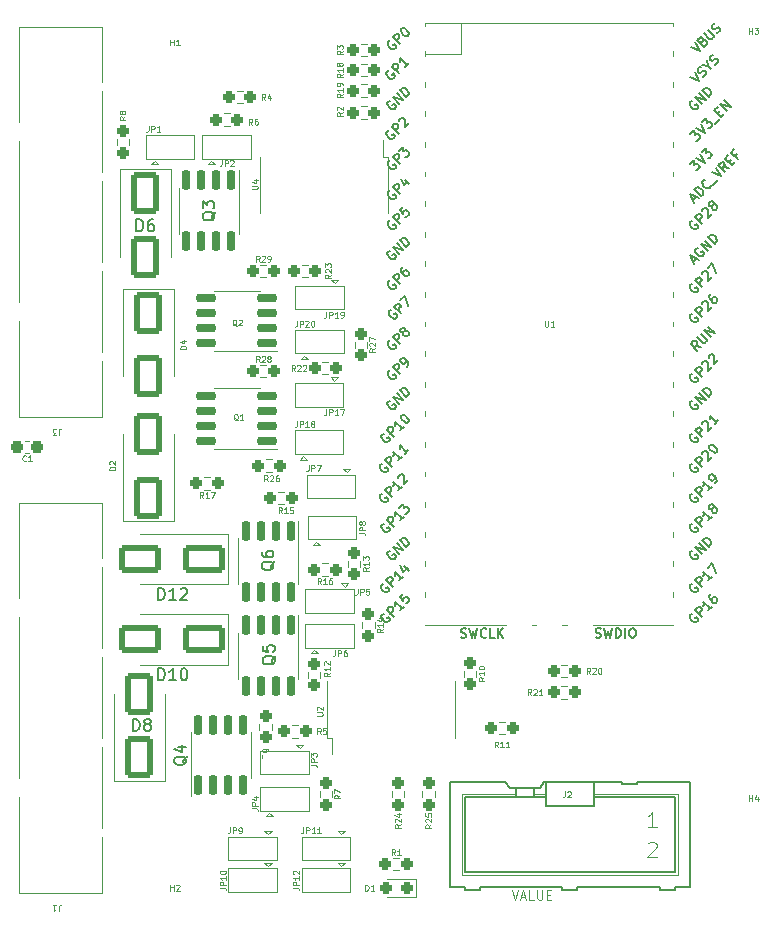
<source format=gto>
%TF.GenerationSoftware,KiCad,Pcbnew,7.0.5-7.0.5~ubuntu22.04.1*%
%TF.CreationDate,2023-07-07T22:55:56+02:00*%
%TF.ProjectId,door_if3_usb_machine,646f6f72-5f69-4663-935f-7573625f6d61,rev?*%
%TF.SameCoordinates,Original*%
%TF.FileFunction,Legend,Top*%
%TF.FilePolarity,Positive*%
%FSLAX46Y46*%
G04 Gerber Fmt 4.6, Leading zero omitted, Abs format (unit mm)*
G04 Created by KiCad (PCBNEW 7.0.5-7.0.5~ubuntu22.04.1) date 2023-07-07 22:55:56*
%MOMM*%
%LPD*%
G01*
G04 APERTURE LIST*
G04 Aperture macros list*
%AMRoundRect*
0 Rectangle with rounded corners*
0 $1 Rounding radius*
0 $2 $3 $4 $5 $6 $7 $8 $9 X,Y pos of 4 corners*
0 Add a 4 corners polygon primitive as box body*
4,1,4,$2,$3,$4,$5,$6,$7,$8,$9,$2,$3,0*
0 Add four circle primitives for the rounded corners*
1,1,$1+$1,$2,$3*
1,1,$1+$1,$4,$5*
1,1,$1+$1,$6,$7*
1,1,$1+$1,$8,$9*
0 Add four rect primitives between the rounded corners*
20,1,$1+$1,$2,$3,$4,$5,0*
20,1,$1+$1,$4,$5,$6,$7,0*
20,1,$1+$1,$6,$7,$8,$9,0*
20,1,$1+$1,$8,$9,$2,$3,0*%
G04 Aperture macros list end*
%ADD10C,0.100000*%
%ADD11C,0.150000*%
%ADD12C,0.088900*%
%ADD13C,0.120000*%
%ADD14C,0.152400*%
%ADD15C,0.050800*%
%ADD16C,0.066040*%
%ADD17C,1.422400*%
%ADD18C,1.600000*%
%ADD19C,2.500000*%
%ADD20RoundRect,0.237500X0.250000X0.237500X-0.250000X0.237500X-0.250000X-0.237500X0.250000X-0.237500X0*%
%ADD21RoundRect,0.250000X0.900000X-1.500000X0.900000X1.500000X-0.900000X1.500000X-0.900000X-1.500000X0*%
%ADD22RoundRect,0.237500X-0.250000X-0.237500X0.250000X-0.237500X0.250000X0.237500X-0.250000X0.237500X0*%
%ADD23C,3.200000*%
%ADD24RoundRect,0.250000X1.500000X0.900000X-1.500000X0.900000X-1.500000X-0.900000X1.500000X-0.900000X0*%
%ADD25R,1.000000X1.500000*%
%ADD26RoundRect,0.150000X0.725000X0.150000X-0.725000X0.150000X-0.725000X-0.150000X0.725000X-0.150000X0*%
%ADD27R,0.800000X1.300000*%
%ADD28RoundRect,0.237500X0.237500X-0.250000X0.237500X0.250000X-0.237500X0.250000X-0.237500X-0.250000X0*%
%ADD29RoundRect,0.237500X-0.237500X0.250000X-0.237500X-0.250000X0.237500X-0.250000X0.237500X0.250000X0*%
%ADD30RoundRect,0.150000X-0.150000X0.725000X-0.150000X-0.725000X0.150000X-0.725000X0.150000X0.725000X0*%
%ADD31RoundRect,0.237500X0.287500X0.237500X-0.287500X0.237500X-0.287500X-0.237500X0.287500X-0.237500X0*%
%ADD32RoundRect,0.237500X0.300000X0.237500X-0.300000X0.237500X-0.300000X-0.237500X0.300000X-0.237500X0*%
%ADD33RoundRect,0.250000X-0.900000X1.500000X-0.900000X-1.500000X0.900000X-1.500000X0.900000X1.500000X0*%
%ADD34RoundRect,0.150000X0.150000X-0.725000X0.150000X0.725000X-0.150000X0.725000X-0.150000X-0.725000X0*%
%ADD35O,1.800000X1.800000*%
%ADD36O,1.500000X1.500000*%
%ADD37R,3.500000X1.700000*%
%ADD38R,1.700000X3.500000*%
G04 APERTURE END LIST*
D10*
%TO.C,J3*%
X114166666Y-98388890D02*
X114166666Y-98031747D01*
X114166666Y-98031747D02*
X114190475Y-97960319D01*
X114190475Y-97960319D02*
X114238094Y-97912700D01*
X114238094Y-97912700D02*
X114309523Y-97888890D01*
X114309523Y-97888890D02*
X114357142Y-97888890D01*
X113976190Y-98388890D02*
X113666666Y-98388890D01*
X113666666Y-98388890D02*
X113833333Y-98198414D01*
X113833333Y-98198414D02*
X113761904Y-98198414D01*
X113761904Y-98198414D02*
X113714285Y-98174604D01*
X113714285Y-98174604D02*
X113690476Y-98150795D01*
X113690476Y-98150795D02*
X113666666Y-98103176D01*
X113666666Y-98103176D02*
X113666666Y-97984128D01*
X113666666Y-97984128D02*
X113690476Y-97936509D01*
X113690476Y-97936509D02*
X113714285Y-97912700D01*
X113714285Y-97912700D02*
X113761904Y-97888890D01*
X113761904Y-97888890D02*
X113904761Y-97888890D01*
X113904761Y-97888890D02*
X113952380Y-97912700D01*
X113952380Y-97912700D02*
X113976190Y-97936509D01*
%TO.C,J1*%
X114166666Y-138718890D02*
X114166666Y-138361747D01*
X114166666Y-138361747D02*
X114190475Y-138290319D01*
X114190475Y-138290319D02*
X114238094Y-138242700D01*
X114238094Y-138242700D02*
X114309523Y-138218890D01*
X114309523Y-138218890D02*
X114357142Y-138218890D01*
X113666666Y-138218890D02*
X113952380Y-138218890D01*
X113809523Y-138218890D02*
X113809523Y-138718890D01*
X113809523Y-138718890D02*
X113857142Y-138647461D01*
X113857142Y-138647461D02*
X113904761Y-138599842D01*
X113904761Y-138599842D02*
X113952380Y-138576033D01*
%TO.C,R3*%
X138226109Y-65883333D02*
X137988014Y-66049999D01*
X138226109Y-66169047D02*
X137726109Y-66169047D01*
X137726109Y-66169047D02*
X137726109Y-65978571D01*
X137726109Y-65978571D02*
X137749919Y-65930952D01*
X137749919Y-65930952D02*
X137773728Y-65907142D01*
X137773728Y-65907142D02*
X137821347Y-65883333D01*
X137821347Y-65883333D02*
X137892776Y-65883333D01*
X137892776Y-65883333D02*
X137940395Y-65907142D01*
X137940395Y-65907142D02*
X137964204Y-65930952D01*
X137964204Y-65930952D02*
X137988014Y-65978571D01*
X137988014Y-65978571D02*
X137988014Y-66169047D01*
X137726109Y-65716666D02*
X137726109Y-65407142D01*
X137726109Y-65407142D02*
X137916585Y-65573809D01*
X137916585Y-65573809D02*
X137916585Y-65502380D01*
X137916585Y-65502380D02*
X137940395Y-65454761D01*
X137940395Y-65454761D02*
X137964204Y-65430952D01*
X137964204Y-65430952D02*
X138011823Y-65407142D01*
X138011823Y-65407142D02*
X138130871Y-65407142D01*
X138130871Y-65407142D02*
X138178490Y-65430952D01*
X138178490Y-65430952D02*
X138202300Y-65454761D01*
X138202300Y-65454761D02*
X138226109Y-65502380D01*
X138226109Y-65502380D02*
X138226109Y-65645237D01*
X138226109Y-65645237D02*
X138202300Y-65692856D01*
X138202300Y-65692856D02*
X138178490Y-65716666D01*
%TO.C,R22*%
X134178571Y-92976109D02*
X134011905Y-92738014D01*
X133892857Y-92976109D02*
X133892857Y-92476109D01*
X133892857Y-92476109D02*
X134083333Y-92476109D01*
X134083333Y-92476109D02*
X134130952Y-92499919D01*
X134130952Y-92499919D02*
X134154762Y-92523728D01*
X134154762Y-92523728D02*
X134178571Y-92571347D01*
X134178571Y-92571347D02*
X134178571Y-92642776D01*
X134178571Y-92642776D02*
X134154762Y-92690395D01*
X134154762Y-92690395D02*
X134130952Y-92714204D01*
X134130952Y-92714204D02*
X134083333Y-92738014D01*
X134083333Y-92738014D02*
X133892857Y-92738014D01*
X134369048Y-92523728D02*
X134392857Y-92499919D01*
X134392857Y-92499919D02*
X134440476Y-92476109D01*
X134440476Y-92476109D02*
X134559524Y-92476109D01*
X134559524Y-92476109D02*
X134607143Y-92499919D01*
X134607143Y-92499919D02*
X134630952Y-92523728D01*
X134630952Y-92523728D02*
X134654762Y-92571347D01*
X134654762Y-92571347D02*
X134654762Y-92618966D01*
X134654762Y-92618966D02*
X134630952Y-92690395D01*
X134630952Y-92690395D02*
X134345238Y-92976109D01*
X134345238Y-92976109D02*
X134654762Y-92976109D01*
X134845238Y-92523728D02*
X134869047Y-92499919D01*
X134869047Y-92499919D02*
X134916666Y-92476109D01*
X134916666Y-92476109D02*
X135035714Y-92476109D01*
X135035714Y-92476109D02*
X135083333Y-92499919D01*
X135083333Y-92499919D02*
X135107142Y-92523728D01*
X135107142Y-92523728D02*
X135130952Y-92571347D01*
X135130952Y-92571347D02*
X135130952Y-92618966D01*
X135130952Y-92618966D02*
X135107142Y-92690395D01*
X135107142Y-92690395D02*
X134821428Y-92976109D01*
X134821428Y-92976109D02*
X135130952Y-92976109D01*
D11*
%TO.C,D8*%
X120461905Y-123454819D02*
X120461905Y-122454819D01*
X120461905Y-122454819D02*
X120700000Y-122454819D01*
X120700000Y-122454819D02*
X120842857Y-122502438D01*
X120842857Y-122502438D02*
X120938095Y-122597676D01*
X120938095Y-122597676D02*
X120985714Y-122692914D01*
X120985714Y-122692914D02*
X121033333Y-122883390D01*
X121033333Y-122883390D02*
X121033333Y-123026247D01*
X121033333Y-123026247D02*
X120985714Y-123216723D01*
X120985714Y-123216723D02*
X120938095Y-123311961D01*
X120938095Y-123311961D02*
X120842857Y-123407200D01*
X120842857Y-123407200D02*
X120700000Y-123454819D01*
X120700000Y-123454819D02*
X120461905Y-123454819D01*
X121604762Y-122883390D02*
X121509524Y-122835771D01*
X121509524Y-122835771D02*
X121461905Y-122788152D01*
X121461905Y-122788152D02*
X121414286Y-122692914D01*
X121414286Y-122692914D02*
X121414286Y-122645295D01*
X121414286Y-122645295D02*
X121461905Y-122550057D01*
X121461905Y-122550057D02*
X121509524Y-122502438D01*
X121509524Y-122502438D02*
X121604762Y-122454819D01*
X121604762Y-122454819D02*
X121795238Y-122454819D01*
X121795238Y-122454819D02*
X121890476Y-122502438D01*
X121890476Y-122502438D02*
X121938095Y-122550057D01*
X121938095Y-122550057D02*
X121985714Y-122645295D01*
X121985714Y-122645295D02*
X121985714Y-122692914D01*
X121985714Y-122692914D02*
X121938095Y-122788152D01*
X121938095Y-122788152D02*
X121890476Y-122835771D01*
X121890476Y-122835771D02*
X121795238Y-122883390D01*
X121795238Y-122883390D02*
X121604762Y-122883390D01*
X121604762Y-122883390D02*
X121509524Y-122931009D01*
X121509524Y-122931009D02*
X121461905Y-122978628D01*
X121461905Y-122978628D02*
X121414286Y-123073866D01*
X121414286Y-123073866D02*
X121414286Y-123264342D01*
X121414286Y-123264342D02*
X121461905Y-123359580D01*
X121461905Y-123359580D02*
X121509524Y-123407200D01*
X121509524Y-123407200D02*
X121604762Y-123454819D01*
X121604762Y-123454819D02*
X121795238Y-123454819D01*
X121795238Y-123454819D02*
X121890476Y-123407200D01*
X121890476Y-123407200D02*
X121938095Y-123359580D01*
X121938095Y-123359580D02*
X121985714Y-123264342D01*
X121985714Y-123264342D02*
X121985714Y-123073866D01*
X121985714Y-123073866D02*
X121938095Y-122978628D01*
X121938095Y-122978628D02*
X121890476Y-122931009D01*
X121890476Y-122931009D02*
X121795238Y-122883390D01*
D10*
%TO.C,R26*%
X131878571Y-102326109D02*
X131711905Y-102088014D01*
X131592857Y-102326109D02*
X131592857Y-101826109D01*
X131592857Y-101826109D02*
X131783333Y-101826109D01*
X131783333Y-101826109D02*
X131830952Y-101849919D01*
X131830952Y-101849919D02*
X131854762Y-101873728D01*
X131854762Y-101873728D02*
X131878571Y-101921347D01*
X131878571Y-101921347D02*
X131878571Y-101992776D01*
X131878571Y-101992776D02*
X131854762Y-102040395D01*
X131854762Y-102040395D02*
X131830952Y-102064204D01*
X131830952Y-102064204D02*
X131783333Y-102088014D01*
X131783333Y-102088014D02*
X131592857Y-102088014D01*
X132069048Y-101873728D02*
X132092857Y-101849919D01*
X132092857Y-101849919D02*
X132140476Y-101826109D01*
X132140476Y-101826109D02*
X132259524Y-101826109D01*
X132259524Y-101826109D02*
X132307143Y-101849919D01*
X132307143Y-101849919D02*
X132330952Y-101873728D01*
X132330952Y-101873728D02*
X132354762Y-101921347D01*
X132354762Y-101921347D02*
X132354762Y-101968966D01*
X132354762Y-101968966D02*
X132330952Y-102040395D01*
X132330952Y-102040395D02*
X132045238Y-102326109D01*
X132045238Y-102326109D02*
X132354762Y-102326109D01*
X132783333Y-101826109D02*
X132688095Y-101826109D01*
X132688095Y-101826109D02*
X132640476Y-101849919D01*
X132640476Y-101849919D02*
X132616666Y-101873728D01*
X132616666Y-101873728D02*
X132569047Y-101945157D01*
X132569047Y-101945157D02*
X132545238Y-102040395D01*
X132545238Y-102040395D02*
X132545238Y-102230871D01*
X132545238Y-102230871D02*
X132569047Y-102278490D01*
X132569047Y-102278490D02*
X132592857Y-102302300D01*
X132592857Y-102302300D02*
X132640476Y-102326109D01*
X132640476Y-102326109D02*
X132735714Y-102326109D01*
X132735714Y-102326109D02*
X132783333Y-102302300D01*
X132783333Y-102302300D02*
X132807142Y-102278490D01*
X132807142Y-102278490D02*
X132830952Y-102230871D01*
X132830952Y-102230871D02*
X132830952Y-102111823D01*
X132830952Y-102111823D02*
X132807142Y-102064204D01*
X132807142Y-102064204D02*
X132783333Y-102040395D01*
X132783333Y-102040395D02*
X132735714Y-102016585D01*
X132735714Y-102016585D02*
X132640476Y-102016585D01*
X132640476Y-102016585D02*
X132592857Y-102040395D01*
X132592857Y-102040395D02*
X132569047Y-102064204D01*
X132569047Y-102064204D02*
X132545238Y-102111823D01*
%TO.C,H4*%
X172619047Y-129426109D02*
X172619047Y-128926109D01*
X172619047Y-129164204D02*
X172904761Y-129164204D01*
X172904761Y-129426109D02*
X172904761Y-128926109D01*
X173357143Y-129092776D02*
X173357143Y-129426109D01*
X173238095Y-128902300D02*
X173119048Y-129259442D01*
X173119048Y-129259442D02*
X173428571Y-129259442D01*
%TO.C,J2*%
X157039333Y-128567109D02*
X157039333Y-128924252D01*
X157039333Y-128924252D02*
X157015524Y-128995680D01*
X157015524Y-128995680D02*
X156967905Y-129043300D01*
X156967905Y-129043300D02*
X156896476Y-129067109D01*
X156896476Y-129067109D02*
X156848857Y-129067109D01*
X157253619Y-128614728D02*
X157277428Y-128590919D01*
X157277428Y-128590919D02*
X157325047Y-128567109D01*
X157325047Y-128567109D02*
X157444095Y-128567109D01*
X157444095Y-128567109D02*
X157491714Y-128590919D01*
X157491714Y-128590919D02*
X157515523Y-128614728D01*
X157515523Y-128614728D02*
X157539333Y-128662347D01*
X157539333Y-128662347D02*
X157539333Y-128709966D01*
X157539333Y-128709966D02*
X157515523Y-128781395D01*
X157515523Y-128781395D02*
X157229809Y-129067109D01*
X157229809Y-129067109D02*
X157539333Y-129067109D01*
D12*
X164082142Y-132973855D02*
X164142618Y-132913379D01*
X164142618Y-132913379D02*
X164263571Y-132852903D01*
X164263571Y-132852903D02*
X164565952Y-132852903D01*
X164565952Y-132852903D02*
X164686904Y-132913379D01*
X164686904Y-132913379D02*
X164747380Y-132973855D01*
X164747380Y-132973855D02*
X164807857Y-133094807D01*
X164807857Y-133094807D02*
X164807857Y-133215760D01*
X164807857Y-133215760D02*
X164747380Y-133397188D01*
X164747380Y-133397188D02*
X164021666Y-134122903D01*
X164021666Y-134122903D02*
X164807857Y-134122903D01*
D10*
X152545714Y-136934895D02*
X152812381Y-137734895D01*
X152812381Y-137734895D02*
X153079047Y-136934895D01*
X153307618Y-137506323D02*
X153688571Y-137506323D01*
X153231428Y-137734895D02*
X153498095Y-136934895D01*
X153498095Y-136934895D02*
X153764761Y-137734895D01*
X154412380Y-137734895D02*
X154031428Y-137734895D01*
X154031428Y-137734895D02*
X154031428Y-136934895D01*
X154679047Y-136934895D02*
X154679047Y-137582514D01*
X154679047Y-137582514D02*
X154717142Y-137658704D01*
X154717142Y-137658704D02*
X154755237Y-137696800D01*
X154755237Y-137696800D02*
X154831428Y-137734895D01*
X154831428Y-137734895D02*
X154983809Y-137734895D01*
X154983809Y-137734895D02*
X155059999Y-137696800D01*
X155059999Y-137696800D02*
X155098094Y-137658704D01*
X155098094Y-137658704D02*
X155136190Y-137582514D01*
X155136190Y-137582514D02*
X155136190Y-136934895D01*
X155517142Y-137315847D02*
X155783808Y-137315847D01*
X155898094Y-137734895D02*
X155517142Y-137734895D01*
X155517142Y-137734895D02*
X155517142Y-136934895D01*
X155517142Y-136934895D02*
X155898094Y-136934895D01*
D12*
X164807857Y-131582903D02*
X164082142Y-131582903D01*
X164444999Y-131582903D02*
X164444999Y-130312903D01*
X164444999Y-130312903D02*
X164324047Y-130494331D01*
X164324047Y-130494331D02*
X164203095Y-130615284D01*
X164203095Y-130615284D02*
X164082142Y-130675760D01*
D11*
%TO.C,D12*%
X122585714Y-112354819D02*
X122585714Y-111354819D01*
X122585714Y-111354819D02*
X122823809Y-111354819D01*
X122823809Y-111354819D02*
X122966666Y-111402438D01*
X122966666Y-111402438D02*
X123061904Y-111497676D01*
X123061904Y-111497676D02*
X123109523Y-111592914D01*
X123109523Y-111592914D02*
X123157142Y-111783390D01*
X123157142Y-111783390D02*
X123157142Y-111926247D01*
X123157142Y-111926247D02*
X123109523Y-112116723D01*
X123109523Y-112116723D02*
X123061904Y-112211961D01*
X123061904Y-112211961D02*
X122966666Y-112307200D01*
X122966666Y-112307200D02*
X122823809Y-112354819D01*
X122823809Y-112354819D02*
X122585714Y-112354819D01*
X124109523Y-112354819D02*
X123538095Y-112354819D01*
X123823809Y-112354819D02*
X123823809Y-111354819D01*
X123823809Y-111354819D02*
X123728571Y-111497676D01*
X123728571Y-111497676D02*
X123633333Y-111592914D01*
X123633333Y-111592914D02*
X123538095Y-111640533D01*
X124490476Y-111450057D02*
X124538095Y-111402438D01*
X124538095Y-111402438D02*
X124633333Y-111354819D01*
X124633333Y-111354819D02*
X124871428Y-111354819D01*
X124871428Y-111354819D02*
X124966666Y-111402438D01*
X124966666Y-111402438D02*
X125014285Y-111450057D01*
X125014285Y-111450057D02*
X125061904Y-111545295D01*
X125061904Y-111545295D02*
X125061904Y-111640533D01*
X125061904Y-111640533D02*
X125014285Y-111783390D01*
X125014285Y-111783390D02*
X124442857Y-112354819D01*
X124442857Y-112354819D02*
X125061904Y-112354819D01*
D10*
%TO.C,R1*%
X142666666Y-133976109D02*
X142500000Y-133738014D01*
X142380952Y-133976109D02*
X142380952Y-133476109D01*
X142380952Y-133476109D02*
X142571428Y-133476109D01*
X142571428Y-133476109D02*
X142619047Y-133499919D01*
X142619047Y-133499919D02*
X142642857Y-133523728D01*
X142642857Y-133523728D02*
X142666666Y-133571347D01*
X142666666Y-133571347D02*
X142666666Y-133642776D01*
X142666666Y-133642776D02*
X142642857Y-133690395D01*
X142642857Y-133690395D02*
X142619047Y-133714204D01*
X142619047Y-133714204D02*
X142571428Y-133738014D01*
X142571428Y-133738014D02*
X142380952Y-133738014D01*
X143142857Y-133976109D02*
X142857143Y-133976109D01*
X143000000Y-133976109D02*
X143000000Y-133476109D01*
X143000000Y-133476109D02*
X142952381Y-133547538D01*
X142952381Y-133547538D02*
X142904762Y-133595157D01*
X142904762Y-133595157D02*
X142857143Y-133618966D01*
%TO.C,JP1*%
X121783333Y-72226109D02*
X121783333Y-72583252D01*
X121783333Y-72583252D02*
X121759524Y-72654680D01*
X121759524Y-72654680D02*
X121711905Y-72702300D01*
X121711905Y-72702300D02*
X121640476Y-72726109D01*
X121640476Y-72726109D02*
X121592857Y-72726109D01*
X122021428Y-72726109D02*
X122021428Y-72226109D01*
X122021428Y-72226109D02*
X122211904Y-72226109D01*
X122211904Y-72226109D02*
X122259523Y-72249919D01*
X122259523Y-72249919D02*
X122283333Y-72273728D01*
X122283333Y-72273728D02*
X122307142Y-72321347D01*
X122307142Y-72321347D02*
X122307142Y-72392776D01*
X122307142Y-72392776D02*
X122283333Y-72440395D01*
X122283333Y-72440395D02*
X122259523Y-72464204D01*
X122259523Y-72464204D02*
X122211904Y-72488014D01*
X122211904Y-72488014D02*
X122021428Y-72488014D01*
X122783333Y-72726109D02*
X122497619Y-72726109D01*
X122640476Y-72726109D02*
X122640476Y-72226109D01*
X122640476Y-72226109D02*
X122592857Y-72297538D01*
X122592857Y-72297538D02*
X122545238Y-72345157D01*
X122545238Y-72345157D02*
X122497619Y-72368966D01*
%TO.C,R4*%
X131666666Y-70026109D02*
X131500000Y-69788014D01*
X131380952Y-70026109D02*
X131380952Y-69526109D01*
X131380952Y-69526109D02*
X131571428Y-69526109D01*
X131571428Y-69526109D02*
X131619047Y-69549919D01*
X131619047Y-69549919D02*
X131642857Y-69573728D01*
X131642857Y-69573728D02*
X131666666Y-69621347D01*
X131666666Y-69621347D02*
X131666666Y-69692776D01*
X131666666Y-69692776D02*
X131642857Y-69740395D01*
X131642857Y-69740395D02*
X131619047Y-69764204D01*
X131619047Y-69764204D02*
X131571428Y-69788014D01*
X131571428Y-69788014D02*
X131380952Y-69788014D01*
X132095238Y-69692776D02*
X132095238Y-70026109D01*
X131976190Y-69502300D02*
X131857143Y-69859442D01*
X131857143Y-69859442D02*
X132166666Y-69859442D01*
%TO.C,Q1*%
X129352380Y-97173728D02*
X129304761Y-97149919D01*
X129304761Y-97149919D02*
X129257142Y-97102300D01*
X129257142Y-97102300D02*
X129185714Y-97030871D01*
X129185714Y-97030871D02*
X129138095Y-97007061D01*
X129138095Y-97007061D02*
X129090476Y-97007061D01*
X129114285Y-97126109D02*
X129066666Y-97102300D01*
X129066666Y-97102300D02*
X129019047Y-97054680D01*
X129019047Y-97054680D02*
X128995238Y-96959442D01*
X128995238Y-96959442D02*
X128995238Y-96792776D01*
X128995238Y-96792776D02*
X129019047Y-96697538D01*
X129019047Y-96697538D02*
X129066666Y-96649919D01*
X129066666Y-96649919D02*
X129114285Y-96626109D01*
X129114285Y-96626109D02*
X129209523Y-96626109D01*
X129209523Y-96626109D02*
X129257142Y-96649919D01*
X129257142Y-96649919D02*
X129304761Y-96697538D01*
X129304761Y-96697538D02*
X129328571Y-96792776D01*
X129328571Y-96792776D02*
X129328571Y-96959442D01*
X129328571Y-96959442D02*
X129304761Y-97054680D01*
X129304761Y-97054680D02*
X129257142Y-97102300D01*
X129257142Y-97102300D02*
X129209523Y-97126109D01*
X129209523Y-97126109D02*
X129114285Y-97126109D01*
X129804762Y-97126109D02*
X129519048Y-97126109D01*
X129661905Y-97126109D02*
X129661905Y-96626109D01*
X129661905Y-96626109D02*
X129614286Y-96697538D01*
X129614286Y-96697538D02*
X129566667Y-96745157D01*
X129566667Y-96745157D02*
X129519048Y-96768966D01*
%TO.C,R15*%
X133078571Y-105026109D02*
X132911905Y-104788014D01*
X132792857Y-105026109D02*
X132792857Y-104526109D01*
X132792857Y-104526109D02*
X132983333Y-104526109D01*
X132983333Y-104526109D02*
X133030952Y-104549919D01*
X133030952Y-104549919D02*
X133054762Y-104573728D01*
X133054762Y-104573728D02*
X133078571Y-104621347D01*
X133078571Y-104621347D02*
X133078571Y-104692776D01*
X133078571Y-104692776D02*
X133054762Y-104740395D01*
X133054762Y-104740395D02*
X133030952Y-104764204D01*
X133030952Y-104764204D02*
X132983333Y-104788014D01*
X132983333Y-104788014D02*
X132792857Y-104788014D01*
X133554762Y-105026109D02*
X133269048Y-105026109D01*
X133411905Y-105026109D02*
X133411905Y-104526109D01*
X133411905Y-104526109D02*
X133364286Y-104597538D01*
X133364286Y-104597538D02*
X133316667Y-104645157D01*
X133316667Y-104645157D02*
X133269048Y-104668966D01*
X134007142Y-104526109D02*
X133769047Y-104526109D01*
X133769047Y-104526109D02*
X133745238Y-104764204D01*
X133745238Y-104764204D02*
X133769047Y-104740395D01*
X133769047Y-104740395D02*
X133816666Y-104716585D01*
X133816666Y-104716585D02*
X133935714Y-104716585D01*
X133935714Y-104716585D02*
X133983333Y-104740395D01*
X133983333Y-104740395D02*
X134007142Y-104764204D01*
X134007142Y-104764204D02*
X134030952Y-104811823D01*
X134030952Y-104811823D02*
X134030952Y-104930871D01*
X134030952Y-104930871D02*
X134007142Y-104978490D01*
X134007142Y-104978490D02*
X133983333Y-105002300D01*
X133983333Y-105002300D02*
X133935714Y-105026109D01*
X133935714Y-105026109D02*
X133816666Y-105026109D01*
X133816666Y-105026109D02*
X133769047Y-105002300D01*
X133769047Y-105002300D02*
X133745238Y-104978490D01*
%TO.C,R16*%
X136378571Y-111026109D02*
X136211905Y-110788014D01*
X136092857Y-111026109D02*
X136092857Y-110526109D01*
X136092857Y-110526109D02*
X136283333Y-110526109D01*
X136283333Y-110526109D02*
X136330952Y-110549919D01*
X136330952Y-110549919D02*
X136354762Y-110573728D01*
X136354762Y-110573728D02*
X136378571Y-110621347D01*
X136378571Y-110621347D02*
X136378571Y-110692776D01*
X136378571Y-110692776D02*
X136354762Y-110740395D01*
X136354762Y-110740395D02*
X136330952Y-110764204D01*
X136330952Y-110764204D02*
X136283333Y-110788014D01*
X136283333Y-110788014D02*
X136092857Y-110788014D01*
X136854762Y-111026109D02*
X136569048Y-111026109D01*
X136711905Y-111026109D02*
X136711905Y-110526109D01*
X136711905Y-110526109D02*
X136664286Y-110597538D01*
X136664286Y-110597538D02*
X136616667Y-110645157D01*
X136616667Y-110645157D02*
X136569048Y-110668966D01*
X137283333Y-110526109D02*
X137188095Y-110526109D01*
X137188095Y-110526109D02*
X137140476Y-110549919D01*
X137140476Y-110549919D02*
X137116666Y-110573728D01*
X137116666Y-110573728D02*
X137069047Y-110645157D01*
X137069047Y-110645157D02*
X137045238Y-110740395D01*
X137045238Y-110740395D02*
X137045238Y-110930871D01*
X137045238Y-110930871D02*
X137069047Y-110978490D01*
X137069047Y-110978490D02*
X137092857Y-111002300D01*
X137092857Y-111002300D02*
X137140476Y-111026109D01*
X137140476Y-111026109D02*
X137235714Y-111026109D01*
X137235714Y-111026109D02*
X137283333Y-111002300D01*
X137283333Y-111002300D02*
X137307142Y-110978490D01*
X137307142Y-110978490D02*
X137330952Y-110930871D01*
X137330952Y-110930871D02*
X137330952Y-110811823D01*
X137330952Y-110811823D02*
X137307142Y-110764204D01*
X137307142Y-110764204D02*
X137283333Y-110740395D01*
X137283333Y-110740395D02*
X137235714Y-110716585D01*
X137235714Y-110716585D02*
X137140476Y-110716585D01*
X137140476Y-110716585D02*
X137092857Y-110740395D01*
X137092857Y-110740395D02*
X137069047Y-110764204D01*
X137069047Y-110764204D02*
X137045238Y-110811823D01*
%TO.C,Q2*%
X129252380Y-89173728D02*
X129204761Y-89149919D01*
X129204761Y-89149919D02*
X129157142Y-89102300D01*
X129157142Y-89102300D02*
X129085714Y-89030871D01*
X129085714Y-89030871D02*
X129038095Y-89007061D01*
X129038095Y-89007061D02*
X128990476Y-89007061D01*
X129014285Y-89126109D02*
X128966666Y-89102300D01*
X128966666Y-89102300D02*
X128919047Y-89054680D01*
X128919047Y-89054680D02*
X128895238Y-88959442D01*
X128895238Y-88959442D02*
X128895238Y-88792776D01*
X128895238Y-88792776D02*
X128919047Y-88697538D01*
X128919047Y-88697538D02*
X128966666Y-88649919D01*
X128966666Y-88649919D02*
X129014285Y-88626109D01*
X129014285Y-88626109D02*
X129109523Y-88626109D01*
X129109523Y-88626109D02*
X129157142Y-88649919D01*
X129157142Y-88649919D02*
X129204761Y-88697538D01*
X129204761Y-88697538D02*
X129228571Y-88792776D01*
X129228571Y-88792776D02*
X129228571Y-88959442D01*
X129228571Y-88959442D02*
X129204761Y-89054680D01*
X129204761Y-89054680D02*
X129157142Y-89102300D01*
X129157142Y-89102300D02*
X129109523Y-89126109D01*
X129109523Y-89126109D02*
X129014285Y-89126109D01*
X129419048Y-88673728D02*
X129442857Y-88649919D01*
X129442857Y-88649919D02*
X129490476Y-88626109D01*
X129490476Y-88626109D02*
X129609524Y-88626109D01*
X129609524Y-88626109D02*
X129657143Y-88649919D01*
X129657143Y-88649919D02*
X129680952Y-88673728D01*
X129680952Y-88673728D02*
X129704762Y-88721347D01*
X129704762Y-88721347D02*
X129704762Y-88768966D01*
X129704762Y-88768966D02*
X129680952Y-88840395D01*
X129680952Y-88840395D02*
X129395238Y-89126109D01*
X129395238Y-89126109D02*
X129704762Y-89126109D01*
%TO.C,H1*%
X123619047Y-65426109D02*
X123619047Y-64926109D01*
X123619047Y-65164204D02*
X123904761Y-65164204D01*
X123904761Y-65426109D02*
X123904761Y-64926109D01*
X124404762Y-65426109D02*
X124119048Y-65426109D01*
X124261905Y-65426109D02*
X124261905Y-64926109D01*
X124261905Y-64926109D02*
X124214286Y-64997538D01*
X124214286Y-64997538D02*
X124166667Y-65045157D01*
X124166667Y-65045157D02*
X124119048Y-65068966D01*
%TO.C,U2*%
X136026109Y-122180952D02*
X136430871Y-122180952D01*
X136430871Y-122180952D02*
X136478490Y-122157142D01*
X136478490Y-122157142D02*
X136502300Y-122133333D01*
X136502300Y-122133333D02*
X136526109Y-122085714D01*
X136526109Y-122085714D02*
X136526109Y-121990476D01*
X136526109Y-121990476D02*
X136502300Y-121942857D01*
X136502300Y-121942857D02*
X136478490Y-121919047D01*
X136478490Y-121919047D02*
X136430871Y-121895238D01*
X136430871Y-121895238D02*
X136026109Y-121895238D01*
X136073728Y-121680951D02*
X136049919Y-121657142D01*
X136049919Y-121657142D02*
X136026109Y-121609523D01*
X136026109Y-121609523D02*
X136026109Y-121490475D01*
X136026109Y-121490475D02*
X136049919Y-121442856D01*
X136049919Y-121442856D02*
X136073728Y-121419047D01*
X136073728Y-121419047D02*
X136121347Y-121395237D01*
X136121347Y-121395237D02*
X136168966Y-121395237D01*
X136168966Y-121395237D02*
X136240395Y-121419047D01*
X136240395Y-121419047D02*
X136526109Y-121704761D01*
X136526109Y-121704761D02*
X136526109Y-121395237D01*
%TO.C,R27*%
X140976109Y-91071428D02*
X140738014Y-91238094D01*
X140976109Y-91357142D02*
X140476109Y-91357142D01*
X140476109Y-91357142D02*
X140476109Y-91166666D01*
X140476109Y-91166666D02*
X140499919Y-91119047D01*
X140499919Y-91119047D02*
X140523728Y-91095237D01*
X140523728Y-91095237D02*
X140571347Y-91071428D01*
X140571347Y-91071428D02*
X140642776Y-91071428D01*
X140642776Y-91071428D02*
X140690395Y-91095237D01*
X140690395Y-91095237D02*
X140714204Y-91119047D01*
X140714204Y-91119047D02*
X140738014Y-91166666D01*
X140738014Y-91166666D02*
X140738014Y-91357142D01*
X140523728Y-90880951D02*
X140499919Y-90857142D01*
X140499919Y-90857142D02*
X140476109Y-90809523D01*
X140476109Y-90809523D02*
X140476109Y-90690475D01*
X140476109Y-90690475D02*
X140499919Y-90642856D01*
X140499919Y-90642856D02*
X140523728Y-90619047D01*
X140523728Y-90619047D02*
X140571347Y-90595237D01*
X140571347Y-90595237D02*
X140618966Y-90595237D01*
X140618966Y-90595237D02*
X140690395Y-90619047D01*
X140690395Y-90619047D02*
X140976109Y-90904761D01*
X140976109Y-90904761D02*
X140976109Y-90595237D01*
X140476109Y-90428571D02*
X140476109Y-90095238D01*
X140476109Y-90095238D02*
X140976109Y-90309523D01*
%TO.C,R24*%
X143126109Y-131371428D02*
X142888014Y-131538094D01*
X143126109Y-131657142D02*
X142626109Y-131657142D01*
X142626109Y-131657142D02*
X142626109Y-131466666D01*
X142626109Y-131466666D02*
X142649919Y-131419047D01*
X142649919Y-131419047D02*
X142673728Y-131395237D01*
X142673728Y-131395237D02*
X142721347Y-131371428D01*
X142721347Y-131371428D02*
X142792776Y-131371428D01*
X142792776Y-131371428D02*
X142840395Y-131395237D01*
X142840395Y-131395237D02*
X142864204Y-131419047D01*
X142864204Y-131419047D02*
X142888014Y-131466666D01*
X142888014Y-131466666D02*
X142888014Y-131657142D01*
X142673728Y-131180951D02*
X142649919Y-131157142D01*
X142649919Y-131157142D02*
X142626109Y-131109523D01*
X142626109Y-131109523D02*
X142626109Y-130990475D01*
X142626109Y-130990475D02*
X142649919Y-130942856D01*
X142649919Y-130942856D02*
X142673728Y-130919047D01*
X142673728Y-130919047D02*
X142721347Y-130895237D01*
X142721347Y-130895237D02*
X142768966Y-130895237D01*
X142768966Y-130895237D02*
X142840395Y-130919047D01*
X142840395Y-130919047D02*
X143126109Y-131204761D01*
X143126109Y-131204761D02*
X143126109Y-130895237D01*
X142792776Y-130466666D02*
X143126109Y-130466666D01*
X142602300Y-130585714D02*
X142959442Y-130704761D01*
X142959442Y-130704761D02*
X142959442Y-130395238D01*
%TO.C,JP8*%
X139626109Y-106716666D02*
X139983252Y-106716666D01*
X139983252Y-106716666D02*
X140054680Y-106740475D01*
X140054680Y-106740475D02*
X140102300Y-106788094D01*
X140102300Y-106788094D02*
X140126109Y-106859523D01*
X140126109Y-106859523D02*
X140126109Y-106907142D01*
X140126109Y-106478571D02*
X139626109Y-106478571D01*
X139626109Y-106478571D02*
X139626109Y-106288095D01*
X139626109Y-106288095D02*
X139649919Y-106240476D01*
X139649919Y-106240476D02*
X139673728Y-106216666D01*
X139673728Y-106216666D02*
X139721347Y-106192857D01*
X139721347Y-106192857D02*
X139792776Y-106192857D01*
X139792776Y-106192857D02*
X139840395Y-106216666D01*
X139840395Y-106216666D02*
X139864204Y-106240476D01*
X139864204Y-106240476D02*
X139888014Y-106288095D01*
X139888014Y-106288095D02*
X139888014Y-106478571D01*
X139840395Y-105907142D02*
X139816585Y-105954761D01*
X139816585Y-105954761D02*
X139792776Y-105978571D01*
X139792776Y-105978571D02*
X139745157Y-106002380D01*
X139745157Y-106002380D02*
X139721347Y-106002380D01*
X139721347Y-106002380D02*
X139673728Y-105978571D01*
X139673728Y-105978571D02*
X139649919Y-105954761D01*
X139649919Y-105954761D02*
X139626109Y-105907142D01*
X139626109Y-105907142D02*
X139626109Y-105811904D01*
X139626109Y-105811904D02*
X139649919Y-105764285D01*
X139649919Y-105764285D02*
X139673728Y-105740476D01*
X139673728Y-105740476D02*
X139721347Y-105716666D01*
X139721347Y-105716666D02*
X139745157Y-105716666D01*
X139745157Y-105716666D02*
X139792776Y-105740476D01*
X139792776Y-105740476D02*
X139816585Y-105764285D01*
X139816585Y-105764285D02*
X139840395Y-105811904D01*
X139840395Y-105811904D02*
X139840395Y-105907142D01*
X139840395Y-105907142D02*
X139864204Y-105954761D01*
X139864204Y-105954761D02*
X139888014Y-105978571D01*
X139888014Y-105978571D02*
X139935633Y-106002380D01*
X139935633Y-106002380D02*
X140030871Y-106002380D01*
X140030871Y-106002380D02*
X140078490Y-105978571D01*
X140078490Y-105978571D02*
X140102300Y-105954761D01*
X140102300Y-105954761D02*
X140126109Y-105907142D01*
X140126109Y-105907142D02*
X140126109Y-105811904D01*
X140126109Y-105811904D02*
X140102300Y-105764285D01*
X140102300Y-105764285D02*
X140078490Y-105740476D01*
X140078490Y-105740476D02*
X140030871Y-105716666D01*
X140030871Y-105716666D02*
X139935633Y-105716666D01*
X139935633Y-105716666D02*
X139888014Y-105740476D01*
X139888014Y-105740476D02*
X139864204Y-105764285D01*
X139864204Y-105764285D02*
X139840395Y-105811904D01*
%TO.C,R25*%
X145726109Y-131371428D02*
X145488014Y-131538094D01*
X145726109Y-131657142D02*
X145226109Y-131657142D01*
X145226109Y-131657142D02*
X145226109Y-131466666D01*
X145226109Y-131466666D02*
X145249919Y-131419047D01*
X145249919Y-131419047D02*
X145273728Y-131395237D01*
X145273728Y-131395237D02*
X145321347Y-131371428D01*
X145321347Y-131371428D02*
X145392776Y-131371428D01*
X145392776Y-131371428D02*
X145440395Y-131395237D01*
X145440395Y-131395237D02*
X145464204Y-131419047D01*
X145464204Y-131419047D02*
X145488014Y-131466666D01*
X145488014Y-131466666D02*
X145488014Y-131657142D01*
X145273728Y-131180951D02*
X145249919Y-131157142D01*
X145249919Y-131157142D02*
X145226109Y-131109523D01*
X145226109Y-131109523D02*
X145226109Y-130990475D01*
X145226109Y-130990475D02*
X145249919Y-130942856D01*
X145249919Y-130942856D02*
X145273728Y-130919047D01*
X145273728Y-130919047D02*
X145321347Y-130895237D01*
X145321347Y-130895237D02*
X145368966Y-130895237D01*
X145368966Y-130895237D02*
X145440395Y-130919047D01*
X145440395Y-130919047D02*
X145726109Y-131204761D01*
X145726109Y-131204761D02*
X145726109Y-130895237D01*
X145226109Y-130442857D02*
X145226109Y-130680952D01*
X145226109Y-130680952D02*
X145464204Y-130704761D01*
X145464204Y-130704761D02*
X145440395Y-130680952D01*
X145440395Y-130680952D02*
X145416585Y-130633333D01*
X145416585Y-130633333D02*
X145416585Y-130514285D01*
X145416585Y-130514285D02*
X145440395Y-130466666D01*
X145440395Y-130466666D02*
X145464204Y-130442857D01*
X145464204Y-130442857D02*
X145511823Y-130419047D01*
X145511823Y-130419047D02*
X145630871Y-130419047D01*
X145630871Y-130419047D02*
X145678490Y-130442857D01*
X145678490Y-130442857D02*
X145702300Y-130466666D01*
X145702300Y-130466666D02*
X145726109Y-130514285D01*
X145726109Y-130514285D02*
X145726109Y-130633333D01*
X145726109Y-130633333D02*
X145702300Y-130680952D01*
X145702300Y-130680952D02*
X145678490Y-130704761D01*
%TO.C,R17*%
X126428571Y-103726109D02*
X126261905Y-103488014D01*
X126142857Y-103726109D02*
X126142857Y-103226109D01*
X126142857Y-103226109D02*
X126333333Y-103226109D01*
X126333333Y-103226109D02*
X126380952Y-103249919D01*
X126380952Y-103249919D02*
X126404762Y-103273728D01*
X126404762Y-103273728D02*
X126428571Y-103321347D01*
X126428571Y-103321347D02*
X126428571Y-103392776D01*
X126428571Y-103392776D02*
X126404762Y-103440395D01*
X126404762Y-103440395D02*
X126380952Y-103464204D01*
X126380952Y-103464204D02*
X126333333Y-103488014D01*
X126333333Y-103488014D02*
X126142857Y-103488014D01*
X126904762Y-103726109D02*
X126619048Y-103726109D01*
X126761905Y-103726109D02*
X126761905Y-103226109D01*
X126761905Y-103226109D02*
X126714286Y-103297538D01*
X126714286Y-103297538D02*
X126666667Y-103345157D01*
X126666667Y-103345157D02*
X126619048Y-103368966D01*
X127071428Y-103226109D02*
X127404761Y-103226109D01*
X127404761Y-103226109D02*
X127190476Y-103726109D01*
%TO.C,R23*%
X137226109Y-84821428D02*
X136988014Y-84988094D01*
X137226109Y-85107142D02*
X136726109Y-85107142D01*
X136726109Y-85107142D02*
X136726109Y-84916666D01*
X136726109Y-84916666D02*
X136749919Y-84869047D01*
X136749919Y-84869047D02*
X136773728Y-84845237D01*
X136773728Y-84845237D02*
X136821347Y-84821428D01*
X136821347Y-84821428D02*
X136892776Y-84821428D01*
X136892776Y-84821428D02*
X136940395Y-84845237D01*
X136940395Y-84845237D02*
X136964204Y-84869047D01*
X136964204Y-84869047D02*
X136988014Y-84916666D01*
X136988014Y-84916666D02*
X136988014Y-85107142D01*
X136773728Y-84630951D02*
X136749919Y-84607142D01*
X136749919Y-84607142D02*
X136726109Y-84559523D01*
X136726109Y-84559523D02*
X136726109Y-84440475D01*
X136726109Y-84440475D02*
X136749919Y-84392856D01*
X136749919Y-84392856D02*
X136773728Y-84369047D01*
X136773728Y-84369047D02*
X136821347Y-84345237D01*
X136821347Y-84345237D02*
X136868966Y-84345237D01*
X136868966Y-84345237D02*
X136940395Y-84369047D01*
X136940395Y-84369047D02*
X137226109Y-84654761D01*
X137226109Y-84654761D02*
X137226109Y-84345237D01*
X136726109Y-84178571D02*
X136726109Y-83869047D01*
X136726109Y-83869047D02*
X136916585Y-84035714D01*
X136916585Y-84035714D02*
X136916585Y-83964285D01*
X136916585Y-83964285D02*
X136940395Y-83916666D01*
X136940395Y-83916666D02*
X136964204Y-83892857D01*
X136964204Y-83892857D02*
X137011823Y-83869047D01*
X137011823Y-83869047D02*
X137130871Y-83869047D01*
X137130871Y-83869047D02*
X137178490Y-83892857D01*
X137178490Y-83892857D02*
X137202300Y-83916666D01*
X137202300Y-83916666D02*
X137226109Y-83964285D01*
X137226109Y-83964285D02*
X137226109Y-84107142D01*
X137226109Y-84107142D02*
X137202300Y-84154761D01*
X137202300Y-84154761D02*
X137178490Y-84178571D01*
%TO.C,R5*%
X136366666Y-123726109D02*
X136200000Y-123488014D01*
X136080952Y-123726109D02*
X136080952Y-123226109D01*
X136080952Y-123226109D02*
X136271428Y-123226109D01*
X136271428Y-123226109D02*
X136319047Y-123249919D01*
X136319047Y-123249919D02*
X136342857Y-123273728D01*
X136342857Y-123273728D02*
X136366666Y-123321347D01*
X136366666Y-123321347D02*
X136366666Y-123392776D01*
X136366666Y-123392776D02*
X136342857Y-123440395D01*
X136342857Y-123440395D02*
X136319047Y-123464204D01*
X136319047Y-123464204D02*
X136271428Y-123488014D01*
X136271428Y-123488014D02*
X136080952Y-123488014D01*
X136819047Y-123226109D02*
X136580952Y-123226109D01*
X136580952Y-123226109D02*
X136557143Y-123464204D01*
X136557143Y-123464204D02*
X136580952Y-123440395D01*
X136580952Y-123440395D02*
X136628571Y-123416585D01*
X136628571Y-123416585D02*
X136747619Y-123416585D01*
X136747619Y-123416585D02*
X136795238Y-123440395D01*
X136795238Y-123440395D02*
X136819047Y-123464204D01*
X136819047Y-123464204D02*
X136842857Y-123511823D01*
X136842857Y-123511823D02*
X136842857Y-123630871D01*
X136842857Y-123630871D02*
X136819047Y-123678490D01*
X136819047Y-123678490D02*
X136795238Y-123702300D01*
X136795238Y-123702300D02*
X136747619Y-123726109D01*
X136747619Y-123726109D02*
X136628571Y-123726109D01*
X136628571Y-123726109D02*
X136580952Y-123702300D01*
X136580952Y-123702300D02*
X136557143Y-123678490D01*
%TO.C,D2*%
X118976109Y-101369047D02*
X118476109Y-101369047D01*
X118476109Y-101369047D02*
X118476109Y-101249999D01*
X118476109Y-101249999D02*
X118499919Y-101178571D01*
X118499919Y-101178571D02*
X118547538Y-101130952D01*
X118547538Y-101130952D02*
X118595157Y-101107142D01*
X118595157Y-101107142D02*
X118690395Y-101083333D01*
X118690395Y-101083333D02*
X118761823Y-101083333D01*
X118761823Y-101083333D02*
X118857061Y-101107142D01*
X118857061Y-101107142D02*
X118904680Y-101130952D01*
X118904680Y-101130952D02*
X118952300Y-101178571D01*
X118952300Y-101178571D02*
X118976109Y-101249999D01*
X118976109Y-101249999D02*
X118976109Y-101369047D01*
X118523728Y-100892856D02*
X118499919Y-100869047D01*
X118499919Y-100869047D02*
X118476109Y-100821428D01*
X118476109Y-100821428D02*
X118476109Y-100702380D01*
X118476109Y-100702380D02*
X118499919Y-100654761D01*
X118499919Y-100654761D02*
X118523728Y-100630952D01*
X118523728Y-100630952D02*
X118571347Y-100607142D01*
X118571347Y-100607142D02*
X118618966Y-100607142D01*
X118618966Y-100607142D02*
X118690395Y-100630952D01*
X118690395Y-100630952D02*
X118976109Y-100916666D01*
X118976109Y-100916666D02*
X118976109Y-100607142D01*
D11*
%TO.C,D10*%
X122585714Y-119154819D02*
X122585714Y-118154819D01*
X122585714Y-118154819D02*
X122823809Y-118154819D01*
X122823809Y-118154819D02*
X122966666Y-118202438D01*
X122966666Y-118202438D02*
X123061904Y-118297676D01*
X123061904Y-118297676D02*
X123109523Y-118392914D01*
X123109523Y-118392914D02*
X123157142Y-118583390D01*
X123157142Y-118583390D02*
X123157142Y-118726247D01*
X123157142Y-118726247D02*
X123109523Y-118916723D01*
X123109523Y-118916723D02*
X123061904Y-119011961D01*
X123061904Y-119011961D02*
X122966666Y-119107200D01*
X122966666Y-119107200D02*
X122823809Y-119154819D01*
X122823809Y-119154819D02*
X122585714Y-119154819D01*
X124109523Y-119154819D02*
X123538095Y-119154819D01*
X123823809Y-119154819D02*
X123823809Y-118154819D01*
X123823809Y-118154819D02*
X123728571Y-118297676D01*
X123728571Y-118297676D02*
X123633333Y-118392914D01*
X123633333Y-118392914D02*
X123538095Y-118440533D01*
X124728571Y-118154819D02*
X124823809Y-118154819D01*
X124823809Y-118154819D02*
X124919047Y-118202438D01*
X124919047Y-118202438D02*
X124966666Y-118250057D01*
X124966666Y-118250057D02*
X125014285Y-118345295D01*
X125014285Y-118345295D02*
X125061904Y-118535771D01*
X125061904Y-118535771D02*
X125061904Y-118773866D01*
X125061904Y-118773866D02*
X125014285Y-118964342D01*
X125014285Y-118964342D02*
X124966666Y-119059580D01*
X124966666Y-119059580D02*
X124919047Y-119107200D01*
X124919047Y-119107200D02*
X124823809Y-119154819D01*
X124823809Y-119154819D02*
X124728571Y-119154819D01*
X124728571Y-119154819D02*
X124633333Y-119107200D01*
X124633333Y-119107200D02*
X124585714Y-119059580D01*
X124585714Y-119059580D02*
X124538095Y-118964342D01*
X124538095Y-118964342D02*
X124490476Y-118773866D01*
X124490476Y-118773866D02*
X124490476Y-118535771D01*
X124490476Y-118535771D02*
X124538095Y-118345295D01*
X124538095Y-118345295D02*
X124585714Y-118250057D01*
X124585714Y-118250057D02*
X124633333Y-118202438D01*
X124633333Y-118202438D02*
X124728571Y-118154819D01*
%TO.C,Q5*%
X132550057Y-117095238D02*
X132502438Y-117190476D01*
X132502438Y-117190476D02*
X132407200Y-117285714D01*
X132407200Y-117285714D02*
X132264342Y-117428571D01*
X132264342Y-117428571D02*
X132216723Y-117523809D01*
X132216723Y-117523809D02*
X132216723Y-117619047D01*
X132454819Y-117571428D02*
X132407200Y-117666666D01*
X132407200Y-117666666D02*
X132311961Y-117761904D01*
X132311961Y-117761904D02*
X132121485Y-117809523D01*
X132121485Y-117809523D02*
X131788152Y-117809523D01*
X131788152Y-117809523D02*
X131597676Y-117761904D01*
X131597676Y-117761904D02*
X131502438Y-117666666D01*
X131502438Y-117666666D02*
X131454819Y-117571428D01*
X131454819Y-117571428D02*
X131454819Y-117380952D01*
X131454819Y-117380952D02*
X131502438Y-117285714D01*
X131502438Y-117285714D02*
X131597676Y-117190476D01*
X131597676Y-117190476D02*
X131788152Y-117142857D01*
X131788152Y-117142857D02*
X132121485Y-117142857D01*
X132121485Y-117142857D02*
X132311961Y-117190476D01*
X132311961Y-117190476D02*
X132407200Y-117285714D01*
X132407200Y-117285714D02*
X132454819Y-117380952D01*
X132454819Y-117380952D02*
X132454819Y-117571428D01*
X131454819Y-116238095D02*
X131454819Y-116714285D01*
X131454819Y-116714285D02*
X131931009Y-116761904D01*
X131931009Y-116761904D02*
X131883390Y-116714285D01*
X131883390Y-116714285D02*
X131835771Y-116619047D01*
X131835771Y-116619047D02*
X131835771Y-116380952D01*
X131835771Y-116380952D02*
X131883390Y-116285714D01*
X131883390Y-116285714D02*
X131931009Y-116238095D01*
X131931009Y-116238095D02*
X132026247Y-116190476D01*
X132026247Y-116190476D02*
X132264342Y-116190476D01*
X132264342Y-116190476D02*
X132359580Y-116238095D01*
X132359580Y-116238095D02*
X132407200Y-116285714D01*
X132407200Y-116285714D02*
X132454819Y-116380952D01*
X132454819Y-116380952D02*
X132454819Y-116619047D01*
X132454819Y-116619047D02*
X132407200Y-116714285D01*
X132407200Y-116714285D02*
X132359580Y-116761904D01*
D10*
%TO.C,JP18*%
X134345238Y-97226109D02*
X134345238Y-97583252D01*
X134345238Y-97583252D02*
X134321429Y-97654680D01*
X134321429Y-97654680D02*
X134273810Y-97702300D01*
X134273810Y-97702300D02*
X134202381Y-97726109D01*
X134202381Y-97726109D02*
X134154762Y-97726109D01*
X134583333Y-97726109D02*
X134583333Y-97226109D01*
X134583333Y-97226109D02*
X134773809Y-97226109D01*
X134773809Y-97226109D02*
X134821428Y-97249919D01*
X134821428Y-97249919D02*
X134845238Y-97273728D01*
X134845238Y-97273728D02*
X134869047Y-97321347D01*
X134869047Y-97321347D02*
X134869047Y-97392776D01*
X134869047Y-97392776D02*
X134845238Y-97440395D01*
X134845238Y-97440395D02*
X134821428Y-97464204D01*
X134821428Y-97464204D02*
X134773809Y-97488014D01*
X134773809Y-97488014D02*
X134583333Y-97488014D01*
X135345238Y-97726109D02*
X135059524Y-97726109D01*
X135202381Y-97726109D02*
X135202381Y-97226109D01*
X135202381Y-97226109D02*
X135154762Y-97297538D01*
X135154762Y-97297538D02*
X135107143Y-97345157D01*
X135107143Y-97345157D02*
X135059524Y-97368966D01*
X135630952Y-97440395D02*
X135583333Y-97416585D01*
X135583333Y-97416585D02*
X135559523Y-97392776D01*
X135559523Y-97392776D02*
X135535714Y-97345157D01*
X135535714Y-97345157D02*
X135535714Y-97321347D01*
X135535714Y-97321347D02*
X135559523Y-97273728D01*
X135559523Y-97273728D02*
X135583333Y-97249919D01*
X135583333Y-97249919D02*
X135630952Y-97226109D01*
X135630952Y-97226109D02*
X135726190Y-97226109D01*
X135726190Y-97226109D02*
X135773809Y-97249919D01*
X135773809Y-97249919D02*
X135797618Y-97273728D01*
X135797618Y-97273728D02*
X135821428Y-97321347D01*
X135821428Y-97321347D02*
X135821428Y-97345157D01*
X135821428Y-97345157D02*
X135797618Y-97392776D01*
X135797618Y-97392776D02*
X135773809Y-97416585D01*
X135773809Y-97416585D02*
X135726190Y-97440395D01*
X135726190Y-97440395D02*
X135630952Y-97440395D01*
X135630952Y-97440395D02*
X135583333Y-97464204D01*
X135583333Y-97464204D02*
X135559523Y-97488014D01*
X135559523Y-97488014D02*
X135535714Y-97535633D01*
X135535714Y-97535633D02*
X135535714Y-97630871D01*
X135535714Y-97630871D02*
X135559523Y-97678490D01*
X135559523Y-97678490D02*
X135583333Y-97702300D01*
X135583333Y-97702300D02*
X135630952Y-97726109D01*
X135630952Y-97726109D02*
X135726190Y-97726109D01*
X135726190Y-97726109D02*
X135773809Y-97702300D01*
X135773809Y-97702300D02*
X135797618Y-97678490D01*
X135797618Y-97678490D02*
X135821428Y-97630871D01*
X135821428Y-97630871D02*
X135821428Y-97535633D01*
X135821428Y-97535633D02*
X135797618Y-97488014D01*
X135797618Y-97488014D02*
X135773809Y-97464204D01*
X135773809Y-97464204D02*
X135726190Y-97440395D01*
%TO.C,R18*%
X138226109Y-67821428D02*
X137988014Y-67988094D01*
X138226109Y-68107142D02*
X137726109Y-68107142D01*
X137726109Y-68107142D02*
X137726109Y-67916666D01*
X137726109Y-67916666D02*
X137749919Y-67869047D01*
X137749919Y-67869047D02*
X137773728Y-67845237D01*
X137773728Y-67845237D02*
X137821347Y-67821428D01*
X137821347Y-67821428D02*
X137892776Y-67821428D01*
X137892776Y-67821428D02*
X137940395Y-67845237D01*
X137940395Y-67845237D02*
X137964204Y-67869047D01*
X137964204Y-67869047D02*
X137988014Y-67916666D01*
X137988014Y-67916666D02*
X137988014Y-68107142D01*
X138226109Y-67345237D02*
X138226109Y-67630951D01*
X138226109Y-67488094D02*
X137726109Y-67488094D01*
X137726109Y-67488094D02*
X137797538Y-67535713D01*
X137797538Y-67535713D02*
X137845157Y-67583332D01*
X137845157Y-67583332D02*
X137868966Y-67630951D01*
X137940395Y-67059523D02*
X137916585Y-67107142D01*
X137916585Y-67107142D02*
X137892776Y-67130952D01*
X137892776Y-67130952D02*
X137845157Y-67154761D01*
X137845157Y-67154761D02*
X137821347Y-67154761D01*
X137821347Y-67154761D02*
X137773728Y-67130952D01*
X137773728Y-67130952D02*
X137749919Y-67107142D01*
X137749919Y-67107142D02*
X137726109Y-67059523D01*
X137726109Y-67059523D02*
X137726109Y-66964285D01*
X137726109Y-66964285D02*
X137749919Y-66916666D01*
X137749919Y-66916666D02*
X137773728Y-66892857D01*
X137773728Y-66892857D02*
X137821347Y-66869047D01*
X137821347Y-66869047D02*
X137845157Y-66869047D01*
X137845157Y-66869047D02*
X137892776Y-66892857D01*
X137892776Y-66892857D02*
X137916585Y-66916666D01*
X137916585Y-66916666D02*
X137940395Y-66964285D01*
X137940395Y-66964285D02*
X137940395Y-67059523D01*
X137940395Y-67059523D02*
X137964204Y-67107142D01*
X137964204Y-67107142D02*
X137988014Y-67130952D01*
X137988014Y-67130952D02*
X138035633Y-67154761D01*
X138035633Y-67154761D02*
X138130871Y-67154761D01*
X138130871Y-67154761D02*
X138178490Y-67130952D01*
X138178490Y-67130952D02*
X138202300Y-67107142D01*
X138202300Y-67107142D02*
X138226109Y-67059523D01*
X138226109Y-67059523D02*
X138226109Y-66964285D01*
X138226109Y-66964285D02*
X138202300Y-66916666D01*
X138202300Y-66916666D02*
X138178490Y-66892857D01*
X138178490Y-66892857D02*
X138130871Y-66869047D01*
X138130871Y-66869047D02*
X138035633Y-66869047D01*
X138035633Y-66869047D02*
X137988014Y-66892857D01*
X137988014Y-66892857D02*
X137964204Y-66916666D01*
X137964204Y-66916666D02*
X137940395Y-66964285D01*
%TO.C,R14*%
X141626109Y-114821428D02*
X141388014Y-114988094D01*
X141626109Y-115107142D02*
X141126109Y-115107142D01*
X141126109Y-115107142D02*
X141126109Y-114916666D01*
X141126109Y-114916666D02*
X141149919Y-114869047D01*
X141149919Y-114869047D02*
X141173728Y-114845237D01*
X141173728Y-114845237D02*
X141221347Y-114821428D01*
X141221347Y-114821428D02*
X141292776Y-114821428D01*
X141292776Y-114821428D02*
X141340395Y-114845237D01*
X141340395Y-114845237D02*
X141364204Y-114869047D01*
X141364204Y-114869047D02*
X141388014Y-114916666D01*
X141388014Y-114916666D02*
X141388014Y-115107142D01*
X141626109Y-114345237D02*
X141626109Y-114630951D01*
X141626109Y-114488094D02*
X141126109Y-114488094D01*
X141126109Y-114488094D02*
X141197538Y-114535713D01*
X141197538Y-114535713D02*
X141245157Y-114583332D01*
X141245157Y-114583332D02*
X141268966Y-114630951D01*
X141292776Y-113916666D02*
X141626109Y-113916666D01*
X141102300Y-114035714D02*
X141459442Y-114154761D01*
X141459442Y-114154761D02*
X141459442Y-113845238D01*
%TO.C,R11*%
X151378571Y-124856109D02*
X151211905Y-124618014D01*
X151092857Y-124856109D02*
X151092857Y-124356109D01*
X151092857Y-124356109D02*
X151283333Y-124356109D01*
X151283333Y-124356109D02*
X151330952Y-124379919D01*
X151330952Y-124379919D02*
X151354762Y-124403728D01*
X151354762Y-124403728D02*
X151378571Y-124451347D01*
X151378571Y-124451347D02*
X151378571Y-124522776D01*
X151378571Y-124522776D02*
X151354762Y-124570395D01*
X151354762Y-124570395D02*
X151330952Y-124594204D01*
X151330952Y-124594204D02*
X151283333Y-124618014D01*
X151283333Y-124618014D02*
X151092857Y-124618014D01*
X151854762Y-124856109D02*
X151569048Y-124856109D01*
X151711905Y-124856109D02*
X151711905Y-124356109D01*
X151711905Y-124356109D02*
X151664286Y-124427538D01*
X151664286Y-124427538D02*
X151616667Y-124475157D01*
X151616667Y-124475157D02*
X151569048Y-124498966D01*
X152330952Y-124856109D02*
X152045238Y-124856109D01*
X152188095Y-124856109D02*
X152188095Y-124356109D01*
X152188095Y-124356109D02*
X152140476Y-124427538D01*
X152140476Y-124427538D02*
X152092857Y-124475157D01*
X152092857Y-124475157D02*
X152045238Y-124498966D01*
D11*
%TO.C,Q3*%
X127450057Y-79495238D02*
X127402438Y-79590476D01*
X127402438Y-79590476D02*
X127307200Y-79685714D01*
X127307200Y-79685714D02*
X127164342Y-79828571D01*
X127164342Y-79828571D02*
X127116723Y-79923809D01*
X127116723Y-79923809D02*
X127116723Y-80019047D01*
X127354819Y-79971428D02*
X127307200Y-80066666D01*
X127307200Y-80066666D02*
X127211961Y-80161904D01*
X127211961Y-80161904D02*
X127021485Y-80209523D01*
X127021485Y-80209523D02*
X126688152Y-80209523D01*
X126688152Y-80209523D02*
X126497676Y-80161904D01*
X126497676Y-80161904D02*
X126402438Y-80066666D01*
X126402438Y-80066666D02*
X126354819Y-79971428D01*
X126354819Y-79971428D02*
X126354819Y-79780952D01*
X126354819Y-79780952D02*
X126402438Y-79685714D01*
X126402438Y-79685714D02*
X126497676Y-79590476D01*
X126497676Y-79590476D02*
X126688152Y-79542857D01*
X126688152Y-79542857D02*
X127021485Y-79542857D01*
X127021485Y-79542857D02*
X127211961Y-79590476D01*
X127211961Y-79590476D02*
X127307200Y-79685714D01*
X127307200Y-79685714D02*
X127354819Y-79780952D01*
X127354819Y-79780952D02*
X127354819Y-79971428D01*
X126354819Y-79209523D02*
X126354819Y-78590476D01*
X126354819Y-78590476D02*
X126735771Y-78923809D01*
X126735771Y-78923809D02*
X126735771Y-78780952D01*
X126735771Y-78780952D02*
X126783390Y-78685714D01*
X126783390Y-78685714D02*
X126831009Y-78638095D01*
X126831009Y-78638095D02*
X126926247Y-78590476D01*
X126926247Y-78590476D02*
X127164342Y-78590476D01*
X127164342Y-78590476D02*
X127259580Y-78638095D01*
X127259580Y-78638095D02*
X127307200Y-78685714D01*
X127307200Y-78685714D02*
X127354819Y-78780952D01*
X127354819Y-78780952D02*
X127354819Y-79066666D01*
X127354819Y-79066666D02*
X127307200Y-79161904D01*
X127307200Y-79161904D02*
X127259580Y-79209523D01*
D10*
%TO.C,H2*%
X123619047Y-136976109D02*
X123619047Y-136476109D01*
X123619047Y-136714204D02*
X123904761Y-136714204D01*
X123904761Y-136976109D02*
X123904761Y-136476109D01*
X124119048Y-136523728D02*
X124142857Y-136499919D01*
X124142857Y-136499919D02*
X124190476Y-136476109D01*
X124190476Y-136476109D02*
X124309524Y-136476109D01*
X124309524Y-136476109D02*
X124357143Y-136499919D01*
X124357143Y-136499919D02*
X124380952Y-136523728D01*
X124380952Y-136523728D02*
X124404762Y-136571347D01*
X124404762Y-136571347D02*
X124404762Y-136618966D01*
X124404762Y-136618966D02*
X124380952Y-136690395D01*
X124380952Y-136690395D02*
X124095238Y-136976109D01*
X124095238Y-136976109D02*
X124404762Y-136976109D01*
%TO.C,R2*%
X138226109Y-71083333D02*
X137988014Y-71249999D01*
X138226109Y-71369047D02*
X137726109Y-71369047D01*
X137726109Y-71369047D02*
X137726109Y-71178571D01*
X137726109Y-71178571D02*
X137749919Y-71130952D01*
X137749919Y-71130952D02*
X137773728Y-71107142D01*
X137773728Y-71107142D02*
X137821347Y-71083333D01*
X137821347Y-71083333D02*
X137892776Y-71083333D01*
X137892776Y-71083333D02*
X137940395Y-71107142D01*
X137940395Y-71107142D02*
X137964204Y-71130952D01*
X137964204Y-71130952D02*
X137988014Y-71178571D01*
X137988014Y-71178571D02*
X137988014Y-71369047D01*
X137773728Y-70892856D02*
X137749919Y-70869047D01*
X137749919Y-70869047D02*
X137726109Y-70821428D01*
X137726109Y-70821428D02*
X137726109Y-70702380D01*
X137726109Y-70702380D02*
X137749919Y-70654761D01*
X137749919Y-70654761D02*
X137773728Y-70630952D01*
X137773728Y-70630952D02*
X137821347Y-70607142D01*
X137821347Y-70607142D02*
X137868966Y-70607142D01*
X137868966Y-70607142D02*
X137940395Y-70630952D01*
X137940395Y-70630952D02*
X138226109Y-70916666D01*
X138226109Y-70916666D02*
X138226109Y-70607142D01*
%TO.C,R8*%
X119826109Y-71433333D02*
X119588014Y-71599999D01*
X119826109Y-71719047D02*
X119326109Y-71719047D01*
X119326109Y-71719047D02*
X119326109Y-71528571D01*
X119326109Y-71528571D02*
X119349919Y-71480952D01*
X119349919Y-71480952D02*
X119373728Y-71457142D01*
X119373728Y-71457142D02*
X119421347Y-71433333D01*
X119421347Y-71433333D02*
X119492776Y-71433333D01*
X119492776Y-71433333D02*
X119540395Y-71457142D01*
X119540395Y-71457142D02*
X119564204Y-71480952D01*
X119564204Y-71480952D02*
X119588014Y-71528571D01*
X119588014Y-71528571D02*
X119588014Y-71719047D01*
X119540395Y-71147618D02*
X119516585Y-71195237D01*
X119516585Y-71195237D02*
X119492776Y-71219047D01*
X119492776Y-71219047D02*
X119445157Y-71242856D01*
X119445157Y-71242856D02*
X119421347Y-71242856D01*
X119421347Y-71242856D02*
X119373728Y-71219047D01*
X119373728Y-71219047D02*
X119349919Y-71195237D01*
X119349919Y-71195237D02*
X119326109Y-71147618D01*
X119326109Y-71147618D02*
X119326109Y-71052380D01*
X119326109Y-71052380D02*
X119349919Y-71004761D01*
X119349919Y-71004761D02*
X119373728Y-70980952D01*
X119373728Y-70980952D02*
X119421347Y-70957142D01*
X119421347Y-70957142D02*
X119445157Y-70957142D01*
X119445157Y-70957142D02*
X119492776Y-70980952D01*
X119492776Y-70980952D02*
X119516585Y-71004761D01*
X119516585Y-71004761D02*
X119540395Y-71052380D01*
X119540395Y-71052380D02*
X119540395Y-71147618D01*
X119540395Y-71147618D02*
X119564204Y-71195237D01*
X119564204Y-71195237D02*
X119588014Y-71219047D01*
X119588014Y-71219047D02*
X119635633Y-71242856D01*
X119635633Y-71242856D02*
X119730871Y-71242856D01*
X119730871Y-71242856D02*
X119778490Y-71219047D01*
X119778490Y-71219047D02*
X119802300Y-71195237D01*
X119802300Y-71195237D02*
X119826109Y-71147618D01*
X119826109Y-71147618D02*
X119826109Y-71052380D01*
X119826109Y-71052380D02*
X119802300Y-71004761D01*
X119802300Y-71004761D02*
X119778490Y-70980952D01*
X119778490Y-70980952D02*
X119730871Y-70957142D01*
X119730871Y-70957142D02*
X119635633Y-70957142D01*
X119635633Y-70957142D02*
X119588014Y-70980952D01*
X119588014Y-70980952D02*
X119564204Y-71004761D01*
X119564204Y-71004761D02*
X119540395Y-71052380D01*
%TO.C,JP5*%
X139483333Y-111426109D02*
X139483333Y-111783252D01*
X139483333Y-111783252D02*
X139459524Y-111854680D01*
X139459524Y-111854680D02*
X139411905Y-111902300D01*
X139411905Y-111902300D02*
X139340476Y-111926109D01*
X139340476Y-111926109D02*
X139292857Y-111926109D01*
X139721428Y-111926109D02*
X139721428Y-111426109D01*
X139721428Y-111426109D02*
X139911904Y-111426109D01*
X139911904Y-111426109D02*
X139959523Y-111449919D01*
X139959523Y-111449919D02*
X139983333Y-111473728D01*
X139983333Y-111473728D02*
X140007142Y-111521347D01*
X140007142Y-111521347D02*
X140007142Y-111592776D01*
X140007142Y-111592776D02*
X139983333Y-111640395D01*
X139983333Y-111640395D02*
X139959523Y-111664204D01*
X139959523Y-111664204D02*
X139911904Y-111688014D01*
X139911904Y-111688014D02*
X139721428Y-111688014D01*
X140459523Y-111426109D02*
X140221428Y-111426109D01*
X140221428Y-111426109D02*
X140197619Y-111664204D01*
X140197619Y-111664204D02*
X140221428Y-111640395D01*
X140221428Y-111640395D02*
X140269047Y-111616585D01*
X140269047Y-111616585D02*
X140388095Y-111616585D01*
X140388095Y-111616585D02*
X140435714Y-111640395D01*
X140435714Y-111640395D02*
X140459523Y-111664204D01*
X140459523Y-111664204D02*
X140483333Y-111711823D01*
X140483333Y-111711823D02*
X140483333Y-111830871D01*
X140483333Y-111830871D02*
X140459523Y-111878490D01*
X140459523Y-111878490D02*
X140435714Y-111902300D01*
X140435714Y-111902300D02*
X140388095Y-111926109D01*
X140388095Y-111926109D02*
X140269047Y-111926109D01*
X140269047Y-111926109D02*
X140221428Y-111902300D01*
X140221428Y-111902300D02*
X140197619Y-111878490D01*
%TO.C,JP19*%
X136845238Y-87976109D02*
X136845238Y-88333252D01*
X136845238Y-88333252D02*
X136821429Y-88404680D01*
X136821429Y-88404680D02*
X136773810Y-88452300D01*
X136773810Y-88452300D02*
X136702381Y-88476109D01*
X136702381Y-88476109D02*
X136654762Y-88476109D01*
X137083333Y-88476109D02*
X137083333Y-87976109D01*
X137083333Y-87976109D02*
X137273809Y-87976109D01*
X137273809Y-87976109D02*
X137321428Y-87999919D01*
X137321428Y-87999919D02*
X137345238Y-88023728D01*
X137345238Y-88023728D02*
X137369047Y-88071347D01*
X137369047Y-88071347D02*
X137369047Y-88142776D01*
X137369047Y-88142776D02*
X137345238Y-88190395D01*
X137345238Y-88190395D02*
X137321428Y-88214204D01*
X137321428Y-88214204D02*
X137273809Y-88238014D01*
X137273809Y-88238014D02*
X137083333Y-88238014D01*
X137845238Y-88476109D02*
X137559524Y-88476109D01*
X137702381Y-88476109D02*
X137702381Y-87976109D01*
X137702381Y-87976109D02*
X137654762Y-88047538D01*
X137654762Y-88047538D02*
X137607143Y-88095157D01*
X137607143Y-88095157D02*
X137559524Y-88118966D01*
X138083333Y-88476109D02*
X138178571Y-88476109D01*
X138178571Y-88476109D02*
X138226190Y-88452300D01*
X138226190Y-88452300D02*
X138249999Y-88428490D01*
X138249999Y-88428490D02*
X138297618Y-88357061D01*
X138297618Y-88357061D02*
X138321428Y-88261823D01*
X138321428Y-88261823D02*
X138321428Y-88071347D01*
X138321428Y-88071347D02*
X138297618Y-88023728D01*
X138297618Y-88023728D02*
X138273809Y-87999919D01*
X138273809Y-87999919D02*
X138226190Y-87976109D01*
X138226190Y-87976109D02*
X138130952Y-87976109D01*
X138130952Y-87976109D02*
X138083333Y-87999919D01*
X138083333Y-87999919D02*
X138059523Y-88023728D01*
X138059523Y-88023728D02*
X138035714Y-88071347D01*
X138035714Y-88071347D02*
X138035714Y-88190395D01*
X138035714Y-88190395D02*
X138059523Y-88238014D01*
X138059523Y-88238014D02*
X138083333Y-88261823D01*
X138083333Y-88261823D02*
X138130952Y-88285633D01*
X138130952Y-88285633D02*
X138226190Y-88285633D01*
X138226190Y-88285633D02*
X138273809Y-88261823D01*
X138273809Y-88261823D02*
X138297618Y-88238014D01*
X138297618Y-88238014D02*
X138321428Y-88190395D01*
%TO.C,D1*%
X140130952Y-136976109D02*
X140130952Y-136476109D01*
X140130952Y-136476109D02*
X140250000Y-136476109D01*
X140250000Y-136476109D02*
X140321428Y-136499919D01*
X140321428Y-136499919D02*
X140369047Y-136547538D01*
X140369047Y-136547538D02*
X140392857Y-136595157D01*
X140392857Y-136595157D02*
X140416666Y-136690395D01*
X140416666Y-136690395D02*
X140416666Y-136761823D01*
X140416666Y-136761823D02*
X140392857Y-136857061D01*
X140392857Y-136857061D02*
X140369047Y-136904680D01*
X140369047Y-136904680D02*
X140321428Y-136952300D01*
X140321428Y-136952300D02*
X140250000Y-136976109D01*
X140250000Y-136976109D02*
X140130952Y-136976109D01*
X140892857Y-136976109D02*
X140607143Y-136976109D01*
X140750000Y-136976109D02*
X140750000Y-136476109D01*
X140750000Y-136476109D02*
X140702381Y-136547538D01*
X140702381Y-136547538D02*
X140654762Y-136595157D01*
X140654762Y-136595157D02*
X140607143Y-136618966D01*
%TO.C,R10*%
X150226109Y-118921428D02*
X149988014Y-119088094D01*
X150226109Y-119207142D02*
X149726109Y-119207142D01*
X149726109Y-119207142D02*
X149726109Y-119016666D01*
X149726109Y-119016666D02*
X149749919Y-118969047D01*
X149749919Y-118969047D02*
X149773728Y-118945237D01*
X149773728Y-118945237D02*
X149821347Y-118921428D01*
X149821347Y-118921428D02*
X149892776Y-118921428D01*
X149892776Y-118921428D02*
X149940395Y-118945237D01*
X149940395Y-118945237D02*
X149964204Y-118969047D01*
X149964204Y-118969047D02*
X149988014Y-119016666D01*
X149988014Y-119016666D02*
X149988014Y-119207142D01*
X150226109Y-118445237D02*
X150226109Y-118730951D01*
X150226109Y-118588094D02*
X149726109Y-118588094D01*
X149726109Y-118588094D02*
X149797538Y-118635713D01*
X149797538Y-118635713D02*
X149845157Y-118683332D01*
X149845157Y-118683332D02*
X149868966Y-118730951D01*
X149726109Y-118135714D02*
X149726109Y-118088095D01*
X149726109Y-118088095D02*
X149749919Y-118040476D01*
X149749919Y-118040476D02*
X149773728Y-118016666D01*
X149773728Y-118016666D02*
X149821347Y-117992857D01*
X149821347Y-117992857D02*
X149916585Y-117969047D01*
X149916585Y-117969047D02*
X150035633Y-117969047D01*
X150035633Y-117969047D02*
X150130871Y-117992857D01*
X150130871Y-117992857D02*
X150178490Y-118016666D01*
X150178490Y-118016666D02*
X150202300Y-118040476D01*
X150202300Y-118040476D02*
X150226109Y-118088095D01*
X150226109Y-118088095D02*
X150226109Y-118135714D01*
X150226109Y-118135714D02*
X150202300Y-118183333D01*
X150202300Y-118183333D02*
X150178490Y-118207142D01*
X150178490Y-118207142D02*
X150130871Y-118230952D01*
X150130871Y-118230952D02*
X150035633Y-118254761D01*
X150035633Y-118254761D02*
X149916585Y-118254761D01*
X149916585Y-118254761D02*
X149821347Y-118230952D01*
X149821347Y-118230952D02*
X149773728Y-118207142D01*
X149773728Y-118207142D02*
X149749919Y-118183333D01*
X149749919Y-118183333D02*
X149726109Y-118135714D01*
%TO.C,R9*%
X131926109Y-125433333D02*
X131688014Y-125599999D01*
X131926109Y-125719047D02*
X131426109Y-125719047D01*
X131426109Y-125719047D02*
X131426109Y-125528571D01*
X131426109Y-125528571D02*
X131449919Y-125480952D01*
X131449919Y-125480952D02*
X131473728Y-125457142D01*
X131473728Y-125457142D02*
X131521347Y-125433333D01*
X131521347Y-125433333D02*
X131592776Y-125433333D01*
X131592776Y-125433333D02*
X131640395Y-125457142D01*
X131640395Y-125457142D02*
X131664204Y-125480952D01*
X131664204Y-125480952D02*
X131688014Y-125528571D01*
X131688014Y-125528571D02*
X131688014Y-125719047D01*
X131926109Y-125195237D02*
X131926109Y-125099999D01*
X131926109Y-125099999D02*
X131902300Y-125052380D01*
X131902300Y-125052380D02*
X131878490Y-125028571D01*
X131878490Y-125028571D02*
X131807061Y-124980952D01*
X131807061Y-124980952D02*
X131711823Y-124957142D01*
X131711823Y-124957142D02*
X131521347Y-124957142D01*
X131521347Y-124957142D02*
X131473728Y-124980952D01*
X131473728Y-124980952D02*
X131449919Y-125004761D01*
X131449919Y-125004761D02*
X131426109Y-125052380D01*
X131426109Y-125052380D02*
X131426109Y-125147618D01*
X131426109Y-125147618D02*
X131449919Y-125195237D01*
X131449919Y-125195237D02*
X131473728Y-125219047D01*
X131473728Y-125219047D02*
X131521347Y-125242856D01*
X131521347Y-125242856D02*
X131640395Y-125242856D01*
X131640395Y-125242856D02*
X131688014Y-125219047D01*
X131688014Y-125219047D02*
X131711823Y-125195237D01*
X131711823Y-125195237D02*
X131735633Y-125147618D01*
X131735633Y-125147618D02*
X131735633Y-125052380D01*
X131735633Y-125052380D02*
X131711823Y-125004761D01*
X131711823Y-125004761D02*
X131688014Y-124980952D01*
X131688014Y-124980952D02*
X131640395Y-124957142D01*
%TO.C,R20*%
X159178571Y-118626109D02*
X159011905Y-118388014D01*
X158892857Y-118626109D02*
X158892857Y-118126109D01*
X158892857Y-118126109D02*
X159083333Y-118126109D01*
X159083333Y-118126109D02*
X159130952Y-118149919D01*
X159130952Y-118149919D02*
X159154762Y-118173728D01*
X159154762Y-118173728D02*
X159178571Y-118221347D01*
X159178571Y-118221347D02*
X159178571Y-118292776D01*
X159178571Y-118292776D02*
X159154762Y-118340395D01*
X159154762Y-118340395D02*
X159130952Y-118364204D01*
X159130952Y-118364204D02*
X159083333Y-118388014D01*
X159083333Y-118388014D02*
X158892857Y-118388014D01*
X159369048Y-118173728D02*
X159392857Y-118149919D01*
X159392857Y-118149919D02*
X159440476Y-118126109D01*
X159440476Y-118126109D02*
X159559524Y-118126109D01*
X159559524Y-118126109D02*
X159607143Y-118149919D01*
X159607143Y-118149919D02*
X159630952Y-118173728D01*
X159630952Y-118173728D02*
X159654762Y-118221347D01*
X159654762Y-118221347D02*
X159654762Y-118268966D01*
X159654762Y-118268966D02*
X159630952Y-118340395D01*
X159630952Y-118340395D02*
X159345238Y-118626109D01*
X159345238Y-118626109D02*
X159654762Y-118626109D01*
X159964285Y-118126109D02*
X160011904Y-118126109D01*
X160011904Y-118126109D02*
X160059523Y-118149919D01*
X160059523Y-118149919D02*
X160083333Y-118173728D01*
X160083333Y-118173728D02*
X160107142Y-118221347D01*
X160107142Y-118221347D02*
X160130952Y-118316585D01*
X160130952Y-118316585D02*
X160130952Y-118435633D01*
X160130952Y-118435633D02*
X160107142Y-118530871D01*
X160107142Y-118530871D02*
X160083333Y-118578490D01*
X160083333Y-118578490D02*
X160059523Y-118602300D01*
X160059523Y-118602300D02*
X160011904Y-118626109D01*
X160011904Y-118626109D02*
X159964285Y-118626109D01*
X159964285Y-118626109D02*
X159916666Y-118602300D01*
X159916666Y-118602300D02*
X159892857Y-118578490D01*
X159892857Y-118578490D02*
X159869047Y-118530871D01*
X159869047Y-118530871D02*
X159845238Y-118435633D01*
X159845238Y-118435633D02*
X159845238Y-118316585D01*
X159845238Y-118316585D02*
X159869047Y-118221347D01*
X159869047Y-118221347D02*
X159892857Y-118173728D01*
X159892857Y-118173728D02*
X159916666Y-118149919D01*
X159916666Y-118149919D02*
X159964285Y-118126109D01*
%TO.C,C1*%
X111416666Y-100578490D02*
X111392857Y-100602300D01*
X111392857Y-100602300D02*
X111321428Y-100626109D01*
X111321428Y-100626109D02*
X111273809Y-100626109D01*
X111273809Y-100626109D02*
X111202381Y-100602300D01*
X111202381Y-100602300D02*
X111154762Y-100554680D01*
X111154762Y-100554680D02*
X111130952Y-100507061D01*
X111130952Y-100507061D02*
X111107143Y-100411823D01*
X111107143Y-100411823D02*
X111107143Y-100340395D01*
X111107143Y-100340395D02*
X111130952Y-100245157D01*
X111130952Y-100245157D02*
X111154762Y-100197538D01*
X111154762Y-100197538D02*
X111202381Y-100149919D01*
X111202381Y-100149919D02*
X111273809Y-100126109D01*
X111273809Y-100126109D02*
X111321428Y-100126109D01*
X111321428Y-100126109D02*
X111392857Y-100149919D01*
X111392857Y-100149919D02*
X111416666Y-100173728D01*
X111892857Y-100626109D02*
X111607143Y-100626109D01*
X111750000Y-100626109D02*
X111750000Y-100126109D01*
X111750000Y-100126109D02*
X111702381Y-100197538D01*
X111702381Y-100197538D02*
X111654762Y-100245157D01*
X111654762Y-100245157D02*
X111607143Y-100268966D01*
D11*
%TO.C,D6*%
X120761905Y-81154819D02*
X120761905Y-80154819D01*
X120761905Y-80154819D02*
X121000000Y-80154819D01*
X121000000Y-80154819D02*
X121142857Y-80202438D01*
X121142857Y-80202438D02*
X121238095Y-80297676D01*
X121238095Y-80297676D02*
X121285714Y-80392914D01*
X121285714Y-80392914D02*
X121333333Y-80583390D01*
X121333333Y-80583390D02*
X121333333Y-80726247D01*
X121333333Y-80726247D02*
X121285714Y-80916723D01*
X121285714Y-80916723D02*
X121238095Y-81011961D01*
X121238095Y-81011961D02*
X121142857Y-81107200D01*
X121142857Y-81107200D02*
X121000000Y-81154819D01*
X121000000Y-81154819D02*
X120761905Y-81154819D01*
X122190476Y-80154819D02*
X122000000Y-80154819D01*
X122000000Y-80154819D02*
X121904762Y-80202438D01*
X121904762Y-80202438D02*
X121857143Y-80250057D01*
X121857143Y-80250057D02*
X121761905Y-80392914D01*
X121761905Y-80392914D02*
X121714286Y-80583390D01*
X121714286Y-80583390D02*
X121714286Y-80964342D01*
X121714286Y-80964342D02*
X121761905Y-81059580D01*
X121761905Y-81059580D02*
X121809524Y-81107200D01*
X121809524Y-81107200D02*
X121904762Y-81154819D01*
X121904762Y-81154819D02*
X122095238Y-81154819D01*
X122095238Y-81154819D02*
X122190476Y-81107200D01*
X122190476Y-81107200D02*
X122238095Y-81059580D01*
X122238095Y-81059580D02*
X122285714Y-80964342D01*
X122285714Y-80964342D02*
X122285714Y-80726247D01*
X122285714Y-80726247D02*
X122238095Y-80631009D01*
X122238095Y-80631009D02*
X122190476Y-80583390D01*
X122190476Y-80583390D02*
X122095238Y-80535771D01*
X122095238Y-80535771D02*
X121904762Y-80535771D01*
X121904762Y-80535771D02*
X121809524Y-80583390D01*
X121809524Y-80583390D02*
X121761905Y-80631009D01*
X121761905Y-80631009D02*
X121714286Y-80726247D01*
D10*
%TO.C,H3*%
X172619047Y-64426109D02*
X172619047Y-63926109D01*
X172619047Y-64164204D02*
X172904761Y-64164204D01*
X172904761Y-64426109D02*
X172904761Y-63926109D01*
X173095238Y-63926109D02*
X173404762Y-63926109D01*
X173404762Y-63926109D02*
X173238095Y-64116585D01*
X173238095Y-64116585D02*
X173309524Y-64116585D01*
X173309524Y-64116585D02*
X173357143Y-64140395D01*
X173357143Y-64140395D02*
X173380952Y-64164204D01*
X173380952Y-64164204D02*
X173404762Y-64211823D01*
X173404762Y-64211823D02*
X173404762Y-64330871D01*
X173404762Y-64330871D02*
X173380952Y-64378490D01*
X173380952Y-64378490D02*
X173357143Y-64402300D01*
X173357143Y-64402300D02*
X173309524Y-64426109D01*
X173309524Y-64426109D02*
X173166667Y-64426109D01*
X173166667Y-64426109D02*
X173119048Y-64402300D01*
X173119048Y-64402300D02*
X173095238Y-64378490D01*
%TO.C,JP3*%
X135526109Y-126316666D02*
X135883252Y-126316666D01*
X135883252Y-126316666D02*
X135954680Y-126340475D01*
X135954680Y-126340475D02*
X136002300Y-126388094D01*
X136002300Y-126388094D02*
X136026109Y-126459523D01*
X136026109Y-126459523D02*
X136026109Y-126507142D01*
X136026109Y-126078571D02*
X135526109Y-126078571D01*
X135526109Y-126078571D02*
X135526109Y-125888095D01*
X135526109Y-125888095D02*
X135549919Y-125840476D01*
X135549919Y-125840476D02*
X135573728Y-125816666D01*
X135573728Y-125816666D02*
X135621347Y-125792857D01*
X135621347Y-125792857D02*
X135692776Y-125792857D01*
X135692776Y-125792857D02*
X135740395Y-125816666D01*
X135740395Y-125816666D02*
X135764204Y-125840476D01*
X135764204Y-125840476D02*
X135788014Y-125888095D01*
X135788014Y-125888095D02*
X135788014Y-126078571D01*
X135526109Y-125626190D02*
X135526109Y-125316666D01*
X135526109Y-125316666D02*
X135716585Y-125483333D01*
X135716585Y-125483333D02*
X135716585Y-125411904D01*
X135716585Y-125411904D02*
X135740395Y-125364285D01*
X135740395Y-125364285D02*
X135764204Y-125340476D01*
X135764204Y-125340476D02*
X135811823Y-125316666D01*
X135811823Y-125316666D02*
X135930871Y-125316666D01*
X135930871Y-125316666D02*
X135978490Y-125340476D01*
X135978490Y-125340476D02*
X136002300Y-125364285D01*
X136002300Y-125364285D02*
X136026109Y-125411904D01*
X136026109Y-125411904D02*
X136026109Y-125554761D01*
X136026109Y-125554761D02*
X136002300Y-125602380D01*
X136002300Y-125602380D02*
X135978490Y-125626190D01*
%TO.C,U4*%
X130526109Y-77580952D02*
X130930871Y-77580952D01*
X130930871Y-77580952D02*
X130978490Y-77557142D01*
X130978490Y-77557142D02*
X131002300Y-77533333D01*
X131002300Y-77533333D02*
X131026109Y-77485714D01*
X131026109Y-77485714D02*
X131026109Y-77390476D01*
X131026109Y-77390476D02*
X131002300Y-77342857D01*
X131002300Y-77342857D02*
X130978490Y-77319047D01*
X130978490Y-77319047D02*
X130930871Y-77295238D01*
X130930871Y-77295238D02*
X130526109Y-77295238D01*
X130692776Y-76842856D02*
X131026109Y-76842856D01*
X130502300Y-76961904D02*
X130859442Y-77080951D01*
X130859442Y-77080951D02*
X130859442Y-76771428D01*
%TO.C,R13*%
X140426109Y-109621428D02*
X140188014Y-109788094D01*
X140426109Y-109907142D02*
X139926109Y-109907142D01*
X139926109Y-109907142D02*
X139926109Y-109716666D01*
X139926109Y-109716666D02*
X139949919Y-109669047D01*
X139949919Y-109669047D02*
X139973728Y-109645237D01*
X139973728Y-109645237D02*
X140021347Y-109621428D01*
X140021347Y-109621428D02*
X140092776Y-109621428D01*
X140092776Y-109621428D02*
X140140395Y-109645237D01*
X140140395Y-109645237D02*
X140164204Y-109669047D01*
X140164204Y-109669047D02*
X140188014Y-109716666D01*
X140188014Y-109716666D02*
X140188014Y-109907142D01*
X140426109Y-109145237D02*
X140426109Y-109430951D01*
X140426109Y-109288094D02*
X139926109Y-109288094D01*
X139926109Y-109288094D02*
X139997538Y-109335713D01*
X139997538Y-109335713D02*
X140045157Y-109383332D01*
X140045157Y-109383332D02*
X140068966Y-109430951D01*
X139926109Y-108978571D02*
X139926109Y-108669047D01*
X139926109Y-108669047D02*
X140116585Y-108835714D01*
X140116585Y-108835714D02*
X140116585Y-108764285D01*
X140116585Y-108764285D02*
X140140395Y-108716666D01*
X140140395Y-108716666D02*
X140164204Y-108692857D01*
X140164204Y-108692857D02*
X140211823Y-108669047D01*
X140211823Y-108669047D02*
X140330871Y-108669047D01*
X140330871Y-108669047D02*
X140378490Y-108692857D01*
X140378490Y-108692857D02*
X140402300Y-108716666D01*
X140402300Y-108716666D02*
X140426109Y-108764285D01*
X140426109Y-108764285D02*
X140426109Y-108907142D01*
X140426109Y-108907142D02*
X140402300Y-108954761D01*
X140402300Y-108954761D02*
X140378490Y-108978571D01*
%TO.C,JP20*%
X134345238Y-88726109D02*
X134345238Y-89083252D01*
X134345238Y-89083252D02*
X134321429Y-89154680D01*
X134321429Y-89154680D02*
X134273810Y-89202300D01*
X134273810Y-89202300D02*
X134202381Y-89226109D01*
X134202381Y-89226109D02*
X134154762Y-89226109D01*
X134583333Y-89226109D02*
X134583333Y-88726109D01*
X134583333Y-88726109D02*
X134773809Y-88726109D01*
X134773809Y-88726109D02*
X134821428Y-88749919D01*
X134821428Y-88749919D02*
X134845238Y-88773728D01*
X134845238Y-88773728D02*
X134869047Y-88821347D01*
X134869047Y-88821347D02*
X134869047Y-88892776D01*
X134869047Y-88892776D02*
X134845238Y-88940395D01*
X134845238Y-88940395D02*
X134821428Y-88964204D01*
X134821428Y-88964204D02*
X134773809Y-88988014D01*
X134773809Y-88988014D02*
X134583333Y-88988014D01*
X135059524Y-88773728D02*
X135083333Y-88749919D01*
X135083333Y-88749919D02*
X135130952Y-88726109D01*
X135130952Y-88726109D02*
X135250000Y-88726109D01*
X135250000Y-88726109D02*
X135297619Y-88749919D01*
X135297619Y-88749919D02*
X135321428Y-88773728D01*
X135321428Y-88773728D02*
X135345238Y-88821347D01*
X135345238Y-88821347D02*
X135345238Y-88868966D01*
X135345238Y-88868966D02*
X135321428Y-88940395D01*
X135321428Y-88940395D02*
X135035714Y-89226109D01*
X135035714Y-89226109D02*
X135345238Y-89226109D01*
X135654761Y-88726109D02*
X135702380Y-88726109D01*
X135702380Y-88726109D02*
X135749999Y-88749919D01*
X135749999Y-88749919D02*
X135773809Y-88773728D01*
X135773809Y-88773728D02*
X135797618Y-88821347D01*
X135797618Y-88821347D02*
X135821428Y-88916585D01*
X135821428Y-88916585D02*
X135821428Y-89035633D01*
X135821428Y-89035633D02*
X135797618Y-89130871D01*
X135797618Y-89130871D02*
X135773809Y-89178490D01*
X135773809Y-89178490D02*
X135749999Y-89202300D01*
X135749999Y-89202300D02*
X135702380Y-89226109D01*
X135702380Y-89226109D02*
X135654761Y-89226109D01*
X135654761Y-89226109D02*
X135607142Y-89202300D01*
X135607142Y-89202300D02*
X135583333Y-89178490D01*
X135583333Y-89178490D02*
X135559523Y-89130871D01*
X135559523Y-89130871D02*
X135535714Y-89035633D01*
X135535714Y-89035633D02*
X135535714Y-88916585D01*
X135535714Y-88916585D02*
X135559523Y-88821347D01*
X135559523Y-88821347D02*
X135583333Y-88773728D01*
X135583333Y-88773728D02*
X135607142Y-88749919D01*
X135607142Y-88749919D02*
X135654761Y-88726109D01*
D11*
%TO.C,Q4*%
X125050057Y-125595238D02*
X125002438Y-125690476D01*
X125002438Y-125690476D02*
X124907200Y-125785714D01*
X124907200Y-125785714D02*
X124764342Y-125928571D01*
X124764342Y-125928571D02*
X124716723Y-126023809D01*
X124716723Y-126023809D02*
X124716723Y-126119047D01*
X124954819Y-126071428D02*
X124907200Y-126166666D01*
X124907200Y-126166666D02*
X124811961Y-126261904D01*
X124811961Y-126261904D02*
X124621485Y-126309523D01*
X124621485Y-126309523D02*
X124288152Y-126309523D01*
X124288152Y-126309523D02*
X124097676Y-126261904D01*
X124097676Y-126261904D02*
X124002438Y-126166666D01*
X124002438Y-126166666D02*
X123954819Y-126071428D01*
X123954819Y-126071428D02*
X123954819Y-125880952D01*
X123954819Y-125880952D02*
X124002438Y-125785714D01*
X124002438Y-125785714D02*
X124097676Y-125690476D01*
X124097676Y-125690476D02*
X124288152Y-125642857D01*
X124288152Y-125642857D02*
X124621485Y-125642857D01*
X124621485Y-125642857D02*
X124811961Y-125690476D01*
X124811961Y-125690476D02*
X124907200Y-125785714D01*
X124907200Y-125785714D02*
X124954819Y-125880952D01*
X124954819Y-125880952D02*
X124954819Y-126071428D01*
X124288152Y-124785714D02*
X124954819Y-124785714D01*
X123907200Y-125023809D02*
X124621485Y-125261904D01*
X124621485Y-125261904D02*
X124621485Y-124642857D01*
D10*
%TO.C,R19*%
X138226109Y-69521428D02*
X137988014Y-69688094D01*
X138226109Y-69807142D02*
X137726109Y-69807142D01*
X137726109Y-69807142D02*
X137726109Y-69616666D01*
X137726109Y-69616666D02*
X137749919Y-69569047D01*
X137749919Y-69569047D02*
X137773728Y-69545237D01*
X137773728Y-69545237D02*
X137821347Y-69521428D01*
X137821347Y-69521428D02*
X137892776Y-69521428D01*
X137892776Y-69521428D02*
X137940395Y-69545237D01*
X137940395Y-69545237D02*
X137964204Y-69569047D01*
X137964204Y-69569047D02*
X137988014Y-69616666D01*
X137988014Y-69616666D02*
X137988014Y-69807142D01*
X138226109Y-69045237D02*
X138226109Y-69330951D01*
X138226109Y-69188094D02*
X137726109Y-69188094D01*
X137726109Y-69188094D02*
X137797538Y-69235713D01*
X137797538Y-69235713D02*
X137845157Y-69283332D01*
X137845157Y-69283332D02*
X137868966Y-69330951D01*
X138226109Y-68807142D02*
X138226109Y-68711904D01*
X138226109Y-68711904D02*
X138202300Y-68664285D01*
X138202300Y-68664285D02*
X138178490Y-68640476D01*
X138178490Y-68640476D02*
X138107061Y-68592857D01*
X138107061Y-68592857D02*
X138011823Y-68569047D01*
X138011823Y-68569047D02*
X137821347Y-68569047D01*
X137821347Y-68569047D02*
X137773728Y-68592857D01*
X137773728Y-68592857D02*
X137749919Y-68616666D01*
X137749919Y-68616666D02*
X137726109Y-68664285D01*
X137726109Y-68664285D02*
X137726109Y-68759523D01*
X137726109Y-68759523D02*
X137749919Y-68807142D01*
X137749919Y-68807142D02*
X137773728Y-68830952D01*
X137773728Y-68830952D02*
X137821347Y-68854761D01*
X137821347Y-68854761D02*
X137940395Y-68854761D01*
X137940395Y-68854761D02*
X137988014Y-68830952D01*
X137988014Y-68830952D02*
X138011823Y-68807142D01*
X138011823Y-68807142D02*
X138035633Y-68759523D01*
X138035633Y-68759523D02*
X138035633Y-68664285D01*
X138035633Y-68664285D02*
X138011823Y-68616666D01*
X138011823Y-68616666D02*
X137988014Y-68592857D01*
X137988014Y-68592857D02*
X137940395Y-68569047D01*
%TO.C,JP4*%
X130526109Y-130016666D02*
X130883252Y-130016666D01*
X130883252Y-130016666D02*
X130954680Y-130040475D01*
X130954680Y-130040475D02*
X131002300Y-130088094D01*
X131002300Y-130088094D02*
X131026109Y-130159523D01*
X131026109Y-130159523D02*
X131026109Y-130207142D01*
X131026109Y-129778571D02*
X130526109Y-129778571D01*
X130526109Y-129778571D02*
X130526109Y-129588095D01*
X130526109Y-129588095D02*
X130549919Y-129540476D01*
X130549919Y-129540476D02*
X130573728Y-129516666D01*
X130573728Y-129516666D02*
X130621347Y-129492857D01*
X130621347Y-129492857D02*
X130692776Y-129492857D01*
X130692776Y-129492857D02*
X130740395Y-129516666D01*
X130740395Y-129516666D02*
X130764204Y-129540476D01*
X130764204Y-129540476D02*
X130788014Y-129588095D01*
X130788014Y-129588095D02*
X130788014Y-129778571D01*
X130692776Y-129064285D02*
X131026109Y-129064285D01*
X130502300Y-129183333D02*
X130859442Y-129302380D01*
X130859442Y-129302380D02*
X130859442Y-128992857D01*
D11*
%TO.C,Q6*%
X132450057Y-109095238D02*
X132402438Y-109190476D01*
X132402438Y-109190476D02*
X132307200Y-109285714D01*
X132307200Y-109285714D02*
X132164342Y-109428571D01*
X132164342Y-109428571D02*
X132116723Y-109523809D01*
X132116723Y-109523809D02*
X132116723Y-109619047D01*
X132354819Y-109571428D02*
X132307200Y-109666666D01*
X132307200Y-109666666D02*
X132211961Y-109761904D01*
X132211961Y-109761904D02*
X132021485Y-109809523D01*
X132021485Y-109809523D02*
X131688152Y-109809523D01*
X131688152Y-109809523D02*
X131497676Y-109761904D01*
X131497676Y-109761904D02*
X131402438Y-109666666D01*
X131402438Y-109666666D02*
X131354819Y-109571428D01*
X131354819Y-109571428D02*
X131354819Y-109380952D01*
X131354819Y-109380952D02*
X131402438Y-109285714D01*
X131402438Y-109285714D02*
X131497676Y-109190476D01*
X131497676Y-109190476D02*
X131688152Y-109142857D01*
X131688152Y-109142857D02*
X132021485Y-109142857D01*
X132021485Y-109142857D02*
X132211961Y-109190476D01*
X132211961Y-109190476D02*
X132307200Y-109285714D01*
X132307200Y-109285714D02*
X132354819Y-109380952D01*
X132354819Y-109380952D02*
X132354819Y-109571428D01*
X131354819Y-108285714D02*
X131354819Y-108476190D01*
X131354819Y-108476190D02*
X131402438Y-108571428D01*
X131402438Y-108571428D02*
X131450057Y-108619047D01*
X131450057Y-108619047D02*
X131592914Y-108714285D01*
X131592914Y-108714285D02*
X131783390Y-108761904D01*
X131783390Y-108761904D02*
X132164342Y-108761904D01*
X132164342Y-108761904D02*
X132259580Y-108714285D01*
X132259580Y-108714285D02*
X132307200Y-108666666D01*
X132307200Y-108666666D02*
X132354819Y-108571428D01*
X132354819Y-108571428D02*
X132354819Y-108380952D01*
X132354819Y-108380952D02*
X132307200Y-108285714D01*
X132307200Y-108285714D02*
X132259580Y-108238095D01*
X132259580Y-108238095D02*
X132164342Y-108190476D01*
X132164342Y-108190476D02*
X131926247Y-108190476D01*
X131926247Y-108190476D02*
X131831009Y-108238095D01*
X131831009Y-108238095D02*
X131783390Y-108285714D01*
X131783390Y-108285714D02*
X131735771Y-108380952D01*
X131735771Y-108380952D02*
X131735771Y-108571428D01*
X131735771Y-108571428D02*
X131783390Y-108666666D01*
X131783390Y-108666666D02*
X131831009Y-108714285D01*
X131831009Y-108714285D02*
X131926247Y-108761904D01*
D10*
%TO.C,R12*%
X137126109Y-118521428D02*
X136888014Y-118688094D01*
X137126109Y-118807142D02*
X136626109Y-118807142D01*
X136626109Y-118807142D02*
X136626109Y-118616666D01*
X136626109Y-118616666D02*
X136649919Y-118569047D01*
X136649919Y-118569047D02*
X136673728Y-118545237D01*
X136673728Y-118545237D02*
X136721347Y-118521428D01*
X136721347Y-118521428D02*
X136792776Y-118521428D01*
X136792776Y-118521428D02*
X136840395Y-118545237D01*
X136840395Y-118545237D02*
X136864204Y-118569047D01*
X136864204Y-118569047D02*
X136888014Y-118616666D01*
X136888014Y-118616666D02*
X136888014Y-118807142D01*
X137126109Y-118045237D02*
X137126109Y-118330951D01*
X137126109Y-118188094D02*
X136626109Y-118188094D01*
X136626109Y-118188094D02*
X136697538Y-118235713D01*
X136697538Y-118235713D02*
X136745157Y-118283332D01*
X136745157Y-118283332D02*
X136768966Y-118330951D01*
X136673728Y-117854761D02*
X136649919Y-117830952D01*
X136649919Y-117830952D02*
X136626109Y-117783333D01*
X136626109Y-117783333D02*
X136626109Y-117664285D01*
X136626109Y-117664285D02*
X136649919Y-117616666D01*
X136649919Y-117616666D02*
X136673728Y-117592857D01*
X136673728Y-117592857D02*
X136721347Y-117569047D01*
X136721347Y-117569047D02*
X136768966Y-117569047D01*
X136768966Y-117569047D02*
X136840395Y-117592857D01*
X136840395Y-117592857D02*
X137126109Y-117878571D01*
X137126109Y-117878571D02*
X137126109Y-117569047D01*
%TO.C,JP12*%
X134026109Y-136754761D02*
X134383252Y-136754761D01*
X134383252Y-136754761D02*
X134454680Y-136778570D01*
X134454680Y-136778570D02*
X134502300Y-136826189D01*
X134502300Y-136826189D02*
X134526109Y-136897618D01*
X134526109Y-136897618D02*
X134526109Y-136945237D01*
X134526109Y-136516666D02*
X134026109Y-136516666D01*
X134026109Y-136516666D02*
X134026109Y-136326190D01*
X134026109Y-136326190D02*
X134049919Y-136278571D01*
X134049919Y-136278571D02*
X134073728Y-136254761D01*
X134073728Y-136254761D02*
X134121347Y-136230952D01*
X134121347Y-136230952D02*
X134192776Y-136230952D01*
X134192776Y-136230952D02*
X134240395Y-136254761D01*
X134240395Y-136254761D02*
X134264204Y-136278571D01*
X134264204Y-136278571D02*
X134288014Y-136326190D01*
X134288014Y-136326190D02*
X134288014Y-136516666D01*
X134526109Y-135754761D02*
X134526109Y-136040475D01*
X134526109Y-135897618D02*
X134026109Y-135897618D01*
X134026109Y-135897618D02*
X134097538Y-135945237D01*
X134097538Y-135945237D02*
X134145157Y-135992856D01*
X134145157Y-135992856D02*
X134168966Y-136040475D01*
X134073728Y-135564285D02*
X134049919Y-135540476D01*
X134049919Y-135540476D02*
X134026109Y-135492857D01*
X134026109Y-135492857D02*
X134026109Y-135373809D01*
X134026109Y-135373809D02*
X134049919Y-135326190D01*
X134049919Y-135326190D02*
X134073728Y-135302381D01*
X134073728Y-135302381D02*
X134121347Y-135278571D01*
X134121347Y-135278571D02*
X134168966Y-135278571D01*
X134168966Y-135278571D02*
X134240395Y-135302381D01*
X134240395Y-135302381D02*
X134526109Y-135588095D01*
X134526109Y-135588095D02*
X134526109Y-135278571D01*
%TO.C,JP7*%
X135333333Y-100976109D02*
X135333333Y-101333252D01*
X135333333Y-101333252D02*
X135309524Y-101404680D01*
X135309524Y-101404680D02*
X135261905Y-101452300D01*
X135261905Y-101452300D02*
X135190476Y-101476109D01*
X135190476Y-101476109D02*
X135142857Y-101476109D01*
X135571428Y-101476109D02*
X135571428Y-100976109D01*
X135571428Y-100976109D02*
X135761904Y-100976109D01*
X135761904Y-100976109D02*
X135809523Y-100999919D01*
X135809523Y-100999919D02*
X135833333Y-101023728D01*
X135833333Y-101023728D02*
X135857142Y-101071347D01*
X135857142Y-101071347D02*
X135857142Y-101142776D01*
X135857142Y-101142776D02*
X135833333Y-101190395D01*
X135833333Y-101190395D02*
X135809523Y-101214204D01*
X135809523Y-101214204D02*
X135761904Y-101238014D01*
X135761904Y-101238014D02*
X135571428Y-101238014D01*
X136023809Y-100976109D02*
X136357142Y-100976109D01*
X136357142Y-100976109D02*
X136142857Y-101476109D01*
%TO.C,R6*%
X130566666Y-72126109D02*
X130400000Y-71888014D01*
X130280952Y-72126109D02*
X130280952Y-71626109D01*
X130280952Y-71626109D02*
X130471428Y-71626109D01*
X130471428Y-71626109D02*
X130519047Y-71649919D01*
X130519047Y-71649919D02*
X130542857Y-71673728D01*
X130542857Y-71673728D02*
X130566666Y-71721347D01*
X130566666Y-71721347D02*
X130566666Y-71792776D01*
X130566666Y-71792776D02*
X130542857Y-71840395D01*
X130542857Y-71840395D02*
X130519047Y-71864204D01*
X130519047Y-71864204D02*
X130471428Y-71888014D01*
X130471428Y-71888014D02*
X130280952Y-71888014D01*
X130995238Y-71626109D02*
X130900000Y-71626109D01*
X130900000Y-71626109D02*
X130852381Y-71649919D01*
X130852381Y-71649919D02*
X130828571Y-71673728D01*
X130828571Y-71673728D02*
X130780952Y-71745157D01*
X130780952Y-71745157D02*
X130757143Y-71840395D01*
X130757143Y-71840395D02*
X130757143Y-72030871D01*
X130757143Y-72030871D02*
X130780952Y-72078490D01*
X130780952Y-72078490D02*
X130804762Y-72102300D01*
X130804762Y-72102300D02*
X130852381Y-72126109D01*
X130852381Y-72126109D02*
X130947619Y-72126109D01*
X130947619Y-72126109D02*
X130995238Y-72102300D01*
X130995238Y-72102300D02*
X131019047Y-72078490D01*
X131019047Y-72078490D02*
X131042857Y-72030871D01*
X131042857Y-72030871D02*
X131042857Y-71911823D01*
X131042857Y-71911823D02*
X131019047Y-71864204D01*
X131019047Y-71864204D02*
X130995238Y-71840395D01*
X130995238Y-71840395D02*
X130947619Y-71816585D01*
X130947619Y-71816585D02*
X130852381Y-71816585D01*
X130852381Y-71816585D02*
X130804762Y-71840395D01*
X130804762Y-71840395D02*
X130780952Y-71864204D01*
X130780952Y-71864204D02*
X130757143Y-71911823D01*
%TO.C,JP9*%
X128683333Y-131626109D02*
X128683333Y-131983252D01*
X128683333Y-131983252D02*
X128659524Y-132054680D01*
X128659524Y-132054680D02*
X128611905Y-132102300D01*
X128611905Y-132102300D02*
X128540476Y-132126109D01*
X128540476Y-132126109D02*
X128492857Y-132126109D01*
X128921428Y-132126109D02*
X128921428Y-131626109D01*
X128921428Y-131626109D02*
X129111904Y-131626109D01*
X129111904Y-131626109D02*
X129159523Y-131649919D01*
X129159523Y-131649919D02*
X129183333Y-131673728D01*
X129183333Y-131673728D02*
X129207142Y-131721347D01*
X129207142Y-131721347D02*
X129207142Y-131792776D01*
X129207142Y-131792776D02*
X129183333Y-131840395D01*
X129183333Y-131840395D02*
X129159523Y-131864204D01*
X129159523Y-131864204D02*
X129111904Y-131888014D01*
X129111904Y-131888014D02*
X128921428Y-131888014D01*
X129445238Y-132126109D02*
X129540476Y-132126109D01*
X129540476Y-132126109D02*
X129588095Y-132102300D01*
X129588095Y-132102300D02*
X129611904Y-132078490D01*
X129611904Y-132078490D02*
X129659523Y-132007061D01*
X129659523Y-132007061D02*
X129683333Y-131911823D01*
X129683333Y-131911823D02*
X129683333Y-131721347D01*
X129683333Y-131721347D02*
X129659523Y-131673728D01*
X129659523Y-131673728D02*
X129635714Y-131649919D01*
X129635714Y-131649919D02*
X129588095Y-131626109D01*
X129588095Y-131626109D02*
X129492857Y-131626109D01*
X129492857Y-131626109D02*
X129445238Y-131649919D01*
X129445238Y-131649919D02*
X129421428Y-131673728D01*
X129421428Y-131673728D02*
X129397619Y-131721347D01*
X129397619Y-131721347D02*
X129397619Y-131840395D01*
X129397619Y-131840395D02*
X129421428Y-131888014D01*
X129421428Y-131888014D02*
X129445238Y-131911823D01*
X129445238Y-131911823D02*
X129492857Y-131935633D01*
X129492857Y-131935633D02*
X129588095Y-131935633D01*
X129588095Y-131935633D02*
X129635714Y-131911823D01*
X129635714Y-131911823D02*
X129659523Y-131888014D01*
X129659523Y-131888014D02*
X129683333Y-131840395D01*
%TO.C,R21*%
X154178571Y-120426109D02*
X154011905Y-120188014D01*
X153892857Y-120426109D02*
X153892857Y-119926109D01*
X153892857Y-119926109D02*
X154083333Y-119926109D01*
X154083333Y-119926109D02*
X154130952Y-119949919D01*
X154130952Y-119949919D02*
X154154762Y-119973728D01*
X154154762Y-119973728D02*
X154178571Y-120021347D01*
X154178571Y-120021347D02*
X154178571Y-120092776D01*
X154178571Y-120092776D02*
X154154762Y-120140395D01*
X154154762Y-120140395D02*
X154130952Y-120164204D01*
X154130952Y-120164204D02*
X154083333Y-120188014D01*
X154083333Y-120188014D02*
X153892857Y-120188014D01*
X154369048Y-119973728D02*
X154392857Y-119949919D01*
X154392857Y-119949919D02*
X154440476Y-119926109D01*
X154440476Y-119926109D02*
X154559524Y-119926109D01*
X154559524Y-119926109D02*
X154607143Y-119949919D01*
X154607143Y-119949919D02*
X154630952Y-119973728D01*
X154630952Y-119973728D02*
X154654762Y-120021347D01*
X154654762Y-120021347D02*
X154654762Y-120068966D01*
X154654762Y-120068966D02*
X154630952Y-120140395D01*
X154630952Y-120140395D02*
X154345238Y-120426109D01*
X154345238Y-120426109D02*
X154654762Y-120426109D01*
X155130952Y-120426109D02*
X154845238Y-120426109D01*
X154988095Y-120426109D02*
X154988095Y-119926109D01*
X154988095Y-119926109D02*
X154940476Y-119997538D01*
X154940476Y-119997538D02*
X154892857Y-120045157D01*
X154892857Y-120045157D02*
X154845238Y-120068966D01*
%TO.C,JP17*%
X136845238Y-96226109D02*
X136845238Y-96583252D01*
X136845238Y-96583252D02*
X136821429Y-96654680D01*
X136821429Y-96654680D02*
X136773810Y-96702300D01*
X136773810Y-96702300D02*
X136702381Y-96726109D01*
X136702381Y-96726109D02*
X136654762Y-96726109D01*
X137083333Y-96726109D02*
X137083333Y-96226109D01*
X137083333Y-96226109D02*
X137273809Y-96226109D01*
X137273809Y-96226109D02*
X137321428Y-96249919D01*
X137321428Y-96249919D02*
X137345238Y-96273728D01*
X137345238Y-96273728D02*
X137369047Y-96321347D01*
X137369047Y-96321347D02*
X137369047Y-96392776D01*
X137369047Y-96392776D02*
X137345238Y-96440395D01*
X137345238Y-96440395D02*
X137321428Y-96464204D01*
X137321428Y-96464204D02*
X137273809Y-96488014D01*
X137273809Y-96488014D02*
X137083333Y-96488014D01*
X137845238Y-96726109D02*
X137559524Y-96726109D01*
X137702381Y-96726109D02*
X137702381Y-96226109D01*
X137702381Y-96226109D02*
X137654762Y-96297538D01*
X137654762Y-96297538D02*
X137607143Y-96345157D01*
X137607143Y-96345157D02*
X137559524Y-96368966D01*
X138011904Y-96226109D02*
X138345237Y-96226109D01*
X138345237Y-96226109D02*
X138130952Y-96726109D01*
%TO.C,JP2*%
X127983333Y-75126109D02*
X127983333Y-75483252D01*
X127983333Y-75483252D02*
X127959524Y-75554680D01*
X127959524Y-75554680D02*
X127911905Y-75602300D01*
X127911905Y-75602300D02*
X127840476Y-75626109D01*
X127840476Y-75626109D02*
X127792857Y-75626109D01*
X128221428Y-75626109D02*
X128221428Y-75126109D01*
X128221428Y-75126109D02*
X128411904Y-75126109D01*
X128411904Y-75126109D02*
X128459523Y-75149919D01*
X128459523Y-75149919D02*
X128483333Y-75173728D01*
X128483333Y-75173728D02*
X128507142Y-75221347D01*
X128507142Y-75221347D02*
X128507142Y-75292776D01*
X128507142Y-75292776D02*
X128483333Y-75340395D01*
X128483333Y-75340395D02*
X128459523Y-75364204D01*
X128459523Y-75364204D02*
X128411904Y-75388014D01*
X128411904Y-75388014D02*
X128221428Y-75388014D01*
X128697619Y-75173728D02*
X128721428Y-75149919D01*
X128721428Y-75149919D02*
X128769047Y-75126109D01*
X128769047Y-75126109D02*
X128888095Y-75126109D01*
X128888095Y-75126109D02*
X128935714Y-75149919D01*
X128935714Y-75149919D02*
X128959523Y-75173728D01*
X128959523Y-75173728D02*
X128983333Y-75221347D01*
X128983333Y-75221347D02*
X128983333Y-75268966D01*
X128983333Y-75268966D02*
X128959523Y-75340395D01*
X128959523Y-75340395D02*
X128673809Y-75626109D01*
X128673809Y-75626109D02*
X128983333Y-75626109D01*
%TO.C,JP6*%
X137583333Y-116626109D02*
X137583333Y-116983252D01*
X137583333Y-116983252D02*
X137559524Y-117054680D01*
X137559524Y-117054680D02*
X137511905Y-117102300D01*
X137511905Y-117102300D02*
X137440476Y-117126109D01*
X137440476Y-117126109D02*
X137392857Y-117126109D01*
X137821428Y-117126109D02*
X137821428Y-116626109D01*
X137821428Y-116626109D02*
X138011904Y-116626109D01*
X138011904Y-116626109D02*
X138059523Y-116649919D01*
X138059523Y-116649919D02*
X138083333Y-116673728D01*
X138083333Y-116673728D02*
X138107142Y-116721347D01*
X138107142Y-116721347D02*
X138107142Y-116792776D01*
X138107142Y-116792776D02*
X138083333Y-116840395D01*
X138083333Y-116840395D02*
X138059523Y-116864204D01*
X138059523Y-116864204D02*
X138011904Y-116888014D01*
X138011904Y-116888014D02*
X137821428Y-116888014D01*
X138535714Y-116626109D02*
X138440476Y-116626109D01*
X138440476Y-116626109D02*
X138392857Y-116649919D01*
X138392857Y-116649919D02*
X138369047Y-116673728D01*
X138369047Y-116673728D02*
X138321428Y-116745157D01*
X138321428Y-116745157D02*
X138297619Y-116840395D01*
X138297619Y-116840395D02*
X138297619Y-117030871D01*
X138297619Y-117030871D02*
X138321428Y-117078490D01*
X138321428Y-117078490D02*
X138345238Y-117102300D01*
X138345238Y-117102300D02*
X138392857Y-117126109D01*
X138392857Y-117126109D02*
X138488095Y-117126109D01*
X138488095Y-117126109D02*
X138535714Y-117102300D01*
X138535714Y-117102300D02*
X138559523Y-117078490D01*
X138559523Y-117078490D02*
X138583333Y-117030871D01*
X138583333Y-117030871D02*
X138583333Y-116911823D01*
X138583333Y-116911823D02*
X138559523Y-116864204D01*
X138559523Y-116864204D02*
X138535714Y-116840395D01*
X138535714Y-116840395D02*
X138488095Y-116816585D01*
X138488095Y-116816585D02*
X138392857Y-116816585D01*
X138392857Y-116816585D02*
X138345238Y-116840395D01*
X138345238Y-116840395D02*
X138321428Y-116864204D01*
X138321428Y-116864204D02*
X138297619Y-116911823D01*
%TO.C,R28*%
X131178571Y-92226109D02*
X131011905Y-91988014D01*
X130892857Y-92226109D02*
X130892857Y-91726109D01*
X130892857Y-91726109D02*
X131083333Y-91726109D01*
X131083333Y-91726109D02*
X131130952Y-91749919D01*
X131130952Y-91749919D02*
X131154762Y-91773728D01*
X131154762Y-91773728D02*
X131178571Y-91821347D01*
X131178571Y-91821347D02*
X131178571Y-91892776D01*
X131178571Y-91892776D02*
X131154762Y-91940395D01*
X131154762Y-91940395D02*
X131130952Y-91964204D01*
X131130952Y-91964204D02*
X131083333Y-91988014D01*
X131083333Y-91988014D02*
X130892857Y-91988014D01*
X131369048Y-91773728D02*
X131392857Y-91749919D01*
X131392857Y-91749919D02*
X131440476Y-91726109D01*
X131440476Y-91726109D02*
X131559524Y-91726109D01*
X131559524Y-91726109D02*
X131607143Y-91749919D01*
X131607143Y-91749919D02*
X131630952Y-91773728D01*
X131630952Y-91773728D02*
X131654762Y-91821347D01*
X131654762Y-91821347D02*
X131654762Y-91868966D01*
X131654762Y-91868966D02*
X131630952Y-91940395D01*
X131630952Y-91940395D02*
X131345238Y-92226109D01*
X131345238Y-92226109D02*
X131654762Y-92226109D01*
X131940476Y-91940395D02*
X131892857Y-91916585D01*
X131892857Y-91916585D02*
X131869047Y-91892776D01*
X131869047Y-91892776D02*
X131845238Y-91845157D01*
X131845238Y-91845157D02*
X131845238Y-91821347D01*
X131845238Y-91821347D02*
X131869047Y-91773728D01*
X131869047Y-91773728D02*
X131892857Y-91749919D01*
X131892857Y-91749919D02*
X131940476Y-91726109D01*
X131940476Y-91726109D02*
X132035714Y-91726109D01*
X132035714Y-91726109D02*
X132083333Y-91749919D01*
X132083333Y-91749919D02*
X132107142Y-91773728D01*
X132107142Y-91773728D02*
X132130952Y-91821347D01*
X132130952Y-91821347D02*
X132130952Y-91845157D01*
X132130952Y-91845157D02*
X132107142Y-91892776D01*
X132107142Y-91892776D02*
X132083333Y-91916585D01*
X132083333Y-91916585D02*
X132035714Y-91940395D01*
X132035714Y-91940395D02*
X131940476Y-91940395D01*
X131940476Y-91940395D02*
X131892857Y-91964204D01*
X131892857Y-91964204D02*
X131869047Y-91988014D01*
X131869047Y-91988014D02*
X131845238Y-92035633D01*
X131845238Y-92035633D02*
X131845238Y-92130871D01*
X131845238Y-92130871D02*
X131869047Y-92178490D01*
X131869047Y-92178490D02*
X131892857Y-92202300D01*
X131892857Y-92202300D02*
X131940476Y-92226109D01*
X131940476Y-92226109D02*
X132035714Y-92226109D01*
X132035714Y-92226109D02*
X132083333Y-92202300D01*
X132083333Y-92202300D02*
X132107142Y-92178490D01*
X132107142Y-92178490D02*
X132130952Y-92130871D01*
X132130952Y-92130871D02*
X132130952Y-92035633D01*
X132130952Y-92035633D02*
X132107142Y-91988014D01*
X132107142Y-91988014D02*
X132083333Y-91964204D01*
X132083333Y-91964204D02*
X132035714Y-91940395D01*
%TO.C,JP11*%
X134895238Y-131626109D02*
X134895238Y-131983252D01*
X134895238Y-131983252D02*
X134871429Y-132054680D01*
X134871429Y-132054680D02*
X134823810Y-132102300D01*
X134823810Y-132102300D02*
X134752381Y-132126109D01*
X134752381Y-132126109D02*
X134704762Y-132126109D01*
X135133333Y-132126109D02*
X135133333Y-131626109D01*
X135133333Y-131626109D02*
X135323809Y-131626109D01*
X135323809Y-131626109D02*
X135371428Y-131649919D01*
X135371428Y-131649919D02*
X135395238Y-131673728D01*
X135395238Y-131673728D02*
X135419047Y-131721347D01*
X135419047Y-131721347D02*
X135419047Y-131792776D01*
X135419047Y-131792776D02*
X135395238Y-131840395D01*
X135395238Y-131840395D02*
X135371428Y-131864204D01*
X135371428Y-131864204D02*
X135323809Y-131888014D01*
X135323809Y-131888014D02*
X135133333Y-131888014D01*
X135895238Y-132126109D02*
X135609524Y-132126109D01*
X135752381Y-132126109D02*
X135752381Y-131626109D01*
X135752381Y-131626109D02*
X135704762Y-131697538D01*
X135704762Y-131697538D02*
X135657143Y-131745157D01*
X135657143Y-131745157D02*
X135609524Y-131768966D01*
X136371428Y-132126109D02*
X136085714Y-132126109D01*
X136228571Y-132126109D02*
X136228571Y-131626109D01*
X136228571Y-131626109D02*
X136180952Y-131697538D01*
X136180952Y-131697538D02*
X136133333Y-131745157D01*
X136133333Y-131745157D02*
X136085714Y-131768966D01*
%TO.C,D4*%
X124976109Y-91119047D02*
X124476109Y-91119047D01*
X124476109Y-91119047D02*
X124476109Y-90999999D01*
X124476109Y-90999999D02*
X124499919Y-90928571D01*
X124499919Y-90928571D02*
X124547538Y-90880952D01*
X124547538Y-90880952D02*
X124595157Y-90857142D01*
X124595157Y-90857142D02*
X124690395Y-90833333D01*
X124690395Y-90833333D02*
X124761823Y-90833333D01*
X124761823Y-90833333D02*
X124857061Y-90857142D01*
X124857061Y-90857142D02*
X124904680Y-90880952D01*
X124904680Y-90880952D02*
X124952300Y-90928571D01*
X124952300Y-90928571D02*
X124976109Y-90999999D01*
X124976109Y-90999999D02*
X124976109Y-91119047D01*
X124642776Y-90404761D02*
X124976109Y-90404761D01*
X124452300Y-90523809D02*
X124809442Y-90642856D01*
X124809442Y-90642856D02*
X124809442Y-90333333D01*
%TO.C,R29*%
X131178571Y-83726109D02*
X131011905Y-83488014D01*
X130892857Y-83726109D02*
X130892857Y-83226109D01*
X130892857Y-83226109D02*
X131083333Y-83226109D01*
X131083333Y-83226109D02*
X131130952Y-83249919D01*
X131130952Y-83249919D02*
X131154762Y-83273728D01*
X131154762Y-83273728D02*
X131178571Y-83321347D01*
X131178571Y-83321347D02*
X131178571Y-83392776D01*
X131178571Y-83392776D02*
X131154762Y-83440395D01*
X131154762Y-83440395D02*
X131130952Y-83464204D01*
X131130952Y-83464204D02*
X131083333Y-83488014D01*
X131083333Y-83488014D02*
X130892857Y-83488014D01*
X131369048Y-83273728D02*
X131392857Y-83249919D01*
X131392857Y-83249919D02*
X131440476Y-83226109D01*
X131440476Y-83226109D02*
X131559524Y-83226109D01*
X131559524Y-83226109D02*
X131607143Y-83249919D01*
X131607143Y-83249919D02*
X131630952Y-83273728D01*
X131630952Y-83273728D02*
X131654762Y-83321347D01*
X131654762Y-83321347D02*
X131654762Y-83368966D01*
X131654762Y-83368966D02*
X131630952Y-83440395D01*
X131630952Y-83440395D02*
X131345238Y-83726109D01*
X131345238Y-83726109D02*
X131654762Y-83726109D01*
X131892857Y-83726109D02*
X131988095Y-83726109D01*
X131988095Y-83726109D02*
X132035714Y-83702300D01*
X132035714Y-83702300D02*
X132059523Y-83678490D01*
X132059523Y-83678490D02*
X132107142Y-83607061D01*
X132107142Y-83607061D02*
X132130952Y-83511823D01*
X132130952Y-83511823D02*
X132130952Y-83321347D01*
X132130952Y-83321347D02*
X132107142Y-83273728D01*
X132107142Y-83273728D02*
X132083333Y-83249919D01*
X132083333Y-83249919D02*
X132035714Y-83226109D01*
X132035714Y-83226109D02*
X131940476Y-83226109D01*
X131940476Y-83226109D02*
X131892857Y-83249919D01*
X131892857Y-83249919D02*
X131869047Y-83273728D01*
X131869047Y-83273728D02*
X131845238Y-83321347D01*
X131845238Y-83321347D02*
X131845238Y-83440395D01*
X131845238Y-83440395D02*
X131869047Y-83488014D01*
X131869047Y-83488014D02*
X131892857Y-83511823D01*
X131892857Y-83511823D02*
X131940476Y-83535633D01*
X131940476Y-83535633D02*
X132035714Y-83535633D01*
X132035714Y-83535633D02*
X132083333Y-83511823D01*
X132083333Y-83511823D02*
X132107142Y-83488014D01*
X132107142Y-83488014D02*
X132130952Y-83440395D01*
%TO.C,U1*%
X155344047Y-88726109D02*
X155344047Y-89130871D01*
X155344047Y-89130871D02*
X155367857Y-89178490D01*
X155367857Y-89178490D02*
X155391666Y-89202300D01*
X155391666Y-89202300D02*
X155439285Y-89226109D01*
X155439285Y-89226109D02*
X155534523Y-89226109D01*
X155534523Y-89226109D02*
X155582142Y-89202300D01*
X155582142Y-89202300D02*
X155605952Y-89178490D01*
X155605952Y-89178490D02*
X155629761Y-89130871D01*
X155629761Y-89130871D02*
X155629761Y-88726109D01*
X156129762Y-89226109D02*
X155844048Y-89226109D01*
X155986905Y-89226109D02*
X155986905Y-88726109D01*
X155986905Y-88726109D02*
X155939286Y-88797538D01*
X155939286Y-88797538D02*
X155891667Y-88845157D01*
X155891667Y-88845157D02*
X155844048Y-88868966D01*
D11*
X148215475Y-115524200D02*
X148329761Y-115562295D01*
X148329761Y-115562295D02*
X148520237Y-115562295D01*
X148520237Y-115562295D02*
X148596428Y-115524200D01*
X148596428Y-115524200D02*
X148634523Y-115486104D01*
X148634523Y-115486104D02*
X148672618Y-115409914D01*
X148672618Y-115409914D02*
X148672618Y-115333723D01*
X148672618Y-115333723D02*
X148634523Y-115257533D01*
X148634523Y-115257533D02*
X148596428Y-115219438D01*
X148596428Y-115219438D02*
X148520237Y-115181342D01*
X148520237Y-115181342D02*
X148367856Y-115143247D01*
X148367856Y-115143247D02*
X148291666Y-115105152D01*
X148291666Y-115105152D02*
X148253571Y-115067057D01*
X148253571Y-115067057D02*
X148215475Y-114990866D01*
X148215475Y-114990866D02*
X148215475Y-114914676D01*
X148215475Y-114914676D02*
X148253571Y-114838485D01*
X148253571Y-114838485D02*
X148291666Y-114800390D01*
X148291666Y-114800390D02*
X148367856Y-114762295D01*
X148367856Y-114762295D02*
X148558333Y-114762295D01*
X148558333Y-114762295D02*
X148672618Y-114800390D01*
X148939285Y-114762295D02*
X149129761Y-115562295D01*
X149129761Y-115562295D02*
X149282142Y-114990866D01*
X149282142Y-114990866D02*
X149434523Y-115562295D01*
X149434523Y-115562295D02*
X149625000Y-114762295D01*
X150386905Y-115486104D02*
X150348809Y-115524200D01*
X150348809Y-115524200D02*
X150234524Y-115562295D01*
X150234524Y-115562295D02*
X150158333Y-115562295D01*
X150158333Y-115562295D02*
X150044047Y-115524200D01*
X150044047Y-115524200D02*
X149967857Y-115448009D01*
X149967857Y-115448009D02*
X149929762Y-115371819D01*
X149929762Y-115371819D02*
X149891666Y-115219438D01*
X149891666Y-115219438D02*
X149891666Y-115105152D01*
X149891666Y-115105152D02*
X149929762Y-114952771D01*
X149929762Y-114952771D02*
X149967857Y-114876580D01*
X149967857Y-114876580D02*
X150044047Y-114800390D01*
X150044047Y-114800390D02*
X150158333Y-114762295D01*
X150158333Y-114762295D02*
X150234524Y-114762295D01*
X150234524Y-114762295D02*
X150348809Y-114800390D01*
X150348809Y-114800390D02*
X150386905Y-114838485D01*
X151110714Y-115562295D02*
X150729762Y-115562295D01*
X150729762Y-115562295D02*
X150729762Y-114762295D01*
X151377381Y-115562295D02*
X151377381Y-114762295D01*
X151834524Y-115562295D02*
X151491666Y-115105152D01*
X151834524Y-114762295D02*
X151377381Y-115219438D01*
X142238372Y-64991494D02*
X142157560Y-65018431D01*
X142157560Y-65018431D02*
X142076748Y-65099243D01*
X142076748Y-65099243D02*
X142022873Y-65206993D01*
X142022873Y-65206993D02*
X142022873Y-65314742D01*
X142022873Y-65314742D02*
X142049810Y-65395555D01*
X142049810Y-65395555D02*
X142130623Y-65530242D01*
X142130623Y-65530242D02*
X142211435Y-65611054D01*
X142211435Y-65611054D02*
X142346122Y-65691866D01*
X142346122Y-65691866D02*
X142426934Y-65718803D01*
X142426934Y-65718803D02*
X142534684Y-65718803D01*
X142534684Y-65718803D02*
X142642433Y-65664929D01*
X142642433Y-65664929D02*
X142696308Y-65611054D01*
X142696308Y-65611054D02*
X142750183Y-65503304D01*
X142750183Y-65503304D02*
X142750183Y-65449429D01*
X142750183Y-65449429D02*
X142561621Y-65260868D01*
X142561621Y-65260868D02*
X142453871Y-65368617D01*
X143046494Y-65260868D02*
X142480809Y-64695182D01*
X142480809Y-64695182D02*
X142696308Y-64479683D01*
X142696308Y-64479683D02*
X142777120Y-64452746D01*
X142777120Y-64452746D02*
X142830995Y-64452746D01*
X142830995Y-64452746D02*
X142911807Y-64479683D01*
X142911807Y-64479683D02*
X142992619Y-64560495D01*
X142992619Y-64560495D02*
X143019557Y-64641307D01*
X143019557Y-64641307D02*
X143019557Y-64695182D01*
X143019557Y-64695182D02*
X142992619Y-64775994D01*
X142992619Y-64775994D02*
X142777120Y-64991494D01*
X143154244Y-64021747D02*
X143208119Y-63967872D01*
X143208119Y-63967872D02*
X143288931Y-63940935D01*
X143288931Y-63940935D02*
X143342806Y-63940935D01*
X143342806Y-63940935D02*
X143423618Y-63967872D01*
X143423618Y-63967872D02*
X143558305Y-64048685D01*
X143558305Y-64048685D02*
X143692992Y-64183372D01*
X143692992Y-64183372D02*
X143773804Y-64318059D01*
X143773804Y-64318059D02*
X143800741Y-64398871D01*
X143800741Y-64398871D02*
X143800741Y-64452746D01*
X143800741Y-64452746D02*
X143773804Y-64533558D01*
X143773804Y-64533558D02*
X143719929Y-64587433D01*
X143719929Y-64587433D02*
X143639117Y-64614370D01*
X143639117Y-64614370D02*
X143585242Y-64614370D01*
X143585242Y-64614370D02*
X143504430Y-64587433D01*
X143504430Y-64587433D02*
X143369743Y-64506620D01*
X143369743Y-64506620D02*
X143235056Y-64371933D01*
X143235056Y-64371933D02*
X143154244Y-64237246D01*
X143154244Y-64237246D02*
X143127306Y-64156434D01*
X143127306Y-64156434D02*
X143127306Y-64102559D01*
X143127306Y-64102559D02*
X143154244Y-64021747D01*
X142238372Y-80231494D02*
X142157560Y-80258431D01*
X142157560Y-80258431D02*
X142076748Y-80339243D01*
X142076748Y-80339243D02*
X142022873Y-80446993D01*
X142022873Y-80446993D02*
X142022873Y-80554742D01*
X142022873Y-80554742D02*
X142049810Y-80635555D01*
X142049810Y-80635555D02*
X142130623Y-80770242D01*
X142130623Y-80770242D02*
X142211435Y-80851054D01*
X142211435Y-80851054D02*
X142346122Y-80931866D01*
X142346122Y-80931866D02*
X142426934Y-80958803D01*
X142426934Y-80958803D02*
X142534684Y-80958803D01*
X142534684Y-80958803D02*
X142642433Y-80904929D01*
X142642433Y-80904929D02*
X142696308Y-80851054D01*
X142696308Y-80851054D02*
X142750183Y-80743304D01*
X142750183Y-80743304D02*
X142750183Y-80689429D01*
X142750183Y-80689429D02*
X142561621Y-80500868D01*
X142561621Y-80500868D02*
X142453871Y-80608617D01*
X143046494Y-80500868D02*
X142480809Y-79935182D01*
X142480809Y-79935182D02*
X142696308Y-79719683D01*
X142696308Y-79719683D02*
X142777120Y-79692746D01*
X142777120Y-79692746D02*
X142830995Y-79692746D01*
X142830995Y-79692746D02*
X142911807Y-79719683D01*
X142911807Y-79719683D02*
X142992619Y-79800495D01*
X142992619Y-79800495D02*
X143019557Y-79881307D01*
X143019557Y-79881307D02*
X143019557Y-79935182D01*
X143019557Y-79935182D02*
X142992619Y-80015994D01*
X142992619Y-80015994D02*
X142777120Y-80231494D01*
X143315868Y-79100123D02*
X143046494Y-79369497D01*
X143046494Y-79369497D02*
X143288931Y-79665808D01*
X143288931Y-79665808D02*
X143288931Y-79611933D01*
X143288931Y-79611933D02*
X143315868Y-79531121D01*
X143315868Y-79531121D02*
X143450555Y-79396434D01*
X143450555Y-79396434D02*
X143531367Y-79369497D01*
X143531367Y-79369497D02*
X143585242Y-79369497D01*
X143585242Y-79369497D02*
X143666054Y-79396434D01*
X143666054Y-79396434D02*
X143800741Y-79531121D01*
X143800741Y-79531121D02*
X143827679Y-79611933D01*
X143827679Y-79611933D02*
X143827679Y-79665808D01*
X143827679Y-79665808D02*
X143800741Y-79746620D01*
X143800741Y-79746620D02*
X143666054Y-79881307D01*
X143666054Y-79881307D02*
X143585242Y-79908245D01*
X143585242Y-79908245D02*
X143531367Y-79908245D01*
X167822998Y-103360868D02*
X167742185Y-103387805D01*
X167742185Y-103387805D02*
X167661373Y-103468618D01*
X167661373Y-103468618D02*
X167607498Y-103576367D01*
X167607498Y-103576367D02*
X167607498Y-103684117D01*
X167607498Y-103684117D02*
X167634436Y-103764929D01*
X167634436Y-103764929D02*
X167715248Y-103899616D01*
X167715248Y-103899616D02*
X167796060Y-103980428D01*
X167796060Y-103980428D02*
X167930747Y-104061241D01*
X167930747Y-104061241D02*
X168011560Y-104088178D01*
X168011560Y-104088178D02*
X168119309Y-104088178D01*
X168119309Y-104088178D02*
X168227059Y-104034303D01*
X168227059Y-104034303D02*
X168280934Y-103980428D01*
X168280934Y-103980428D02*
X168334808Y-103872679D01*
X168334808Y-103872679D02*
X168334808Y-103818804D01*
X168334808Y-103818804D02*
X168146247Y-103630242D01*
X168146247Y-103630242D02*
X168038497Y-103737992D01*
X168631120Y-103630242D02*
X168065434Y-103064557D01*
X168065434Y-103064557D02*
X168280934Y-102849057D01*
X168280934Y-102849057D02*
X168361746Y-102822120D01*
X168361746Y-102822120D02*
X168415621Y-102822120D01*
X168415621Y-102822120D02*
X168496433Y-102849057D01*
X168496433Y-102849057D02*
X168577245Y-102929870D01*
X168577245Y-102929870D02*
X168604182Y-103010682D01*
X168604182Y-103010682D02*
X168604182Y-103064557D01*
X168604182Y-103064557D02*
X168577245Y-103145369D01*
X168577245Y-103145369D02*
X168361746Y-103360868D01*
X169493117Y-102768245D02*
X169169868Y-103091494D01*
X169331492Y-102929870D02*
X168765807Y-102364184D01*
X168765807Y-102364184D02*
X168792744Y-102498871D01*
X168792744Y-102498871D02*
X168792744Y-102606621D01*
X168792744Y-102606621D02*
X168765807Y-102687433D01*
X169762491Y-102498871D02*
X169870240Y-102391121D01*
X169870240Y-102391121D02*
X169897178Y-102310309D01*
X169897178Y-102310309D02*
X169897178Y-102256434D01*
X169897178Y-102256434D02*
X169870240Y-102121747D01*
X169870240Y-102121747D02*
X169789428Y-101987060D01*
X169789428Y-101987060D02*
X169573929Y-101771561D01*
X169573929Y-101771561D02*
X169493117Y-101744624D01*
X169493117Y-101744624D02*
X169439242Y-101744624D01*
X169439242Y-101744624D02*
X169358430Y-101771561D01*
X169358430Y-101771561D02*
X169250680Y-101879311D01*
X169250680Y-101879311D02*
X169223743Y-101960123D01*
X169223743Y-101960123D02*
X169223743Y-102013998D01*
X169223743Y-102013998D02*
X169250680Y-102094810D01*
X169250680Y-102094810D02*
X169385367Y-102229497D01*
X169385367Y-102229497D02*
X169466179Y-102256434D01*
X169466179Y-102256434D02*
X169520054Y-102256434D01*
X169520054Y-102256434D02*
X169600866Y-102229497D01*
X169600866Y-102229497D02*
X169708616Y-102121747D01*
X169708616Y-102121747D02*
X169735553Y-102040935D01*
X169735553Y-102040935D02*
X169735553Y-101987060D01*
X169735553Y-101987060D02*
X169708616Y-101906248D01*
X141714998Y-98280868D02*
X141634185Y-98307805D01*
X141634185Y-98307805D02*
X141553373Y-98388618D01*
X141553373Y-98388618D02*
X141499498Y-98496367D01*
X141499498Y-98496367D02*
X141499498Y-98604117D01*
X141499498Y-98604117D02*
X141526436Y-98684929D01*
X141526436Y-98684929D02*
X141607248Y-98819616D01*
X141607248Y-98819616D02*
X141688060Y-98900428D01*
X141688060Y-98900428D02*
X141822747Y-98981241D01*
X141822747Y-98981241D02*
X141903560Y-99008178D01*
X141903560Y-99008178D02*
X142011309Y-99008178D01*
X142011309Y-99008178D02*
X142119059Y-98954303D01*
X142119059Y-98954303D02*
X142172934Y-98900428D01*
X142172934Y-98900428D02*
X142226808Y-98792679D01*
X142226808Y-98792679D02*
X142226808Y-98738804D01*
X142226808Y-98738804D02*
X142038247Y-98550242D01*
X142038247Y-98550242D02*
X141930497Y-98657992D01*
X142523120Y-98550242D02*
X141957434Y-97984557D01*
X141957434Y-97984557D02*
X142172934Y-97769057D01*
X142172934Y-97769057D02*
X142253746Y-97742120D01*
X142253746Y-97742120D02*
X142307621Y-97742120D01*
X142307621Y-97742120D02*
X142388433Y-97769057D01*
X142388433Y-97769057D02*
X142469245Y-97849870D01*
X142469245Y-97849870D02*
X142496182Y-97930682D01*
X142496182Y-97930682D02*
X142496182Y-97984557D01*
X142496182Y-97984557D02*
X142469245Y-98065369D01*
X142469245Y-98065369D02*
X142253746Y-98280868D01*
X143385117Y-97688245D02*
X143061868Y-98011494D01*
X143223492Y-97849870D02*
X142657807Y-97284184D01*
X142657807Y-97284184D02*
X142684744Y-97418871D01*
X142684744Y-97418871D02*
X142684744Y-97526621D01*
X142684744Y-97526621D02*
X142657807Y-97607433D01*
X143169618Y-96772373D02*
X143223492Y-96718499D01*
X143223492Y-96718499D02*
X143304305Y-96691561D01*
X143304305Y-96691561D02*
X143358179Y-96691561D01*
X143358179Y-96691561D02*
X143438992Y-96718499D01*
X143438992Y-96718499D02*
X143573679Y-96799311D01*
X143573679Y-96799311D02*
X143708366Y-96933998D01*
X143708366Y-96933998D02*
X143789178Y-97068685D01*
X143789178Y-97068685D02*
X143816115Y-97149497D01*
X143816115Y-97149497D02*
X143816115Y-97203372D01*
X143816115Y-97203372D02*
X143789178Y-97284184D01*
X143789178Y-97284184D02*
X143735303Y-97338059D01*
X143735303Y-97338059D02*
X143654491Y-97364996D01*
X143654491Y-97364996D02*
X143600616Y-97364996D01*
X143600616Y-97364996D02*
X143519804Y-97338059D01*
X143519804Y-97338059D02*
X143385117Y-97257247D01*
X143385117Y-97257247D02*
X143250430Y-97122560D01*
X143250430Y-97122560D02*
X143169618Y-96987873D01*
X143169618Y-96987873D02*
X143142680Y-96907060D01*
X143142680Y-96907060D02*
X143142680Y-96853186D01*
X143142680Y-96853186D02*
X143169618Y-96772373D01*
X167822998Y-88120868D02*
X167742185Y-88147805D01*
X167742185Y-88147805D02*
X167661373Y-88228618D01*
X167661373Y-88228618D02*
X167607498Y-88336367D01*
X167607498Y-88336367D02*
X167607498Y-88444117D01*
X167607498Y-88444117D02*
X167634436Y-88524929D01*
X167634436Y-88524929D02*
X167715248Y-88659616D01*
X167715248Y-88659616D02*
X167796060Y-88740428D01*
X167796060Y-88740428D02*
X167930747Y-88821241D01*
X167930747Y-88821241D02*
X168011560Y-88848178D01*
X168011560Y-88848178D02*
X168119309Y-88848178D01*
X168119309Y-88848178D02*
X168227059Y-88794303D01*
X168227059Y-88794303D02*
X168280934Y-88740428D01*
X168280934Y-88740428D02*
X168334808Y-88632679D01*
X168334808Y-88632679D02*
X168334808Y-88578804D01*
X168334808Y-88578804D02*
X168146247Y-88390242D01*
X168146247Y-88390242D02*
X168038497Y-88497992D01*
X168631120Y-88390242D02*
X168065434Y-87824557D01*
X168065434Y-87824557D02*
X168280934Y-87609057D01*
X168280934Y-87609057D02*
X168361746Y-87582120D01*
X168361746Y-87582120D02*
X168415621Y-87582120D01*
X168415621Y-87582120D02*
X168496433Y-87609057D01*
X168496433Y-87609057D02*
X168577245Y-87689870D01*
X168577245Y-87689870D02*
X168604182Y-87770682D01*
X168604182Y-87770682D02*
X168604182Y-87824557D01*
X168604182Y-87824557D02*
X168577245Y-87905369D01*
X168577245Y-87905369D02*
X168361746Y-88120868D01*
X168658057Y-87339683D02*
X168658057Y-87285809D01*
X168658057Y-87285809D02*
X168684995Y-87204996D01*
X168684995Y-87204996D02*
X168819682Y-87070309D01*
X168819682Y-87070309D02*
X168900494Y-87043372D01*
X168900494Y-87043372D02*
X168954369Y-87043372D01*
X168954369Y-87043372D02*
X169035181Y-87070309D01*
X169035181Y-87070309D02*
X169089056Y-87124184D01*
X169089056Y-87124184D02*
X169142930Y-87231934D01*
X169142930Y-87231934D02*
X169142930Y-87878431D01*
X169142930Y-87878431D02*
X169493117Y-87528245D01*
X169412305Y-86477686D02*
X169304555Y-86585436D01*
X169304555Y-86585436D02*
X169277618Y-86666248D01*
X169277618Y-86666248D02*
X169277618Y-86720123D01*
X169277618Y-86720123D02*
X169304555Y-86854810D01*
X169304555Y-86854810D02*
X169385367Y-86989497D01*
X169385367Y-86989497D02*
X169600866Y-87204996D01*
X169600866Y-87204996D02*
X169681679Y-87231934D01*
X169681679Y-87231934D02*
X169735553Y-87231934D01*
X169735553Y-87231934D02*
X169816366Y-87204996D01*
X169816366Y-87204996D02*
X169924115Y-87097247D01*
X169924115Y-87097247D02*
X169951053Y-87016434D01*
X169951053Y-87016434D02*
X169951053Y-86962560D01*
X169951053Y-86962560D02*
X169924115Y-86881747D01*
X169924115Y-86881747D02*
X169789428Y-86747060D01*
X169789428Y-86747060D02*
X169708616Y-86720123D01*
X169708616Y-86720123D02*
X169654741Y-86720123D01*
X169654741Y-86720123D02*
X169573929Y-86747060D01*
X169573929Y-86747060D02*
X169466179Y-86854810D01*
X169466179Y-86854810D02*
X169439242Y-86935622D01*
X169439242Y-86935622D02*
X169439242Y-86989497D01*
X169439242Y-86989497D02*
X169466179Y-87070309D01*
X167822998Y-93200868D02*
X167742185Y-93227805D01*
X167742185Y-93227805D02*
X167661373Y-93308618D01*
X167661373Y-93308618D02*
X167607498Y-93416367D01*
X167607498Y-93416367D02*
X167607498Y-93524117D01*
X167607498Y-93524117D02*
X167634436Y-93604929D01*
X167634436Y-93604929D02*
X167715248Y-93739616D01*
X167715248Y-93739616D02*
X167796060Y-93820428D01*
X167796060Y-93820428D02*
X167930747Y-93901241D01*
X167930747Y-93901241D02*
X168011560Y-93928178D01*
X168011560Y-93928178D02*
X168119309Y-93928178D01*
X168119309Y-93928178D02*
X168227059Y-93874303D01*
X168227059Y-93874303D02*
X168280934Y-93820428D01*
X168280934Y-93820428D02*
X168334808Y-93712679D01*
X168334808Y-93712679D02*
X168334808Y-93658804D01*
X168334808Y-93658804D02*
X168146247Y-93470242D01*
X168146247Y-93470242D02*
X168038497Y-93577992D01*
X168631120Y-93470242D02*
X168065434Y-92904557D01*
X168065434Y-92904557D02*
X168280934Y-92689057D01*
X168280934Y-92689057D02*
X168361746Y-92662120D01*
X168361746Y-92662120D02*
X168415621Y-92662120D01*
X168415621Y-92662120D02*
X168496433Y-92689057D01*
X168496433Y-92689057D02*
X168577245Y-92769870D01*
X168577245Y-92769870D02*
X168604182Y-92850682D01*
X168604182Y-92850682D02*
X168604182Y-92904557D01*
X168604182Y-92904557D02*
X168577245Y-92985369D01*
X168577245Y-92985369D02*
X168361746Y-93200868D01*
X168658057Y-92419683D02*
X168658057Y-92365809D01*
X168658057Y-92365809D02*
X168684995Y-92284996D01*
X168684995Y-92284996D02*
X168819682Y-92150309D01*
X168819682Y-92150309D02*
X168900494Y-92123372D01*
X168900494Y-92123372D02*
X168954369Y-92123372D01*
X168954369Y-92123372D02*
X169035181Y-92150309D01*
X169035181Y-92150309D02*
X169089056Y-92204184D01*
X169089056Y-92204184D02*
X169142930Y-92311934D01*
X169142930Y-92311934D02*
X169142930Y-92958431D01*
X169142930Y-92958431D02*
X169493117Y-92608245D01*
X169196805Y-91880935D02*
X169196805Y-91827060D01*
X169196805Y-91827060D02*
X169223743Y-91746248D01*
X169223743Y-91746248D02*
X169358430Y-91611561D01*
X169358430Y-91611561D02*
X169439242Y-91584624D01*
X169439242Y-91584624D02*
X169493117Y-91584624D01*
X169493117Y-91584624D02*
X169573929Y-91611561D01*
X169573929Y-91611561D02*
X169627804Y-91665436D01*
X169627804Y-91665436D02*
X169681679Y-91773186D01*
X169681679Y-91773186D02*
X169681679Y-92419683D01*
X169681679Y-92419683D02*
X170031865Y-92069497D01*
X167822998Y-100820868D02*
X167742185Y-100847805D01*
X167742185Y-100847805D02*
X167661373Y-100928618D01*
X167661373Y-100928618D02*
X167607498Y-101036367D01*
X167607498Y-101036367D02*
X167607498Y-101144117D01*
X167607498Y-101144117D02*
X167634436Y-101224929D01*
X167634436Y-101224929D02*
X167715248Y-101359616D01*
X167715248Y-101359616D02*
X167796060Y-101440428D01*
X167796060Y-101440428D02*
X167930747Y-101521241D01*
X167930747Y-101521241D02*
X168011560Y-101548178D01*
X168011560Y-101548178D02*
X168119309Y-101548178D01*
X168119309Y-101548178D02*
X168227059Y-101494303D01*
X168227059Y-101494303D02*
X168280934Y-101440428D01*
X168280934Y-101440428D02*
X168334808Y-101332679D01*
X168334808Y-101332679D02*
X168334808Y-101278804D01*
X168334808Y-101278804D02*
X168146247Y-101090242D01*
X168146247Y-101090242D02*
X168038497Y-101197992D01*
X168631120Y-101090242D02*
X168065434Y-100524557D01*
X168065434Y-100524557D02*
X168280934Y-100309057D01*
X168280934Y-100309057D02*
X168361746Y-100282120D01*
X168361746Y-100282120D02*
X168415621Y-100282120D01*
X168415621Y-100282120D02*
X168496433Y-100309057D01*
X168496433Y-100309057D02*
X168577245Y-100389870D01*
X168577245Y-100389870D02*
X168604182Y-100470682D01*
X168604182Y-100470682D02*
X168604182Y-100524557D01*
X168604182Y-100524557D02*
X168577245Y-100605369D01*
X168577245Y-100605369D02*
X168361746Y-100820868D01*
X168658057Y-100039683D02*
X168658057Y-99985809D01*
X168658057Y-99985809D02*
X168684995Y-99904996D01*
X168684995Y-99904996D02*
X168819682Y-99770309D01*
X168819682Y-99770309D02*
X168900494Y-99743372D01*
X168900494Y-99743372D02*
X168954369Y-99743372D01*
X168954369Y-99743372D02*
X169035181Y-99770309D01*
X169035181Y-99770309D02*
X169089056Y-99824184D01*
X169089056Y-99824184D02*
X169142930Y-99931934D01*
X169142930Y-99931934D02*
X169142930Y-100578431D01*
X169142930Y-100578431D02*
X169493117Y-100228245D01*
X169277618Y-99312373D02*
X169331492Y-99258499D01*
X169331492Y-99258499D02*
X169412305Y-99231561D01*
X169412305Y-99231561D02*
X169466179Y-99231561D01*
X169466179Y-99231561D02*
X169546992Y-99258499D01*
X169546992Y-99258499D02*
X169681679Y-99339311D01*
X169681679Y-99339311D02*
X169816366Y-99473998D01*
X169816366Y-99473998D02*
X169897178Y-99608685D01*
X169897178Y-99608685D02*
X169924115Y-99689497D01*
X169924115Y-99689497D02*
X169924115Y-99743372D01*
X169924115Y-99743372D02*
X169897178Y-99824184D01*
X169897178Y-99824184D02*
X169843303Y-99878059D01*
X169843303Y-99878059D02*
X169762491Y-99904996D01*
X169762491Y-99904996D02*
X169708616Y-99904996D01*
X169708616Y-99904996D02*
X169627804Y-99878059D01*
X169627804Y-99878059D02*
X169493117Y-99797247D01*
X169493117Y-99797247D02*
X169358430Y-99662560D01*
X169358430Y-99662560D02*
X169277618Y-99527873D01*
X169277618Y-99527873D02*
X169250680Y-99447060D01*
X169250680Y-99447060D02*
X169250680Y-99393186D01*
X169250680Y-99393186D02*
X169277618Y-99312373D01*
X167645749Y-68070242D02*
X168399996Y-68447366D01*
X168399996Y-68447366D02*
X168022873Y-67693118D01*
X168723245Y-68070242D02*
X168830995Y-68016367D01*
X168830995Y-68016367D02*
X168965682Y-67881680D01*
X168965682Y-67881680D02*
X168992619Y-67800868D01*
X168992619Y-67800868D02*
X168992619Y-67746993D01*
X168992619Y-67746993D02*
X168965682Y-67666181D01*
X168965682Y-67666181D02*
X168911807Y-67612306D01*
X168911807Y-67612306D02*
X168830995Y-67585369D01*
X168830995Y-67585369D02*
X168777120Y-67585369D01*
X168777120Y-67585369D02*
X168696308Y-67612306D01*
X168696308Y-67612306D02*
X168561621Y-67693118D01*
X168561621Y-67693118D02*
X168480808Y-67720056D01*
X168480808Y-67720056D02*
X168426934Y-67720056D01*
X168426934Y-67720056D02*
X168346121Y-67693118D01*
X168346121Y-67693118D02*
X168292247Y-67639244D01*
X168292247Y-67639244D02*
X168265309Y-67558431D01*
X168265309Y-67558431D02*
X168265309Y-67504557D01*
X168265309Y-67504557D02*
X168292247Y-67423744D01*
X168292247Y-67423744D02*
X168426934Y-67289057D01*
X168426934Y-67289057D02*
X168534683Y-67235183D01*
X169154244Y-67154370D02*
X169423618Y-67423744D01*
X168669370Y-67046621D02*
X169154244Y-67154370D01*
X169154244Y-67154370D02*
X169046494Y-66669497D01*
X169746866Y-67046621D02*
X169854616Y-66992746D01*
X169854616Y-66992746D02*
X169989303Y-66858059D01*
X169989303Y-66858059D02*
X170016240Y-66777247D01*
X170016240Y-66777247D02*
X170016240Y-66723372D01*
X170016240Y-66723372D02*
X169989303Y-66642560D01*
X169989303Y-66642560D02*
X169935428Y-66588685D01*
X169935428Y-66588685D02*
X169854616Y-66561748D01*
X169854616Y-66561748D02*
X169800741Y-66561748D01*
X169800741Y-66561748D02*
X169719929Y-66588685D01*
X169719929Y-66588685D02*
X169585242Y-66669497D01*
X169585242Y-66669497D02*
X169504430Y-66696435D01*
X169504430Y-66696435D02*
X169450555Y-66696435D01*
X169450555Y-66696435D02*
X169369743Y-66669497D01*
X169369743Y-66669497D02*
X169315868Y-66615622D01*
X169315868Y-66615622D02*
X169288930Y-66534810D01*
X169288930Y-66534810D02*
X169288930Y-66480935D01*
X169288930Y-66480935D02*
X169315868Y-66400123D01*
X169315868Y-66400123D02*
X169450555Y-66265436D01*
X169450555Y-66265436D02*
X169558304Y-66211561D01*
X141568998Y-100820868D02*
X141488185Y-100847805D01*
X141488185Y-100847805D02*
X141407373Y-100928618D01*
X141407373Y-100928618D02*
X141353498Y-101036367D01*
X141353498Y-101036367D02*
X141353498Y-101144117D01*
X141353498Y-101144117D02*
X141380436Y-101224929D01*
X141380436Y-101224929D02*
X141461248Y-101359616D01*
X141461248Y-101359616D02*
X141542060Y-101440428D01*
X141542060Y-101440428D02*
X141676747Y-101521241D01*
X141676747Y-101521241D02*
X141757560Y-101548178D01*
X141757560Y-101548178D02*
X141865309Y-101548178D01*
X141865309Y-101548178D02*
X141973059Y-101494303D01*
X141973059Y-101494303D02*
X142026934Y-101440428D01*
X142026934Y-101440428D02*
X142080808Y-101332679D01*
X142080808Y-101332679D02*
X142080808Y-101278804D01*
X142080808Y-101278804D02*
X141892247Y-101090242D01*
X141892247Y-101090242D02*
X141784497Y-101197992D01*
X142377120Y-101090242D02*
X141811434Y-100524557D01*
X141811434Y-100524557D02*
X142026934Y-100309057D01*
X142026934Y-100309057D02*
X142107746Y-100282120D01*
X142107746Y-100282120D02*
X142161621Y-100282120D01*
X142161621Y-100282120D02*
X142242433Y-100309057D01*
X142242433Y-100309057D02*
X142323245Y-100389870D01*
X142323245Y-100389870D02*
X142350182Y-100470682D01*
X142350182Y-100470682D02*
X142350182Y-100524557D01*
X142350182Y-100524557D02*
X142323245Y-100605369D01*
X142323245Y-100605369D02*
X142107746Y-100820868D01*
X143239117Y-100228245D02*
X142915868Y-100551494D01*
X143077492Y-100389870D02*
X142511807Y-99824184D01*
X142511807Y-99824184D02*
X142538744Y-99958871D01*
X142538744Y-99958871D02*
X142538744Y-100066621D01*
X142538744Y-100066621D02*
X142511807Y-100147433D01*
X143777865Y-99689497D02*
X143454616Y-100012746D01*
X143616240Y-99851121D02*
X143050555Y-99285436D01*
X143050555Y-99285436D02*
X143077492Y-99420123D01*
X143077492Y-99420123D02*
X143077492Y-99527873D01*
X143077492Y-99527873D02*
X143050555Y-99608685D01*
X167822998Y-80246868D02*
X167742185Y-80273805D01*
X167742185Y-80273805D02*
X167661373Y-80354618D01*
X167661373Y-80354618D02*
X167607498Y-80462367D01*
X167607498Y-80462367D02*
X167607498Y-80570117D01*
X167607498Y-80570117D02*
X167634436Y-80650929D01*
X167634436Y-80650929D02*
X167715248Y-80785616D01*
X167715248Y-80785616D02*
X167796060Y-80866428D01*
X167796060Y-80866428D02*
X167930747Y-80947241D01*
X167930747Y-80947241D02*
X168011560Y-80974178D01*
X168011560Y-80974178D02*
X168119309Y-80974178D01*
X168119309Y-80974178D02*
X168227059Y-80920303D01*
X168227059Y-80920303D02*
X168280934Y-80866428D01*
X168280934Y-80866428D02*
X168334808Y-80758679D01*
X168334808Y-80758679D02*
X168334808Y-80704804D01*
X168334808Y-80704804D02*
X168146247Y-80516242D01*
X168146247Y-80516242D02*
X168038497Y-80623992D01*
X168631120Y-80516242D02*
X168065434Y-79950557D01*
X168065434Y-79950557D02*
X168280934Y-79735057D01*
X168280934Y-79735057D02*
X168361746Y-79708120D01*
X168361746Y-79708120D02*
X168415621Y-79708120D01*
X168415621Y-79708120D02*
X168496433Y-79735057D01*
X168496433Y-79735057D02*
X168577245Y-79815870D01*
X168577245Y-79815870D02*
X168604182Y-79896682D01*
X168604182Y-79896682D02*
X168604182Y-79950557D01*
X168604182Y-79950557D02*
X168577245Y-80031369D01*
X168577245Y-80031369D02*
X168361746Y-80246868D01*
X168658057Y-79465683D02*
X168658057Y-79411809D01*
X168658057Y-79411809D02*
X168684995Y-79330996D01*
X168684995Y-79330996D02*
X168819682Y-79196309D01*
X168819682Y-79196309D02*
X168900494Y-79169372D01*
X168900494Y-79169372D02*
X168954369Y-79169372D01*
X168954369Y-79169372D02*
X169035181Y-79196309D01*
X169035181Y-79196309D02*
X169089056Y-79250184D01*
X169089056Y-79250184D02*
X169142930Y-79357934D01*
X169142930Y-79357934D02*
X169142930Y-80004431D01*
X169142930Y-80004431D02*
X169493117Y-79654245D01*
X169493117Y-79007747D02*
X169412305Y-79034685D01*
X169412305Y-79034685D02*
X169358430Y-79034685D01*
X169358430Y-79034685D02*
X169277618Y-79007747D01*
X169277618Y-79007747D02*
X169250680Y-78980810D01*
X169250680Y-78980810D02*
X169223743Y-78899998D01*
X169223743Y-78899998D02*
X169223743Y-78846123D01*
X169223743Y-78846123D02*
X169250680Y-78765311D01*
X169250680Y-78765311D02*
X169358430Y-78657561D01*
X169358430Y-78657561D02*
X169439242Y-78630624D01*
X169439242Y-78630624D02*
X169493117Y-78630624D01*
X169493117Y-78630624D02*
X169573929Y-78657561D01*
X169573929Y-78657561D02*
X169600866Y-78684499D01*
X169600866Y-78684499D02*
X169627804Y-78765311D01*
X169627804Y-78765311D02*
X169627804Y-78819186D01*
X169627804Y-78819186D02*
X169600866Y-78899998D01*
X169600866Y-78899998D02*
X169493117Y-79007747D01*
X169493117Y-79007747D02*
X169466179Y-79088560D01*
X169466179Y-79088560D02*
X169466179Y-79142434D01*
X169466179Y-79142434D02*
X169493117Y-79223247D01*
X169493117Y-79223247D02*
X169600866Y-79330996D01*
X169600866Y-79330996D02*
X169681679Y-79357934D01*
X169681679Y-79357934D02*
X169735553Y-79357934D01*
X169735553Y-79357934D02*
X169816366Y-79330996D01*
X169816366Y-79330996D02*
X169924115Y-79223247D01*
X169924115Y-79223247D02*
X169951053Y-79142434D01*
X169951053Y-79142434D02*
X169951053Y-79088560D01*
X169951053Y-79088560D02*
X169924115Y-79007747D01*
X169924115Y-79007747D02*
X169816366Y-78899998D01*
X169816366Y-78899998D02*
X169735553Y-78873060D01*
X169735553Y-78873060D02*
X169681679Y-78873060D01*
X169681679Y-78873060D02*
X169600866Y-78899998D01*
X167876873Y-83741240D02*
X168146247Y-83471866D01*
X167984623Y-83956739D02*
X167607499Y-83202492D01*
X167607499Y-83202492D02*
X168361746Y-83579615D01*
X168307871Y-82555994D02*
X168227059Y-82582932D01*
X168227059Y-82582932D02*
X168146247Y-82663744D01*
X168146247Y-82663744D02*
X168092372Y-82771494D01*
X168092372Y-82771494D02*
X168092372Y-82879243D01*
X168092372Y-82879243D02*
X168119310Y-82960055D01*
X168119310Y-82960055D02*
X168200122Y-83094742D01*
X168200122Y-83094742D02*
X168280934Y-83175555D01*
X168280934Y-83175555D02*
X168415621Y-83256367D01*
X168415621Y-83256367D02*
X168496433Y-83283304D01*
X168496433Y-83283304D02*
X168604183Y-83283304D01*
X168604183Y-83283304D02*
X168711932Y-83229429D01*
X168711932Y-83229429D02*
X168765807Y-83175555D01*
X168765807Y-83175555D02*
X168819682Y-83067805D01*
X168819682Y-83067805D02*
X168819682Y-83013930D01*
X168819682Y-83013930D02*
X168631120Y-82825368D01*
X168631120Y-82825368D02*
X168523371Y-82933118D01*
X169115993Y-82825368D02*
X168550308Y-82259683D01*
X168550308Y-82259683D02*
X169439242Y-82502120D01*
X169439242Y-82502120D02*
X168873557Y-81936434D01*
X169708616Y-82232746D02*
X169142931Y-81667060D01*
X169142931Y-81667060D02*
X169277618Y-81532373D01*
X169277618Y-81532373D02*
X169385367Y-81478498D01*
X169385367Y-81478498D02*
X169493117Y-81478498D01*
X169493117Y-81478498D02*
X169573929Y-81505436D01*
X169573929Y-81505436D02*
X169708616Y-81586248D01*
X169708616Y-81586248D02*
X169789428Y-81667060D01*
X169789428Y-81667060D02*
X169870241Y-81801747D01*
X169870241Y-81801747D02*
X169897178Y-81882560D01*
X169897178Y-81882560D02*
X169897178Y-81990309D01*
X169897178Y-81990309D02*
X169843303Y-82098059D01*
X169843303Y-82098059D02*
X169708616Y-82232746D01*
X141668998Y-110980868D02*
X141588185Y-111007805D01*
X141588185Y-111007805D02*
X141507373Y-111088618D01*
X141507373Y-111088618D02*
X141453498Y-111196367D01*
X141453498Y-111196367D02*
X141453498Y-111304117D01*
X141453498Y-111304117D02*
X141480436Y-111384929D01*
X141480436Y-111384929D02*
X141561248Y-111519616D01*
X141561248Y-111519616D02*
X141642060Y-111600428D01*
X141642060Y-111600428D02*
X141776747Y-111681241D01*
X141776747Y-111681241D02*
X141857560Y-111708178D01*
X141857560Y-111708178D02*
X141965309Y-111708178D01*
X141965309Y-111708178D02*
X142073059Y-111654303D01*
X142073059Y-111654303D02*
X142126934Y-111600428D01*
X142126934Y-111600428D02*
X142180808Y-111492679D01*
X142180808Y-111492679D02*
X142180808Y-111438804D01*
X142180808Y-111438804D02*
X141992247Y-111250242D01*
X141992247Y-111250242D02*
X141884497Y-111357992D01*
X142477120Y-111250242D02*
X141911434Y-110684557D01*
X141911434Y-110684557D02*
X142126934Y-110469057D01*
X142126934Y-110469057D02*
X142207746Y-110442120D01*
X142207746Y-110442120D02*
X142261621Y-110442120D01*
X142261621Y-110442120D02*
X142342433Y-110469057D01*
X142342433Y-110469057D02*
X142423245Y-110549870D01*
X142423245Y-110549870D02*
X142450182Y-110630682D01*
X142450182Y-110630682D02*
X142450182Y-110684557D01*
X142450182Y-110684557D02*
X142423245Y-110765369D01*
X142423245Y-110765369D02*
X142207746Y-110980868D01*
X143339117Y-110388245D02*
X143015868Y-110711494D01*
X143177492Y-110549870D02*
X142611807Y-109984184D01*
X142611807Y-109984184D02*
X142638744Y-110118871D01*
X142638744Y-110118871D02*
X142638744Y-110226621D01*
X142638744Y-110226621D02*
X142611807Y-110307433D01*
X143446866Y-109526248D02*
X143823990Y-109903372D01*
X143096680Y-109445436D02*
X143366054Y-109984184D01*
X143366054Y-109984184D02*
X143716240Y-109633998D01*
X142238372Y-77691494D02*
X142157560Y-77718431D01*
X142157560Y-77718431D02*
X142076748Y-77799243D01*
X142076748Y-77799243D02*
X142022873Y-77906993D01*
X142022873Y-77906993D02*
X142022873Y-78014742D01*
X142022873Y-78014742D02*
X142049810Y-78095555D01*
X142049810Y-78095555D02*
X142130623Y-78230242D01*
X142130623Y-78230242D02*
X142211435Y-78311054D01*
X142211435Y-78311054D02*
X142346122Y-78391866D01*
X142346122Y-78391866D02*
X142426934Y-78418803D01*
X142426934Y-78418803D02*
X142534684Y-78418803D01*
X142534684Y-78418803D02*
X142642433Y-78364929D01*
X142642433Y-78364929D02*
X142696308Y-78311054D01*
X142696308Y-78311054D02*
X142750183Y-78203304D01*
X142750183Y-78203304D02*
X142750183Y-78149429D01*
X142750183Y-78149429D02*
X142561621Y-77960868D01*
X142561621Y-77960868D02*
X142453871Y-78068617D01*
X143046494Y-77960868D02*
X142480809Y-77395182D01*
X142480809Y-77395182D02*
X142696308Y-77179683D01*
X142696308Y-77179683D02*
X142777120Y-77152746D01*
X142777120Y-77152746D02*
X142830995Y-77152746D01*
X142830995Y-77152746D02*
X142911807Y-77179683D01*
X142911807Y-77179683D02*
X142992619Y-77260495D01*
X142992619Y-77260495D02*
X143019557Y-77341307D01*
X143019557Y-77341307D02*
X143019557Y-77395182D01*
X143019557Y-77395182D02*
X142992619Y-77475994D01*
X142992619Y-77475994D02*
X142777120Y-77691494D01*
X143477493Y-76775622D02*
X143854616Y-77152746D01*
X143127306Y-76694810D02*
X143396680Y-77233558D01*
X143396680Y-77233558D02*
X143746867Y-76883372D01*
X141568998Y-103360868D02*
X141488185Y-103387805D01*
X141488185Y-103387805D02*
X141407373Y-103468618D01*
X141407373Y-103468618D02*
X141353498Y-103576367D01*
X141353498Y-103576367D02*
X141353498Y-103684117D01*
X141353498Y-103684117D02*
X141380436Y-103764929D01*
X141380436Y-103764929D02*
X141461248Y-103899616D01*
X141461248Y-103899616D02*
X141542060Y-103980428D01*
X141542060Y-103980428D02*
X141676747Y-104061241D01*
X141676747Y-104061241D02*
X141757560Y-104088178D01*
X141757560Y-104088178D02*
X141865309Y-104088178D01*
X141865309Y-104088178D02*
X141973059Y-104034303D01*
X141973059Y-104034303D02*
X142026934Y-103980428D01*
X142026934Y-103980428D02*
X142080808Y-103872679D01*
X142080808Y-103872679D02*
X142080808Y-103818804D01*
X142080808Y-103818804D02*
X141892247Y-103630242D01*
X141892247Y-103630242D02*
X141784497Y-103737992D01*
X142377120Y-103630242D02*
X141811434Y-103064557D01*
X141811434Y-103064557D02*
X142026934Y-102849057D01*
X142026934Y-102849057D02*
X142107746Y-102822120D01*
X142107746Y-102822120D02*
X142161621Y-102822120D01*
X142161621Y-102822120D02*
X142242433Y-102849057D01*
X142242433Y-102849057D02*
X142323245Y-102929870D01*
X142323245Y-102929870D02*
X142350182Y-103010682D01*
X142350182Y-103010682D02*
X142350182Y-103064557D01*
X142350182Y-103064557D02*
X142323245Y-103145369D01*
X142323245Y-103145369D02*
X142107746Y-103360868D01*
X143239117Y-102768245D02*
X142915868Y-103091494D01*
X143077492Y-102929870D02*
X142511807Y-102364184D01*
X142511807Y-102364184D02*
X142538744Y-102498871D01*
X142538744Y-102498871D02*
X142538744Y-102606621D01*
X142538744Y-102606621D02*
X142511807Y-102687433D01*
X142942805Y-102040935D02*
X142942805Y-101987060D01*
X142942805Y-101987060D02*
X142969743Y-101906248D01*
X142969743Y-101906248D02*
X143104430Y-101771561D01*
X143104430Y-101771561D02*
X143185242Y-101744624D01*
X143185242Y-101744624D02*
X143239117Y-101744624D01*
X143239117Y-101744624D02*
X143319929Y-101771561D01*
X143319929Y-101771561D02*
X143373804Y-101825436D01*
X143373804Y-101825436D02*
X143427679Y-101933186D01*
X143427679Y-101933186D02*
X143427679Y-102579683D01*
X143427679Y-102579683D02*
X143777865Y-102229497D01*
X168563651Y-90943710D02*
X168105716Y-90862898D01*
X168240403Y-91266959D02*
X167674717Y-90701274D01*
X167674717Y-90701274D02*
X167890216Y-90485775D01*
X167890216Y-90485775D02*
X167971029Y-90458837D01*
X167971029Y-90458837D02*
X168024903Y-90458837D01*
X168024903Y-90458837D02*
X168105716Y-90485775D01*
X168105716Y-90485775D02*
X168186528Y-90566587D01*
X168186528Y-90566587D02*
X168213465Y-90647399D01*
X168213465Y-90647399D02*
X168213465Y-90701274D01*
X168213465Y-90701274D02*
X168186528Y-90782086D01*
X168186528Y-90782086D02*
X167971029Y-90997585D01*
X168240403Y-90135588D02*
X168698338Y-90593524D01*
X168698338Y-90593524D02*
X168779151Y-90620462D01*
X168779151Y-90620462D02*
X168833025Y-90620462D01*
X168833025Y-90620462D02*
X168913838Y-90593524D01*
X168913838Y-90593524D02*
X169021587Y-90485775D01*
X169021587Y-90485775D02*
X169048525Y-90404962D01*
X169048525Y-90404962D02*
X169048525Y-90351088D01*
X169048525Y-90351088D02*
X169021587Y-90270275D01*
X169021587Y-90270275D02*
X168563651Y-89812340D01*
X169398711Y-90108651D02*
X168833025Y-89542966D01*
X168833025Y-89542966D02*
X169721959Y-89785402D01*
X169721959Y-89785402D02*
X169156274Y-89219717D01*
X142211435Y-95498431D02*
X142130623Y-95525368D01*
X142130623Y-95525368D02*
X142049811Y-95606180D01*
X142049811Y-95606180D02*
X141995936Y-95713930D01*
X141995936Y-95713930D02*
X141995936Y-95821680D01*
X141995936Y-95821680D02*
X142022873Y-95902492D01*
X142022873Y-95902492D02*
X142103685Y-96037179D01*
X142103685Y-96037179D02*
X142184498Y-96117991D01*
X142184498Y-96117991D02*
X142319185Y-96198803D01*
X142319185Y-96198803D02*
X142399997Y-96225741D01*
X142399997Y-96225741D02*
X142507746Y-96225741D01*
X142507746Y-96225741D02*
X142615496Y-96171866D01*
X142615496Y-96171866D02*
X142669371Y-96117991D01*
X142669371Y-96117991D02*
X142723246Y-96010241D01*
X142723246Y-96010241D02*
X142723246Y-95956367D01*
X142723246Y-95956367D02*
X142534684Y-95767805D01*
X142534684Y-95767805D02*
X142426934Y-95875554D01*
X143019557Y-95767805D02*
X142453872Y-95202119D01*
X142453872Y-95202119D02*
X143342806Y-95444556D01*
X143342806Y-95444556D02*
X142777120Y-94878871D01*
X143612180Y-95175182D02*
X143046494Y-94609497D01*
X143046494Y-94609497D02*
X143181181Y-94474810D01*
X143181181Y-94474810D02*
X143288931Y-94420935D01*
X143288931Y-94420935D02*
X143396680Y-94420935D01*
X143396680Y-94420935D02*
X143477493Y-94447872D01*
X143477493Y-94447872D02*
X143612180Y-94528685D01*
X143612180Y-94528685D02*
X143692992Y-94609497D01*
X143692992Y-94609497D02*
X143773804Y-94744184D01*
X143773804Y-94744184D02*
X143800741Y-94824996D01*
X143800741Y-94824996D02*
X143800741Y-94932746D01*
X143800741Y-94932746D02*
X143746867Y-95040495D01*
X143746867Y-95040495D02*
X143612180Y-95175182D01*
X167647407Y-72958584D02*
X167997593Y-72608398D01*
X167997593Y-72608398D02*
X168024531Y-73012459D01*
X168024531Y-73012459D02*
X168105343Y-72931646D01*
X168105343Y-72931646D02*
X168186155Y-72904709D01*
X168186155Y-72904709D02*
X168240030Y-72904709D01*
X168240030Y-72904709D02*
X168320842Y-72931646D01*
X168320842Y-72931646D02*
X168455529Y-73066333D01*
X168455529Y-73066333D02*
X168482467Y-73147146D01*
X168482467Y-73147146D02*
X168482467Y-73201020D01*
X168482467Y-73201020D02*
X168455529Y-73281833D01*
X168455529Y-73281833D02*
X168293905Y-73443457D01*
X168293905Y-73443457D02*
X168213093Y-73470394D01*
X168213093Y-73470394D02*
X168159218Y-73470394D01*
X168159218Y-72446773D02*
X168913465Y-72823897D01*
X168913465Y-72823897D02*
X168536342Y-72069649D01*
X168671028Y-71934963D02*
X169021215Y-71584776D01*
X169021215Y-71584776D02*
X169048152Y-71988837D01*
X169048152Y-71988837D02*
X169128964Y-71908025D01*
X169128964Y-71908025D02*
X169209776Y-71881088D01*
X169209776Y-71881088D02*
X169263651Y-71881088D01*
X169263651Y-71881088D02*
X169344464Y-71908025D01*
X169344464Y-71908025D02*
X169479151Y-72042712D01*
X169479151Y-72042712D02*
X169506088Y-72123524D01*
X169506088Y-72123524D02*
X169506088Y-72177399D01*
X169506088Y-72177399D02*
X169479151Y-72258211D01*
X169479151Y-72258211D02*
X169317526Y-72419836D01*
X169317526Y-72419836D02*
X169236714Y-72446773D01*
X169236714Y-72446773D02*
X169182839Y-72446773D01*
X169748525Y-72096587D02*
X170179523Y-71665588D01*
X169964024Y-71180715D02*
X170152586Y-70992153D01*
X170529709Y-71207652D02*
X170260335Y-71477026D01*
X170260335Y-71477026D02*
X169694650Y-70911341D01*
X169694650Y-70911341D02*
X169964024Y-70641967D01*
X170772146Y-70965215D02*
X170206461Y-70399530D01*
X170206461Y-70399530D02*
X171095395Y-70641967D01*
X171095395Y-70641967D02*
X170529710Y-70076281D01*
X167811435Y-95498431D02*
X167730623Y-95525368D01*
X167730623Y-95525368D02*
X167649811Y-95606180D01*
X167649811Y-95606180D02*
X167595936Y-95713930D01*
X167595936Y-95713930D02*
X167595936Y-95821680D01*
X167595936Y-95821680D02*
X167622873Y-95902492D01*
X167622873Y-95902492D02*
X167703685Y-96037179D01*
X167703685Y-96037179D02*
X167784498Y-96117991D01*
X167784498Y-96117991D02*
X167919185Y-96198803D01*
X167919185Y-96198803D02*
X167999997Y-96225741D01*
X167999997Y-96225741D02*
X168107746Y-96225741D01*
X168107746Y-96225741D02*
X168215496Y-96171866D01*
X168215496Y-96171866D02*
X168269371Y-96117991D01*
X168269371Y-96117991D02*
X168323246Y-96010241D01*
X168323246Y-96010241D02*
X168323246Y-95956367D01*
X168323246Y-95956367D02*
X168134684Y-95767805D01*
X168134684Y-95767805D02*
X168026934Y-95875554D01*
X168619557Y-95767805D02*
X168053872Y-95202119D01*
X168053872Y-95202119D02*
X168942806Y-95444556D01*
X168942806Y-95444556D02*
X168377120Y-94878871D01*
X169212180Y-95175182D02*
X168646494Y-94609497D01*
X168646494Y-94609497D02*
X168781181Y-94474810D01*
X168781181Y-94474810D02*
X168888931Y-94420935D01*
X168888931Y-94420935D02*
X168996680Y-94420935D01*
X168996680Y-94420935D02*
X169077493Y-94447872D01*
X169077493Y-94447872D02*
X169212180Y-94528685D01*
X169212180Y-94528685D02*
X169292992Y-94609497D01*
X169292992Y-94609497D02*
X169373804Y-94744184D01*
X169373804Y-94744184D02*
X169400741Y-94824996D01*
X169400741Y-94824996D02*
X169400741Y-94932746D01*
X169400741Y-94932746D02*
X169346867Y-95040495D01*
X169346867Y-95040495D02*
X169212180Y-95175182D01*
X167822998Y-85590868D02*
X167742185Y-85617805D01*
X167742185Y-85617805D02*
X167661373Y-85698618D01*
X167661373Y-85698618D02*
X167607498Y-85806367D01*
X167607498Y-85806367D02*
X167607498Y-85914117D01*
X167607498Y-85914117D02*
X167634436Y-85994929D01*
X167634436Y-85994929D02*
X167715248Y-86129616D01*
X167715248Y-86129616D02*
X167796060Y-86210428D01*
X167796060Y-86210428D02*
X167930747Y-86291241D01*
X167930747Y-86291241D02*
X168011560Y-86318178D01*
X168011560Y-86318178D02*
X168119309Y-86318178D01*
X168119309Y-86318178D02*
X168227059Y-86264303D01*
X168227059Y-86264303D02*
X168280934Y-86210428D01*
X168280934Y-86210428D02*
X168334808Y-86102679D01*
X168334808Y-86102679D02*
X168334808Y-86048804D01*
X168334808Y-86048804D02*
X168146247Y-85860242D01*
X168146247Y-85860242D02*
X168038497Y-85967992D01*
X168631120Y-85860242D02*
X168065434Y-85294557D01*
X168065434Y-85294557D02*
X168280934Y-85079057D01*
X168280934Y-85079057D02*
X168361746Y-85052120D01*
X168361746Y-85052120D02*
X168415621Y-85052120D01*
X168415621Y-85052120D02*
X168496433Y-85079057D01*
X168496433Y-85079057D02*
X168577245Y-85159870D01*
X168577245Y-85159870D02*
X168604182Y-85240682D01*
X168604182Y-85240682D02*
X168604182Y-85294557D01*
X168604182Y-85294557D02*
X168577245Y-85375369D01*
X168577245Y-85375369D02*
X168361746Y-85590868D01*
X168658057Y-84809683D02*
X168658057Y-84755809D01*
X168658057Y-84755809D02*
X168684995Y-84674996D01*
X168684995Y-84674996D02*
X168819682Y-84540309D01*
X168819682Y-84540309D02*
X168900494Y-84513372D01*
X168900494Y-84513372D02*
X168954369Y-84513372D01*
X168954369Y-84513372D02*
X169035181Y-84540309D01*
X169035181Y-84540309D02*
X169089056Y-84594184D01*
X169089056Y-84594184D02*
X169142930Y-84701934D01*
X169142930Y-84701934D02*
X169142930Y-85348431D01*
X169142930Y-85348431D02*
X169493117Y-84998245D01*
X169115993Y-84243998D02*
X169493117Y-83866874D01*
X169493117Y-83866874D02*
X169816366Y-84674996D01*
X142211435Y-108198431D02*
X142130623Y-108225368D01*
X142130623Y-108225368D02*
X142049811Y-108306180D01*
X142049811Y-108306180D02*
X141995936Y-108413930D01*
X141995936Y-108413930D02*
X141995936Y-108521680D01*
X141995936Y-108521680D02*
X142022873Y-108602492D01*
X142022873Y-108602492D02*
X142103685Y-108737179D01*
X142103685Y-108737179D02*
X142184498Y-108817991D01*
X142184498Y-108817991D02*
X142319185Y-108898803D01*
X142319185Y-108898803D02*
X142399997Y-108925741D01*
X142399997Y-108925741D02*
X142507746Y-108925741D01*
X142507746Y-108925741D02*
X142615496Y-108871866D01*
X142615496Y-108871866D02*
X142669371Y-108817991D01*
X142669371Y-108817991D02*
X142723246Y-108710241D01*
X142723246Y-108710241D02*
X142723246Y-108656367D01*
X142723246Y-108656367D02*
X142534684Y-108467805D01*
X142534684Y-108467805D02*
X142426934Y-108575554D01*
X143019557Y-108467805D02*
X142453872Y-107902119D01*
X142453872Y-107902119D02*
X143342806Y-108144556D01*
X143342806Y-108144556D02*
X142777120Y-107578871D01*
X143612180Y-107875182D02*
X143046494Y-107309497D01*
X143046494Y-107309497D02*
X143181181Y-107174810D01*
X143181181Y-107174810D02*
X143288931Y-107120935D01*
X143288931Y-107120935D02*
X143396680Y-107120935D01*
X143396680Y-107120935D02*
X143477493Y-107147872D01*
X143477493Y-107147872D02*
X143612180Y-107228685D01*
X143612180Y-107228685D02*
X143692992Y-107309497D01*
X143692992Y-107309497D02*
X143773804Y-107444184D01*
X143773804Y-107444184D02*
X143800741Y-107524996D01*
X143800741Y-107524996D02*
X143800741Y-107632746D01*
X143800741Y-107632746D02*
X143746867Y-107740495D01*
X143746867Y-107740495D02*
X143612180Y-107875182D01*
X142238372Y-85311494D02*
X142157560Y-85338431D01*
X142157560Y-85338431D02*
X142076748Y-85419243D01*
X142076748Y-85419243D02*
X142022873Y-85526993D01*
X142022873Y-85526993D02*
X142022873Y-85634742D01*
X142022873Y-85634742D02*
X142049810Y-85715555D01*
X142049810Y-85715555D02*
X142130623Y-85850242D01*
X142130623Y-85850242D02*
X142211435Y-85931054D01*
X142211435Y-85931054D02*
X142346122Y-86011866D01*
X142346122Y-86011866D02*
X142426934Y-86038803D01*
X142426934Y-86038803D02*
X142534684Y-86038803D01*
X142534684Y-86038803D02*
X142642433Y-85984929D01*
X142642433Y-85984929D02*
X142696308Y-85931054D01*
X142696308Y-85931054D02*
X142750183Y-85823304D01*
X142750183Y-85823304D02*
X142750183Y-85769429D01*
X142750183Y-85769429D02*
X142561621Y-85580868D01*
X142561621Y-85580868D02*
X142453871Y-85688617D01*
X143046494Y-85580868D02*
X142480809Y-85015182D01*
X142480809Y-85015182D02*
X142696308Y-84799683D01*
X142696308Y-84799683D02*
X142777120Y-84772746D01*
X142777120Y-84772746D02*
X142830995Y-84772746D01*
X142830995Y-84772746D02*
X142911807Y-84799683D01*
X142911807Y-84799683D02*
X142992619Y-84880495D01*
X142992619Y-84880495D02*
X143019557Y-84961307D01*
X143019557Y-84961307D02*
X143019557Y-85015182D01*
X143019557Y-85015182D02*
X142992619Y-85095994D01*
X142992619Y-85095994D02*
X142777120Y-85311494D01*
X143288931Y-84207060D02*
X143181181Y-84314810D01*
X143181181Y-84314810D02*
X143154244Y-84395622D01*
X143154244Y-84395622D02*
X143154244Y-84449497D01*
X143154244Y-84449497D02*
X143181181Y-84584184D01*
X143181181Y-84584184D02*
X143261993Y-84718871D01*
X143261993Y-84718871D02*
X143477493Y-84934370D01*
X143477493Y-84934370D02*
X143558305Y-84961307D01*
X143558305Y-84961307D02*
X143612180Y-84961307D01*
X143612180Y-84961307D02*
X143692992Y-84934370D01*
X143692992Y-84934370D02*
X143800741Y-84826620D01*
X143800741Y-84826620D02*
X143827679Y-84745808D01*
X143827679Y-84745808D02*
X143827679Y-84691933D01*
X143827679Y-84691933D02*
X143800741Y-84611121D01*
X143800741Y-84611121D02*
X143666054Y-84476434D01*
X143666054Y-84476434D02*
X143585242Y-84449497D01*
X143585242Y-84449497D02*
X143531367Y-84449497D01*
X143531367Y-84449497D02*
X143450555Y-84476434D01*
X143450555Y-84476434D02*
X143342806Y-84584184D01*
X143342806Y-84584184D02*
X143315868Y-84664996D01*
X143315868Y-84664996D02*
X143315868Y-84718871D01*
X143315868Y-84718871D02*
X143342806Y-84799683D01*
X142211435Y-82798431D02*
X142130623Y-82825368D01*
X142130623Y-82825368D02*
X142049811Y-82906180D01*
X142049811Y-82906180D02*
X141995936Y-83013930D01*
X141995936Y-83013930D02*
X141995936Y-83121680D01*
X141995936Y-83121680D02*
X142022873Y-83202492D01*
X142022873Y-83202492D02*
X142103685Y-83337179D01*
X142103685Y-83337179D02*
X142184498Y-83417991D01*
X142184498Y-83417991D02*
X142319185Y-83498803D01*
X142319185Y-83498803D02*
X142399997Y-83525741D01*
X142399997Y-83525741D02*
X142507746Y-83525741D01*
X142507746Y-83525741D02*
X142615496Y-83471866D01*
X142615496Y-83471866D02*
X142669371Y-83417991D01*
X142669371Y-83417991D02*
X142723246Y-83310241D01*
X142723246Y-83310241D02*
X142723246Y-83256367D01*
X142723246Y-83256367D02*
X142534684Y-83067805D01*
X142534684Y-83067805D02*
X142426934Y-83175554D01*
X143019557Y-83067805D02*
X142453872Y-82502119D01*
X142453872Y-82502119D02*
X143342806Y-82744556D01*
X143342806Y-82744556D02*
X142777120Y-82178871D01*
X143612180Y-82475182D02*
X143046494Y-81909497D01*
X143046494Y-81909497D02*
X143181181Y-81774810D01*
X143181181Y-81774810D02*
X143288931Y-81720935D01*
X143288931Y-81720935D02*
X143396680Y-81720935D01*
X143396680Y-81720935D02*
X143477493Y-81747872D01*
X143477493Y-81747872D02*
X143612180Y-81828685D01*
X143612180Y-81828685D02*
X143692992Y-81909497D01*
X143692992Y-81909497D02*
X143773804Y-82044184D01*
X143773804Y-82044184D02*
X143800741Y-82124996D01*
X143800741Y-82124996D02*
X143800741Y-82232746D01*
X143800741Y-82232746D02*
X143746867Y-82340495D01*
X143746867Y-82340495D02*
X143612180Y-82475182D01*
X167678406Y-65527585D02*
X168432653Y-65904709D01*
X168432653Y-65904709D02*
X168055529Y-65150462D01*
X168702027Y-65042712D02*
X168809776Y-64988838D01*
X168809776Y-64988838D02*
X168863651Y-64988838D01*
X168863651Y-64988838D02*
X168944463Y-65015775D01*
X168944463Y-65015775D02*
X169025276Y-65096587D01*
X169025276Y-65096587D02*
X169052213Y-65177399D01*
X169052213Y-65177399D02*
X169052213Y-65231274D01*
X169052213Y-65231274D02*
X169025276Y-65312086D01*
X169025276Y-65312086D02*
X168809776Y-65527586D01*
X168809776Y-65527586D02*
X168244091Y-64961900D01*
X168244091Y-64961900D02*
X168432653Y-64773338D01*
X168432653Y-64773338D02*
X168513465Y-64746401D01*
X168513465Y-64746401D02*
X168567340Y-64746401D01*
X168567340Y-64746401D02*
X168648152Y-64773338D01*
X168648152Y-64773338D02*
X168702027Y-64827213D01*
X168702027Y-64827213D02*
X168728964Y-64908025D01*
X168728964Y-64908025D02*
X168728964Y-64961900D01*
X168728964Y-64961900D02*
X168702027Y-65042712D01*
X168702027Y-65042712D02*
X168513465Y-65231274D01*
X168809776Y-64396215D02*
X169267712Y-64854151D01*
X169267712Y-64854151D02*
X169348524Y-64881088D01*
X169348524Y-64881088D02*
X169402399Y-64881088D01*
X169402399Y-64881088D02*
X169483211Y-64854151D01*
X169483211Y-64854151D02*
X169590961Y-64746401D01*
X169590961Y-64746401D02*
X169617898Y-64665589D01*
X169617898Y-64665589D02*
X169617898Y-64611714D01*
X169617898Y-64611714D02*
X169590961Y-64530902D01*
X169590961Y-64530902D02*
X169133025Y-64072966D01*
X169914210Y-64369277D02*
X170021959Y-64315403D01*
X170021959Y-64315403D02*
X170156646Y-64180716D01*
X170156646Y-64180716D02*
X170183584Y-64099903D01*
X170183584Y-64099903D02*
X170183584Y-64046029D01*
X170183584Y-64046029D02*
X170156646Y-63965216D01*
X170156646Y-63965216D02*
X170102771Y-63911342D01*
X170102771Y-63911342D02*
X170021959Y-63884404D01*
X170021959Y-63884404D02*
X169968084Y-63884404D01*
X169968084Y-63884404D02*
X169887272Y-63911342D01*
X169887272Y-63911342D02*
X169752585Y-63992154D01*
X169752585Y-63992154D02*
X169671773Y-64019091D01*
X169671773Y-64019091D02*
X169617898Y-64019091D01*
X169617898Y-64019091D02*
X169537086Y-63992154D01*
X169537086Y-63992154D02*
X169483211Y-63938279D01*
X169483211Y-63938279D02*
X169456274Y-63857467D01*
X169456274Y-63857467D02*
X169456274Y-63803592D01*
X169456274Y-63803592D02*
X169483211Y-63722780D01*
X169483211Y-63722780D02*
X169617898Y-63588093D01*
X169617898Y-63588093D02*
X169725648Y-63534218D01*
X167822998Y-110980868D02*
X167742185Y-111007805D01*
X167742185Y-111007805D02*
X167661373Y-111088618D01*
X167661373Y-111088618D02*
X167607498Y-111196367D01*
X167607498Y-111196367D02*
X167607498Y-111304117D01*
X167607498Y-111304117D02*
X167634436Y-111384929D01*
X167634436Y-111384929D02*
X167715248Y-111519616D01*
X167715248Y-111519616D02*
X167796060Y-111600428D01*
X167796060Y-111600428D02*
X167930747Y-111681241D01*
X167930747Y-111681241D02*
X168011560Y-111708178D01*
X168011560Y-111708178D02*
X168119309Y-111708178D01*
X168119309Y-111708178D02*
X168227059Y-111654303D01*
X168227059Y-111654303D02*
X168280934Y-111600428D01*
X168280934Y-111600428D02*
X168334808Y-111492679D01*
X168334808Y-111492679D02*
X168334808Y-111438804D01*
X168334808Y-111438804D02*
X168146247Y-111250242D01*
X168146247Y-111250242D02*
X168038497Y-111357992D01*
X168631120Y-111250242D02*
X168065434Y-110684557D01*
X168065434Y-110684557D02*
X168280934Y-110469057D01*
X168280934Y-110469057D02*
X168361746Y-110442120D01*
X168361746Y-110442120D02*
X168415621Y-110442120D01*
X168415621Y-110442120D02*
X168496433Y-110469057D01*
X168496433Y-110469057D02*
X168577245Y-110549870D01*
X168577245Y-110549870D02*
X168604182Y-110630682D01*
X168604182Y-110630682D02*
X168604182Y-110684557D01*
X168604182Y-110684557D02*
X168577245Y-110765369D01*
X168577245Y-110765369D02*
X168361746Y-110980868D01*
X169493117Y-110388245D02*
X169169868Y-110711494D01*
X169331492Y-110549870D02*
X168765807Y-109984184D01*
X168765807Y-109984184D02*
X168792744Y-110118871D01*
X168792744Y-110118871D02*
X168792744Y-110226621D01*
X168792744Y-110226621D02*
X168765807Y-110307433D01*
X169115993Y-109633998D02*
X169493117Y-109256874D01*
X169493117Y-109256874D02*
X169816366Y-110064996D01*
X167811435Y-108198431D02*
X167730623Y-108225368D01*
X167730623Y-108225368D02*
X167649811Y-108306180D01*
X167649811Y-108306180D02*
X167595936Y-108413930D01*
X167595936Y-108413930D02*
X167595936Y-108521680D01*
X167595936Y-108521680D02*
X167622873Y-108602492D01*
X167622873Y-108602492D02*
X167703685Y-108737179D01*
X167703685Y-108737179D02*
X167784498Y-108817991D01*
X167784498Y-108817991D02*
X167919185Y-108898803D01*
X167919185Y-108898803D02*
X167999997Y-108925741D01*
X167999997Y-108925741D02*
X168107746Y-108925741D01*
X168107746Y-108925741D02*
X168215496Y-108871866D01*
X168215496Y-108871866D02*
X168269371Y-108817991D01*
X168269371Y-108817991D02*
X168323246Y-108710241D01*
X168323246Y-108710241D02*
X168323246Y-108656367D01*
X168323246Y-108656367D02*
X168134684Y-108467805D01*
X168134684Y-108467805D02*
X168026934Y-108575554D01*
X168619557Y-108467805D02*
X168053872Y-107902119D01*
X168053872Y-107902119D02*
X168942806Y-108144556D01*
X168942806Y-108144556D02*
X168377120Y-107578871D01*
X169212180Y-107875182D02*
X168646494Y-107309497D01*
X168646494Y-107309497D02*
X168781181Y-107174810D01*
X168781181Y-107174810D02*
X168888931Y-107120935D01*
X168888931Y-107120935D02*
X168996680Y-107120935D01*
X168996680Y-107120935D02*
X169077493Y-107147872D01*
X169077493Y-107147872D02*
X169212180Y-107228685D01*
X169212180Y-107228685D02*
X169292992Y-107309497D01*
X169292992Y-107309497D02*
X169373804Y-107444184D01*
X169373804Y-107444184D02*
X169400741Y-107524996D01*
X169400741Y-107524996D02*
X169400741Y-107632746D01*
X169400741Y-107632746D02*
X169346867Y-107740495D01*
X169346867Y-107740495D02*
X169212180Y-107875182D01*
X167822998Y-98290868D02*
X167742185Y-98317805D01*
X167742185Y-98317805D02*
X167661373Y-98398618D01*
X167661373Y-98398618D02*
X167607498Y-98506367D01*
X167607498Y-98506367D02*
X167607498Y-98614117D01*
X167607498Y-98614117D02*
X167634436Y-98694929D01*
X167634436Y-98694929D02*
X167715248Y-98829616D01*
X167715248Y-98829616D02*
X167796060Y-98910428D01*
X167796060Y-98910428D02*
X167930747Y-98991241D01*
X167930747Y-98991241D02*
X168011560Y-99018178D01*
X168011560Y-99018178D02*
X168119309Y-99018178D01*
X168119309Y-99018178D02*
X168227059Y-98964303D01*
X168227059Y-98964303D02*
X168280934Y-98910428D01*
X168280934Y-98910428D02*
X168334808Y-98802679D01*
X168334808Y-98802679D02*
X168334808Y-98748804D01*
X168334808Y-98748804D02*
X168146247Y-98560242D01*
X168146247Y-98560242D02*
X168038497Y-98667992D01*
X168631120Y-98560242D02*
X168065434Y-97994557D01*
X168065434Y-97994557D02*
X168280934Y-97779057D01*
X168280934Y-97779057D02*
X168361746Y-97752120D01*
X168361746Y-97752120D02*
X168415621Y-97752120D01*
X168415621Y-97752120D02*
X168496433Y-97779057D01*
X168496433Y-97779057D02*
X168577245Y-97859870D01*
X168577245Y-97859870D02*
X168604182Y-97940682D01*
X168604182Y-97940682D02*
X168604182Y-97994557D01*
X168604182Y-97994557D02*
X168577245Y-98075369D01*
X168577245Y-98075369D02*
X168361746Y-98290868D01*
X168658057Y-97509683D02*
X168658057Y-97455809D01*
X168658057Y-97455809D02*
X168684995Y-97374996D01*
X168684995Y-97374996D02*
X168819682Y-97240309D01*
X168819682Y-97240309D02*
X168900494Y-97213372D01*
X168900494Y-97213372D02*
X168954369Y-97213372D01*
X168954369Y-97213372D02*
X169035181Y-97240309D01*
X169035181Y-97240309D02*
X169089056Y-97294184D01*
X169089056Y-97294184D02*
X169142930Y-97401934D01*
X169142930Y-97401934D02*
X169142930Y-98048431D01*
X169142930Y-98048431D02*
X169493117Y-97698245D01*
X170031865Y-97159497D02*
X169708616Y-97482746D01*
X169870240Y-97321121D02*
X169304555Y-96755436D01*
X169304555Y-96755436D02*
X169331492Y-96890123D01*
X169331492Y-96890123D02*
X169331492Y-96997873D01*
X169331492Y-96997873D02*
X169304555Y-97078685D01*
X167822998Y-113520868D02*
X167742185Y-113547805D01*
X167742185Y-113547805D02*
X167661373Y-113628618D01*
X167661373Y-113628618D02*
X167607498Y-113736367D01*
X167607498Y-113736367D02*
X167607498Y-113844117D01*
X167607498Y-113844117D02*
X167634436Y-113924929D01*
X167634436Y-113924929D02*
X167715248Y-114059616D01*
X167715248Y-114059616D02*
X167796060Y-114140428D01*
X167796060Y-114140428D02*
X167930747Y-114221241D01*
X167930747Y-114221241D02*
X168011560Y-114248178D01*
X168011560Y-114248178D02*
X168119309Y-114248178D01*
X168119309Y-114248178D02*
X168227059Y-114194303D01*
X168227059Y-114194303D02*
X168280934Y-114140428D01*
X168280934Y-114140428D02*
X168334808Y-114032679D01*
X168334808Y-114032679D02*
X168334808Y-113978804D01*
X168334808Y-113978804D02*
X168146247Y-113790242D01*
X168146247Y-113790242D02*
X168038497Y-113897992D01*
X168631120Y-113790242D02*
X168065434Y-113224557D01*
X168065434Y-113224557D02*
X168280934Y-113009057D01*
X168280934Y-113009057D02*
X168361746Y-112982120D01*
X168361746Y-112982120D02*
X168415621Y-112982120D01*
X168415621Y-112982120D02*
X168496433Y-113009057D01*
X168496433Y-113009057D02*
X168577245Y-113089870D01*
X168577245Y-113089870D02*
X168604182Y-113170682D01*
X168604182Y-113170682D02*
X168604182Y-113224557D01*
X168604182Y-113224557D02*
X168577245Y-113305369D01*
X168577245Y-113305369D02*
X168361746Y-113520868D01*
X169493117Y-112928245D02*
X169169868Y-113251494D01*
X169331492Y-113089870D02*
X168765807Y-112524184D01*
X168765807Y-112524184D02*
X168792744Y-112658871D01*
X168792744Y-112658871D02*
X168792744Y-112766621D01*
X168792744Y-112766621D02*
X168765807Y-112847433D01*
X169412305Y-111877686D02*
X169304555Y-111985436D01*
X169304555Y-111985436D02*
X169277618Y-112066248D01*
X169277618Y-112066248D02*
X169277618Y-112120123D01*
X169277618Y-112120123D02*
X169304555Y-112254810D01*
X169304555Y-112254810D02*
X169385367Y-112389497D01*
X169385367Y-112389497D02*
X169600866Y-112604996D01*
X169600866Y-112604996D02*
X169681679Y-112631934D01*
X169681679Y-112631934D02*
X169735553Y-112631934D01*
X169735553Y-112631934D02*
X169816366Y-112604996D01*
X169816366Y-112604996D02*
X169924115Y-112497247D01*
X169924115Y-112497247D02*
X169951053Y-112416434D01*
X169951053Y-112416434D02*
X169951053Y-112362560D01*
X169951053Y-112362560D02*
X169924115Y-112281747D01*
X169924115Y-112281747D02*
X169789428Y-112147060D01*
X169789428Y-112147060D02*
X169708616Y-112120123D01*
X169708616Y-112120123D02*
X169654741Y-112120123D01*
X169654741Y-112120123D02*
X169573929Y-112147060D01*
X169573929Y-112147060D02*
X169466179Y-112254810D01*
X169466179Y-112254810D02*
X169439242Y-112335622D01*
X169439242Y-112335622D02*
X169439242Y-112389497D01*
X169439242Y-112389497D02*
X169466179Y-112470309D01*
X167822998Y-105900868D02*
X167742185Y-105927805D01*
X167742185Y-105927805D02*
X167661373Y-106008618D01*
X167661373Y-106008618D02*
X167607498Y-106116367D01*
X167607498Y-106116367D02*
X167607498Y-106224117D01*
X167607498Y-106224117D02*
X167634436Y-106304929D01*
X167634436Y-106304929D02*
X167715248Y-106439616D01*
X167715248Y-106439616D02*
X167796060Y-106520428D01*
X167796060Y-106520428D02*
X167930747Y-106601241D01*
X167930747Y-106601241D02*
X168011560Y-106628178D01*
X168011560Y-106628178D02*
X168119309Y-106628178D01*
X168119309Y-106628178D02*
X168227059Y-106574303D01*
X168227059Y-106574303D02*
X168280934Y-106520428D01*
X168280934Y-106520428D02*
X168334808Y-106412679D01*
X168334808Y-106412679D02*
X168334808Y-106358804D01*
X168334808Y-106358804D02*
X168146247Y-106170242D01*
X168146247Y-106170242D02*
X168038497Y-106277992D01*
X168631120Y-106170242D02*
X168065434Y-105604557D01*
X168065434Y-105604557D02*
X168280934Y-105389057D01*
X168280934Y-105389057D02*
X168361746Y-105362120D01*
X168361746Y-105362120D02*
X168415621Y-105362120D01*
X168415621Y-105362120D02*
X168496433Y-105389057D01*
X168496433Y-105389057D02*
X168577245Y-105469870D01*
X168577245Y-105469870D02*
X168604182Y-105550682D01*
X168604182Y-105550682D02*
X168604182Y-105604557D01*
X168604182Y-105604557D02*
X168577245Y-105685369D01*
X168577245Y-105685369D02*
X168361746Y-105900868D01*
X169493117Y-105308245D02*
X169169868Y-105631494D01*
X169331492Y-105469870D02*
X168765807Y-104904184D01*
X168765807Y-104904184D02*
X168792744Y-105038871D01*
X168792744Y-105038871D02*
X168792744Y-105146621D01*
X168792744Y-105146621D02*
X168765807Y-105227433D01*
X169493117Y-104661747D02*
X169412305Y-104688685D01*
X169412305Y-104688685D02*
X169358430Y-104688685D01*
X169358430Y-104688685D02*
X169277618Y-104661747D01*
X169277618Y-104661747D02*
X169250680Y-104634810D01*
X169250680Y-104634810D02*
X169223743Y-104553998D01*
X169223743Y-104553998D02*
X169223743Y-104500123D01*
X169223743Y-104500123D02*
X169250680Y-104419311D01*
X169250680Y-104419311D02*
X169358430Y-104311561D01*
X169358430Y-104311561D02*
X169439242Y-104284624D01*
X169439242Y-104284624D02*
X169493117Y-104284624D01*
X169493117Y-104284624D02*
X169573929Y-104311561D01*
X169573929Y-104311561D02*
X169600866Y-104338499D01*
X169600866Y-104338499D02*
X169627804Y-104419311D01*
X169627804Y-104419311D02*
X169627804Y-104473186D01*
X169627804Y-104473186D02*
X169600866Y-104553998D01*
X169600866Y-104553998D02*
X169493117Y-104661747D01*
X169493117Y-104661747D02*
X169466179Y-104742560D01*
X169466179Y-104742560D02*
X169466179Y-104796434D01*
X169466179Y-104796434D02*
X169493117Y-104877247D01*
X169493117Y-104877247D02*
X169600866Y-104984996D01*
X169600866Y-104984996D02*
X169681679Y-105011934D01*
X169681679Y-105011934D02*
X169735553Y-105011934D01*
X169735553Y-105011934D02*
X169816366Y-104984996D01*
X169816366Y-104984996D02*
X169924115Y-104877247D01*
X169924115Y-104877247D02*
X169951053Y-104796434D01*
X169951053Y-104796434D02*
X169951053Y-104742560D01*
X169951053Y-104742560D02*
X169924115Y-104661747D01*
X169924115Y-104661747D02*
X169816366Y-104553998D01*
X169816366Y-104553998D02*
X169735553Y-104527060D01*
X169735553Y-104527060D02*
X169681679Y-104527060D01*
X169681679Y-104527060D02*
X169600866Y-104553998D01*
X142338372Y-87821494D02*
X142257560Y-87848431D01*
X142257560Y-87848431D02*
X142176748Y-87929243D01*
X142176748Y-87929243D02*
X142122873Y-88036993D01*
X142122873Y-88036993D02*
X142122873Y-88144742D01*
X142122873Y-88144742D02*
X142149810Y-88225555D01*
X142149810Y-88225555D02*
X142230623Y-88360242D01*
X142230623Y-88360242D02*
X142311435Y-88441054D01*
X142311435Y-88441054D02*
X142446122Y-88521866D01*
X142446122Y-88521866D02*
X142526934Y-88548803D01*
X142526934Y-88548803D02*
X142634684Y-88548803D01*
X142634684Y-88548803D02*
X142742433Y-88494929D01*
X142742433Y-88494929D02*
X142796308Y-88441054D01*
X142796308Y-88441054D02*
X142850183Y-88333304D01*
X142850183Y-88333304D02*
X142850183Y-88279429D01*
X142850183Y-88279429D02*
X142661621Y-88090868D01*
X142661621Y-88090868D02*
X142553871Y-88198617D01*
X143146494Y-88090868D02*
X142580809Y-87525182D01*
X142580809Y-87525182D02*
X142796308Y-87309683D01*
X142796308Y-87309683D02*
X142877120Y-87282746D01*
X142877120Y-87282746D02*
X142930995Y-87282746D01*
X142930995Y-87282746D02*
X143011807Y-87309683D01*
X143011807Y-87309683D02*
X143092619Y-87390495D01*
X143092619Y-87390495D02*
X143119557Y-87471307D01*
X143119557Y-87471307D02*
X143119557Y-87525182D01*
X143119557Y-87525182D02*
X143092619Y-87605994D01*
X143092619Y-87605994D02*
X142877120Y-87821494D01*
X143092619Y-87013372D02*
X143469743Y-86636248D01*
X143469743Y-86636248D02*
X143792992Y-87444370D01*
X167811435Y-70098431D02*
X167730623Y-70125368D01*
X167730623Y-70125368D02*
X167649811Y-70206180D01*
X167649811Y-70206180D02*
X167595936Y-70313930D01*
X167595936Y-70313930D02*
X167595936Y-70421680D01*
X167595936Y-70421680D02*
X167622873Y-70502492D01*
X167622873Y-70502492D02*
X167703685Y-70637179D01*
X167703685Y-70637179D02*
X167784498Y-70717991D01*
X167784498Y-70717991D02*
X167919185Y-70798803D01*
X167919185Y-70798803D02*
X167999997Y-70825741D01*
X167999997Y-70825741D02*
X168107746Y-70825741D01*
X168107746Y-70825741D02*
X168215496Y-70771866D01*
X168215496Y-70771866D02*
X168269371Y-70717991D01*
X168269371Y-70717991D02*
X168323246Y-70610241D01*
X168323246Y-70610241D02*
X168323246Y-70556367D01*
X168323246Y-70556367D02*
X168134684Y-70367805D01*
X168134684Y-70367805D02*
X168026934Y-70475554D01*
X168619557Y-70367805D02*
X168053872Y-69802119D01*
X168053872Y-69802119D02*
X168942806Y-70044556D01*
X168942806Y-70044556D02*
X168377120Y-69478871D01*
X169212180Y-69775182D02*
X168646494Y-69209497D01*
X168646494Y-69209497D02*
X168781181Y-69074810D01*
X168781181Y-69074810D02*
X168888931Y-69020935D01*
X168888931Y-69020935D02*
X168996680Y-69020935D01*
X168996680Y-69020935D02*
X169077493Y-69047872D01*
X169077493Y-69047872D02*
X169212180Y-69128685D01*
X169212180Y-69128685D02*
X169292992Y-69209497D01*
X169292992Y-69209497D02*
X169373804Y-69344184D01*
X169373804Y-69344184D02*
X169400741Y-69424996D01*
X169400741Y-69424996D02*
X169400741Y-69532746D01*
X169400741Y-69532746D02*
X169346867Y-69640495D01*
X169346867Y-69640495D02*
X169212180Y-69775182D01*
X167615123Y-75490868D02*
X167965309Y-75140682D01*
X167965309Y-75140682D02*
X167992247Y-75544743D01*
X167992247Y-75544743D02*
X168073059Y-75463931D01*
X168073059Y-75463931D02*
X168153871Y-75436993D01*
X168153871Y-75436993D02*
X168207746Y-75436993D01*
X168207746Y-75436993D02*
X168288558Y-75463931D01*
X168288558Y-75463931D02*
X168423245Y-75598618D01*
X168423245Y-75598618D02*
X168450182Y-75679430D01*
X168450182Y-75679430D02*
X168450182Y-75733305D01*
X168450182Y-75733305D02*
X168423245Y-75814117D01*
X168423245Y-75814117D02*
X168261621Y-75975741D01*
X168261621Y-75975741D02*
X168180808Y-76002679D01*
X168180808Y-76002679D02*
X168126934Y-76002679D01*
X168126934Y-74979057D02*
X168881181Y-75356181D01*
X168881181Y-75356181D02*
X168504057Y-74601934D01*
X168638744Y-74467247D02*
X168988930Y-74117061D01*
X168988930Y-74117061D02*
X169015868Y-74521122D01*
X169015868Y-74521122D02*
X169096680Y-74440309D01*
X169096680Y-74440309D02*
X169177492Y-74413372D01*
X169177492Y-74413372D02*
X169231367Y-74413372D01*
X169231367Y-74413372D02*
X169312179Y-74440309D01*
X169312179Y-74440309D02*
X169446866Y-74574996D01*
X169446866Y-74574996D02*
X169473804Y-74655809D01*
X169473804Y-74655809D02*
X169473804Y-74709683D01*
X169473804Y-74709683D02*
X169446866Y-74790496D01*
X169446866Y-74790496D02*
X169285242Y-74952120D01*
X169285242Y-74952120D02*
X169204430Y-74979057D01*
X169204430Y-74979057D02*
X169150555Y-74979057D01*
X142138372Y-72611494D02*
X142057560Y-72638431D01*
X142057560Y-72638431D02*
X141976748Y-72719243D01*
X141976748Y-72719243D02*
X141922873Y-72826993D01*
X141922873Y-72826993D02*
X141922873Y-72934742D01*
X141922873Y-72934742D02*
X141949810Y-73015555D01*
X141949810Y-73015555D02*
X142030623Y-73150242D01*
X142030623Y-73150242D02*
X142111435Y-73231054D01*
X142111435Y-73231054D02*
X142246122Y-73311866D01*
X142246122Y-73311866D02*
X142326934Y-73338803D01*
X142326934Y-73338803D02*
X142434684Y-73338803D01*
X142434684Y-73338803D02*
X142542433Y-73284929D01*
X142542433Y-73284929D02*
X142596308Y-73231054D01*
X142596308Y-73231054D02*
X142650183Y-73123304D01*
X142650183Y-73123304D02*
X142650183Y-73069429D01*
X142650183Y-73069429D02*
X142461621Y-72880868D01*
X142461621Y-72880868D02*
X142353871Y-72988617D01*
X142946494Y-72880868D02*
X142380809Y-72315182D01*
X142380809Y-72315182D02*
X142596308Y-72099683D01*
X142596308Y-72099683D02*
X142677120Y-72072746D01*
X142677120Y-72072746D02*
X142730995Y-72072746D01*
X142730995Y-72072746D02*
X142811807Y-72099683D01*
X142811807Y-72099683D02*
X142892619Y-72180495D01*
X142892619Y-72180495D02*
X142919557Y-72261307D01*
X142919557Y-72261307D02*
X142919557Y-72315182D01*
X142919557Y-72315182D02*
X142892619Y-72395994D01*
X142892619Y-72395994D02*
X142677120Y-72611494D01*
X142973432Y-71830309D02*
X142973432Y-71776434D01*
X142973432Y-71776434D02*
X143000369Y-71695622D01*
X143000369Y-71695622D02*
X143135056Y-71560935D01*
X143135056Y-71560935D02*
X143215868Y-71533998D01*
X143215868Y-71533998D02*
X143269743Y-71533998D01*
X143269743Y-71533998D02*
X143350555Y-71560935D01*
X143350555Y-71560935D02*
X143404430Y-71614810D01*
X143404430Y-71614810D02*
X143458305Y-71722559D01*
X143458305Y-71722559D02*
X143458305Y-72369057D01*
X143458305Y-72369057D02*
X143808491Y-72018871D01*
X142211435Y-70098431D02*
X142130623Y-70125368D01*
X142130623Y-70125368D02*
X142049811Y-70206180D01*
X142049811Y-70206180D02*
X141995936Y-70313930D01*
X141995936Y-70313930D02*
X141995936Y-70421680D01*
X141995936Y-70421680D02*
X142022873Y-70502492D01*
X142022873Y-70502492D02*
X142103685Y-70637179D01*
X142103685Y-70637179D02*
X142184498Y-70717991D01*
X142184498Y-70717991D02*
X142319185Y-70798803D01*
X142319185Y-70798803D02*
X142399997Y-70825741D01*
X142399997Y-70825741D02*
X142507746Y-70825741D01*
X142507746Y-70825741D02*
X142615496Y-70771866D01*
X142615496Y-70771866D02*
X142669371Y-70717991D01*
X142669371Y-70717991D02*
X142723246Y-70610241D01*
X142723246Y-70610241D02*
X142723246Y-70556367D01*
X142723246Y-70556367D02*
X142534684Y-70367805D01*
X142534684Y-70367805D02*
X142426934Y-70475554D01*
X143019557Y-70367805D02*
X142453872Y-69802119D01*
X142453872Y-69802119D02*
X143342806Y-70044556D01*
X143342806Y-70044556D02*
X142777120Y-69478871D01*
X143612180Y-69775182D02*
X143046494Y-69209497D01*
X143046494Y-69209497D02*
X143181181Y-69074810D01*
X143181181Y-69074810D02*
X143288931Y-69020935D01*
X143288931Y-69020935D02*
X143396680Y-69020935D01*
X143396680Y-69020935D02*
X143477493Y-69047872D01*
X143477493Y-69047872D02*
X143612180Y-69128685D01*
X143612180Y-69128685D02*
X143692992Y-69209497D01*
X143692992Y-69209497D02*
X143773804Y-69344184D01*
X143773804Y-69344184D02*
X143800741Y-69424996D01*
X143800741Y-69424996D02*
X143800741Y-69532746D01*
X143800741Y-69532746D02*
X143746867Y-69640495D01*
X143746867Y-69640495D02*
X143612180Y-69775182D01*
X142238372Y-90391494D02*
X142157560Y-90418431D01*
X142157560Y-90418431D02*
X142076748Y-90499243D01*
X142076748Y-90499243D02*
X142022873Y-90606993D01*
X142022873Y-90606993D02*
X142022873Y-90714742D01*
X142022873Y-90714742D02*
X142049810Y-90795555D01*
X142049810Y-90795555D02*
X142130623Y-90930242D01*
X142130623Y-90930242D02*
X142211435Y-91011054D01*
X142211435Y-91011054D02*
X142346122Y-91091866D01*
X142346122Y-91091866D02*
X142426934Y-91118803D01*
X142426934Y-91118803D02*
X142534684Y-91118803D01*
X142534684Y-91118803D02*
X142642433Y-91064929D01*
X142642433Y-91064929D02*
X142696308Y-91011054D01*
X142696308Y-91011054D02*
X142750183Y-90903304D01*
X142750183Y-90903304D02*
X142750183Y-90849429D01*
X142750183Y-90849429D02*
X142561621Y-90660868D01*
X142561621Y-90660868D02*
X142453871Y-90768617D01*
X143046494Y-90660868D02*
X142480809Y-90095182D01*
X142480809Y-90095182D02*
X142696308Y-89879683D01*
X142696308Y-89879683D02*
X142777120Y-89852746D01*
X142777120Y-89852746D02*
X142830995Y-89852746D01*
X142830995Y-89852746D02*
X142911807Y-89879683D01*
X142911807Y-89879683D02*
X142992619Y-89960495D01*
X142992619Y-89960495D02*
X143019557Y-90041307D01*
X143019557Y-90041307D02*
X143019557Y-90095182D01*
X143019557Y-90095182D02*
X142992619Y-90175994D01*
X142992619Y-90175994D02*
X142777120Y-90391494D01*
X143369743Y-89691121D02*
X143288931Y-89718059D01*
X143288931Y-89718059D02*
X143235056Y-89718059D01*
X143235056Y-89718059D02*
X143154244Y-89691121D01*
X143154244Y-89691121D02*
X143127306Y-89664184D01*
X143127306Y-89664184D02*
X143100369Y-89583372D01*
X143100369Y-89583372D02*
X143100369Y-89529497D01*
X143100369Y-89529497D02*
X143127306Y-89448685D01*
X143127306Y-89448685D02*
X143235056Y-89340935D01*
X143235056Y-89340935D02*
X143315868Y-89313998D01*
X143315868Y-89313998D02*
X143369743Y-89313998D01*
X143369743Y-89313998D02*
X143450555Y-89340935D01*
X143450555Y-89340935D02*
X143477493Y-89367872D01*
X143477493Y-89367872D02*
X143504430Y-89448685D01*
X143504430Y-89448685D02*
X143504430Y-89502559D01*
X143504430Y-89502559D02*
X143477493Y-89583372D01*
X143477493Y-89583372D02*
X143369743Y-89691121D01*
X143369743Y-89691121D02*
X143342806Y-89771933D01*
X143342806Y-89771933D02*
X143342806Y-89825808D01*
X143342806Y-89825808D02*
X143369743Y-89906620D01*
X143369743Y-89906620D02*
X143477493Y-90014370D01*
X143477493Y-90014370D02*
X143558305Y-90041307D01*
X143558305Y-90041307D02*
X143612180Y-90041307D01*
X143612180Y-90041307D02*
X143692992Y-90014370D01*
X143692992Y-90014370D02*
X143800741Y-89906620D01*
X143800741Y-89906620D02*
X143827679Y-89825808D01*
X143827679Y-89825808D02*
X143827679Y-89771933D01*
X143827679Y-89771933D02*
X143800741Y-89691121D01*
X143800741Y-89691121D02*
X143692992Y-89583372D01*
X143692992Y-89583372D02*
X143612180Y-89556434D01*
X143612180Y-89556434D02*
X143558305Y-89556434D01*
X143558305Y-89556434D02*
X143477493Y-89583372D01*
X141714998Y-113520868D02*
X141634185Y-113547805D01*
X141634185Y-113547805D02*
X141553373Y-113628618D01*
X141553373Y-113628618D02*
X141499498Y-113736367D01*
X141499498Y-113736367D02*
X141499498Y-113844117D01*
X141499498Y-113844117D02*
X141526436Y-113924929D01*
X141526436Y-113924929D02*
X141607248Y-114059616D01*
X141607248Y-114059616D02*
X141688060Y-114140428D01*
X141688060Y-114140428D02*
X141822747Y-114221241D01*
X141822747Y-114221241D02*
X141903560Y-114248178D01*
X141903560Y-114248178D02*
X142011309Y-114248178D01*
X142011309Y-114248178D02*
X142119059Y-114194303D01*
X142119059Y-114194303D02*
X142172934Y-114140428D01*
X142172934Y-114140428D02*
X142226808Y-114032679D01*
X142226808Y-114032679D02*
X142226808Y-113978804D01*
X142226808Y-113978804D02*
X142038247Y-113790242D01*
X142038247Y-113790242D02*
X141930497Y-113897992D01*
X142523120Y-113790242D02*
X141957434Y-113224557D01*
X141957434Y-113224557D02*
X142172934Y-113009057D01*
X142172934Y-113009057D02*
X142253746Y-112982120D01*
X142253746Y-112982120D02*
X142307621Y-112982120D01*
X142307621Y-112982120D02*
X142388433Y-113009057D01*
X142388433Y-113009057D02*
X142469245Y-113089870D01*
X142469245Y-113089870D02*
X142496182Y-113170682D01*
X142496182Y-113170682D02*
X142496182Y-113224557D01*
X142496182Y-113224557D02*
X142469245Y-113305369D01*
X142469245Y-113305369D02*
X142253746Y-113520868D01*
X143385117Y-112928245D02*
X143061868Y-113251494D01*
X143223492Y-113089870D02*
X142657807Y-112524184D01*
X142657807Y-112524184D02*
X142684744Y-112658871D01*
X142684744Y-112658871D02*
X142684744Y-112766621D01*
X142684744Y-112766621D02*
X142657807Y-112847433D01*
X143331242Y-111850749D02*
X143061868Y-112120123D01*
X143061868Y-112120123D02*
X143304305Y-112416434D01*
X143304305Y-112416434D02*
X143304305Y-112362560D01*
X143304305Y-112362560D02*
X143331242Y-112281747D01*
X143331242Y-112281747D02*
X143465929Y-112147060D01*
X143465929Y-112147060D02*
X143546741Y-112120123D01*
X143546741Y-112120123D02*
X143600616Y-112120123D01*
X143600616Y-112120123D02*
X143681428Y-112147060D01*
X143681428Y-112147060D02*
X143816115Y-112281747D01*
X143816115Y-112281747D02*
X143843053Y-112362560D01*
X143843053Y-112362560D02*
X143843053Y-112416434D01*
X143843053Y-112416434D02*
X143816115Y-112497247D01*
X143816115Y-112497247D02*
X143681428Y-112631934D01*
X143681428Y-112631934D02*
X143600616Y-112658871D01*
X143600616Y-112658871D02*
X143546741Y-112658871D01*
X141714998Y-105900868D02*
X141634185Y-105927805D01*
X141634185Y-105927805D02*
X141553373Y-106008618D01*
X141553373Y-106008618D02*
X141499498Y-106116367D01*
X141499498Y-106116367D02*
X141499498Y-106224117D01*
X141499498Y-106224117D02*
X141526436Y-106304929D01*
X141526436Y-106304929D02*
X141607248Y-106439616D01*
X141607248Y-106439616D02*
X141688060Y-106520428D01*
X141688060Y-106520428D02*
X141822747Y-106601241D01*
X141822747Y-106601241D02*
X141903560Y-106628178D01*
X141903560Y-106628178D02*
X142011309Y-106628178D01*
X142011309Y-106628178D02*
X142119059Y-106574303D01*
X142119059Y-106574303D02*
X142172934Y-106520428D01*
X142172934Y-106520428D02*
X142226808Y-106412679D01*
X142226808Y-106412679D02*
X142226808Y-106358804D01*
X142226808Y-106358804D02*
X142038247Y-106170242D01*
X142038247Y-106170242D02*
X141930497Y-106277992D01*
X142523120Y-106170242D02*
X141957434Y-105604557D01*
X141957434Y-105604557D02*
X142172934Y-105389057D01*
X142172934Y-105389057D02*
X142253746Y-105362120D01*
X142253746Y-105362120D02*
X142307621Y-105362120D01*
X142307621Y-105362120D02*
X142388433Y-105389057D01*
X142388433Y-105389057D02*
X142469245Y-105469870D01*
X142469245Y-105469870D02*
X142496182Y-105550682D01*
X142496182Y-105550682D02*
X142496182Y-105604557D01*
X142496182Y-105604557D02*
X142469245Y-105685369D01*
X142469245Y-105685369D02*
X142253746Y-105900868D01*
X143385117Y-105308245D02*
X143061868Y-105631494D01*
X143223492Y-105469870D02*
X142657807Y-104904184D01*
X142657807Y-104904184D02*
X142684744Y-105038871D01*
X142684744Y-105038871D02*
X142684744Y-105146621D01*
X142684744Y-105146621D02*
X142657807Y-105227433D01*
X143007993Y-104553998D02*
X143358179Y-104203812D01*
X143358179Y-104203812D02*
X143385117Y-104607873D01*
X143385117Y-104607873D02*
X143465929Y-104527060D01*
X143465929Y-104527060D02*
X143546741Y-104500123D01*
X143546741Y-104500123D02*
X143600616Y-104500123D01*
X143600616Y-104500123D02*
X143681428Y-104527060D01*
X143681428Y-104527060D02*
X143816115Y-104661747D01*
X143816115Y-104661747D02*
X143843053Y-104742560D01*
X143843053Y-104742560D02*
X143843053Y-104796434D01*
X143843053Y-104796434D02*
X143816115Y-104877247D01*
X143816115Y-104877247D02*
X143654491Y-105038871D01*
X143654491Y-105038871D02*
X143573679Y-105065808D01*
X143573679Y-105065808D02*
X143519804Y-105065808D01*
X142238372Y-92931494D02*
X142157560Y-92958431D01*
X142157560Y-92958431D02*
X142076748Y-93039243D01*
X142076748Y-93039243D02*
X142022873Y-93146993D01*
X142022873Y-93146993D02*
X142022873Y-93254742D01*
X142022873Y-93254742D02*
X142049810Y-93335555D01*
X142049810Y-93335555D02*
X142130623Y-93470242D01*
X142130623Y-93470242D02*
X142211435Y-93551054D01*
X142211435Y-93551054D02*
X142346122Y-93631866D01*
X142346122Y-93631866D02*
X142426934Y-93658803D01*
X142426934Y-93658803D02*
X142534684Y-93658803D01*
X142534684Y-93658803D02*
X142642433Y-93604929D01*
X142642433Y-93604929D02*
X142696308Y-93551054D01*
X142696308Y-93551054D02*
X142750183Y-93443304D01*
X142750183Y-93443304D02*
X142750183Y-93389429D01*
X142750183Y-93389429D02*
X142561621Y-93200868D01*
X142561621Y-93200868D02*
X142453871Y-93308617D01*
X143046494Y-93200868D02*
X142480809Y-92635182D01*
X142480809Y-92635182D02*
X142696308Y-92419683D01*
X142696308Y-92419683D02*
X142777120Y-92392746D01*
X142777120Y-92392746D02*
X142830995Y-92392746D01*
X142830995Y-92392746D02*
X142911807Y-92419683D01*
X142911807Y-92419683D02*
X142992619Y-92500495D01*
X142992619Y-92500495D02*
X143019557Y-92581307D01*
X143019557Y-92581307D02*
X143019557Y-92635182D01*
X143019557Y-92635182D02*
X142992619Y-92715994D01*
X142992619Y-92715994D02*
X142777120Y-92931494D01*
X143639117Y-92608245D02*
X143746867Y-92500495D01*
X143746867Y-92500495D02*
X143773804Y-92419683D01*
X143773804Y-92419683D02*
X143773804Y-92365808D01*
X143773804Y-92365808D02*
X143746867Y-92231121D01*
X143746867Y-92231121D02*
X143666054Y-92096434D01*
X143666054Y-92096434D02*
X143450555Y-91880935D01*
X143450555Y-91880935D02*
X143369743Y-91853998D01*
X143369743Y-91853998D02*
X143315868Y-91853998D01*
X143315868Y-91853998D02*
X143235056Y-91880935D01*
X143235056Y-91880935D02*
X143127306Y-91988685D01*
X143127306Y-91988685D02*
X143100369Y-92069497D01*
X143100369Y-92069497D02*
X143100369Y-92123372D01*
X143100369Y-92123372D02*
X143127306Y-92204184D01*
X143127306Y-92204184D02*
X143261993Y-92338871D01*
X143261993Y-92338871D02*
X143342806Y-92365808D01*
X143342806Y-92365808D02*
X143396680Y-92365808D01*
X143396680Y-92365808D02*
X143477493Y-92338871D01*
X143477493Y-92338871D02*
X143585242Y-92231121D01*
X143585242Y-92231121D02*
X143612180Y-92150309D01*
X143612180Y-92150309D02*
X143612180Y-92096434D01*
X143612180Y-92096434D02*
X143585242Y-92015622D01*
X142238372Y-75151494D02*
X142157560Y-75178431D01*
X142157560Y-75178431D02*
X142076748Y-75259243D01*
X142076748Y-75259243D02*
X142022873Y-75366993D01*
X142022873Y-75366993D02*
X142022873Y-75474742D01*
X142022873Y-75474742D02*
X142049810Y-75555555D01*
X142049810Y-75555555D02*
X142130623Y-75690242D01*
X142130623Y-75690242D02*
X142211435Y-75771054D01*
X142211435Y-75771054D02*
X142346122Y-75851866D01*
X142346122Y-75851866D02*
X142426934Y-75878803D01*
X142426934Y-75878803D02*
X142534684Y-75878803D01*
X142534684Y-75878803D02*
X142642433Y-75824929D01*
X142642433Y-75824929D02*
X142696308Y-75771054D01*
X142696308Y-75771054D02*
X142750183Y-75663304D01*
X142750183Y-75663304D02*
X142750183Y-75609429D01*
X142750183Y-75609429D02*
X142561621Y-75420868D01*
X142561621Y-75420868D02*
X142453871Y-75528617D01*
X143046494Y-75420868D02*
X142480809Y-74855182D01*
X142480809Y-74855182D02*
X142696308Y-74639683D01*
X142696308Y-74639683D02*
X142777120Y-74612746D01*
X142777120Y-74612746D02*
X142830995Y-74612746D01*
X142830995Y-74612746D02*
X142911807Y-74639683D01*
X142911807Y-74639683D02*
X142992619Y-74720495D01*
X142992619Y-74720495D02*
X143019557Y-74801307D01*
X143019557Y-74801307D02*
X143019557Y-74855182D01*
X143019557Y-74855182D02*
X142992619Y-74935994D01*
X142992619Y-74935994D02*
X142777120Y-75151494D01*
X142992619Y-74343372D02*
X143342806Y-73993185D01*
X143342806Y-73993185D02*
X143369743Y-74397246D01*
X143369743Y-74397246D02*
X143450555Y-74316434D01*
X143450555Y-74316434D02*
X143531367Y-74289497D01*
X143531367Y-74289497D02*
X143585242Y-74289497D01*
X143585242Y-74289497D02*
X143666054Y-74316434D01*
X143666054Y-74316434D02*
X143800741Y-74451121D01*
X143800741Y-74451121D02*
X143827679Y-74531933D01*
X143827679Y-74531933D02*
X143827679Y-74585808D01*
X143827679Y-74585808D02*
X143800741Y-74666620D01*
X143800741Y-74666620D02*
X143639117Y-74828245D01*
X143639117Y-74828245D02*
X143558305Y-74855182D01*
X143558305Y-74855182D02*
X143504430Y-74855182D01*
X167880064Y-78534049D02*
X168149438Y-78264675D01*
X167987813Y-78749549D02*
X167610690Y-77995301D01*
X167610690Y-77995301D02*
X168364937Y-78372425D01*
X168553499Y-78183863D02*
X167987813Y-77618178D01*
X167987813Y-77618178D02*
X168122500Y-77483491D01*
X168122500Y-77483491D02*
X168230250Y-77429616D01*
X168230250Y-77429616D02*
X168337999Y-77429616D01*
X168337999Y-77429616D02*
X168418812Y-77456553D01*
X168418812Y-77456553D02*
X168553499Y-77537366D01*
X168553499Y-77537366D02*
X168634311Y-77618178D01*
X168634311Y-77618178D02*
X168715123Y-77752865D01*
X168715123Y-77752865D02*
X168742060Y-77833677D01*
X168742060Y-77833677D02*
X168742060Y-77941427D01*
X168742060Y-77941427D02*
X168688186Y-78049176D01*
X168688186Y-78049176D02*
X168553499Y-78183863D01*
X169388558Y-77241054D02*
X169388558Y-77294929D01*
X169388558Y-77294929D02*
X169334683Y-77402679D01*
X169334683Y-77402679D02*
X169280808Y-77456553D01*
X169280808Y-77456553D02*
X169173059Y-77510428D01*
X169173059Y-77510428D02*
X169065309Y-77510428D01*
X169065309Y-77510428D02*
X168984497Y-77483491D01*
X168984497Y-77483491D02*
X168849810Y-77402679D01*
X168849810Y-77402679D02*
X168768998Y-77321866D01*
X168768998Y-77321866D02*
X168688186Y-77187179D01*
X168688186Y-77187179D02*
X168661248Y-77106367D01*
X168661248Y-77106367D02*
X168661248Y-76998618D01*
X168661248Y-76998618D02*
X168715123Y-76890868D01*
X168715123Y-76890868D02*
X168768998Y-76836993D01*
X168768998Y-76836993D02*
X168876747Y-76783118D01*
X168876747Y-76783118D02*
X168930622Y-76783118D01*
X169604057Y-77241054D02*
X170035056Y-76810056D01*
X169469370Y-76136621D02*
X170223618Y-76513744D01*
X170223618Y-76513744D02*
X169846494Y-75759497D01*
X170923990Y-75813372D02*
X170466054Y-75732560D01*
X170600741Y-76136621D02*
X170035056Y-75570935D01*
X170035056Y-75570935D02*
X170250555Y-75355436D01*
X170250555Y-75355436D02*
X170331367Y-75328499D01*
X170331367Y-75328499D02*
X170385242Y-75328499D01*
X170385242Y-75328499D02*
X170466054Y-75355436D01*
X170466054Y-75355436D02*
X170546866Y-75436248D01*
X170546866Y-75436248D02*
X170573804Y-75517061D01*
X170573804Y-75517061D02*
X170573804Y-75570935D01*
X170573804Y-75570935D02*
X170546866Y-75651748D01*
X170546866Y-75651748D02*
X170331367Y-75867247D01*
X170870115Y-75274624D02*
X171058677Y-75086062D01*
X171435800Y-75301561D02*
X171166426Y-75570935D01*
X171166426Y-75570935D02*
X170600741Y-75005250D01*
X170600741Y-75005250D02*
X170870115Y-74735876D01*
X171570488Y-74574251D02*
X171381926Y-74762813D01*
X171678237Y-75059125D02*
X171112552Y-74493439D01*
X171112552Y-74493439D02*
X171381926Y-74224065D01*
X142138372Y-67521494D02*
X142057560Y-67548431D01*
X142057560Y-67548431D02*
X141976748Y-67629243D01*
X141976748Y-67629243D02*
X141922873Y-67736993D01*
X141922873Y-67736993D02*
X141922873Y-67844742D01*
X141922873Y-67844742D02*
X141949810Y-67925555D01*
X141949810Y-67925555D02*
X142030623Y-68060242D01*
X142030623Y-68060242D02*
X142111435Y-68141054D01*
X142111435Y-68141054D02*
X142246122Y-68221866D01*
X142246122Y-68221866D02*
X142326934Y-68248803D01*
X142326934Y-68248803D02*
X142434684Y-68248803D01*
X142434684Y-68248803D02*
X142542433Y-68194929D01*
X142542433Y-68194929D02*
X142596308Y-68141054D01*
X142596308Y-68141054D02*
X142650183Y-68033304D01*
X142650183Y-68033304D02*
X142650183Y-67979429D01*
X142650183Y-67979429D02*
X142461621Y-67790868D01*
X142461621Y-67790868D02*
X142353871Y-67898617D01*
X142946494Y-67790868D02*
X142380809Y-67225182D01*
X142380809Y-67225182D02*
X142596308Y-67009683D01*
X142596308Y-67009683D02*
X142677120Y-66982746D01*
X142677120Y-66982746D02*
X142730995Y-66982746D01*
X142730995Y-66982746D02*
X142811807Y-67009683D01*
X142811807Y-67009683D02*
X142892619Y-67090495D01*
X142892619Y-67090495D02*
X142919557Y-67171307D01*
X142919557Y-67171307D02*
X142919557Y-67225182D01*
X142919557Y-67225182D02*
X142892619Y-67305994D01*
X142892619Y-67305994D02*
X142677120Y-67521494D01*
X143808491Y-66928871D02*
X143485242Y-67252120D01*
X143646867Y-67090495D02*
X143081181Y-66524810D01*
X143081181Y-66524810D02*
X143108119Y-66659497D01*
X143108119Y-66659497D02*
X143108119Y-66767246D01*
X143108119Y-66767246D02*
X143081181Y-66848059D01*
X159629761Y-115524200D02*
X159744047Y-115562295D01*
X159744047Y-115562295D02*
X159934523Y-115562295D01*
X159934523Y-115562295D02*
X160010714Y-115524200D01*
X160010714Y-115524200D02*
X160048809Y-115486104D01*
X160048809Y-115486104D02*
X160086904Y-115409914D01*
X160086904Y-115409914D02*
X160086904Y-115333723D01*
X160086904Y-115333723D02*
X160048809Y-115257533D01*
X160048809Y-115257533D02*
X160010714Y-115219438D01*
X160010714Y-115219438D02*
X159934523Y-115181342D01*
X159934523Y-115181342D02*
X159782142Y-115143247D01*
X159782142Y-115143247D02*
X159705952Y-115105152D01*
X159705952Y-115105152D02*
X159667857Y-115067057D01*
X159667857Y-115067057D02*
X159629761Y-114990866D01*
X159629761Y-114990866D02*
X159629761Y-114914676D01*
X159629761Y-114914676D02*
X159667857Y-114838485D01*
X159667857Y-114838485D02*
X159705952Y-114800390D01*
X159705952Y-114800390D02*
X159782142Y-114762295D01*
X159782142Y-114762295D02*
X159972619Y-114762295D01*
X159972619Y-114762295D02*
X160086904Y-114800390D01*
X160353571Y-114762295D02*
X160544047Y-115562295D01*
X160544047Y-115562295D02*
X160696428Y-114990866D01*
X160696428Y-114990866D02*
X160848809Y-115562295D01*
X160848809Y-115562295D02*
X161039286Y-114762295D01*
X161344048Y-115562295D02*
X161344048Y-114762295D01*
X161344048Y-114762295D02*
X161534524Y-114762295D01*
X161534524Y-114762295D02*
X161648810Y-114800390D01*
X161648810Y-114800390D02*
X161725000Y-114876580D01*
X161725000Y-114876580D02*
X161763095Y-114952771D01*
X161763095Y-114952771D02*
X161801191Y-115105152D01*
X161801191Y-115105152D02*
X161801191Y-115219438D01*
X161801191Y-115219438D02*
X161763095Y-115371819D01*
X161763095Y-115371819D02*
X161725000Y-115448009D01*
X161725000Y-115448009D02*
X161648810Y-115524200D01*
X161648810Y-115524200D02*
X161534524Y-115562295D01*
X161534524Y-115562295D02*
X161344048Y-115562295D01*
X162144048Y-115562295D02*
X162144048Y-114762295D01*
X162677381Y-114762295D02*
X162829762Y-114762295D01*
X162829762Y-114762295D02*
X162905952Y-114800390D01*
X162905952Y-114800390D02*
X162982143Y-114876580D01*
X162982143Y-114876580D02*
X163020238Y-115028961D01*
X163020238Y-115028961D02*
X163020238Y-115295628D01*
X163020238Y-115295628D02*
X162982143Y-115448009D01*
X162982143Y-115448009D02*
X162905952Y-115524200D01*
X162905952Y-115524200D02*
X162829762Y-115562295D01*
X162829762Y-115562295D02*
X162677381Y-115562295D01*
X162677381Y-115562295D02*
X162601190Y-115524200D01*
X162601190Y-115524200D02*
X162525000Y-115448009D01*
X162525000Y-115448009D02*
X162486904Y-115295628D01*
X162486904Y-115295628D02*
X162486904Y-115028961D01*
X162486904Y-115028961D02*
X162525000Y-114876580D01*
X162525000Y-114876580D02*
X162601190Y-114800390D01*
X162601190Y-114800390D02*
X162677381Y-114762295D01*
D10*
%TO.C,R7*%
X138026109Y-128883333D02*
X137788014Y-129049999D01*
X138026109Y-129169047D02*
X137526109Y-129169047D01*
X137526109Y-129169047D02*
X137526109Y-128978571D01*
X137526109Y-128978571D02*
X137549919Y-128930952D01*
X137549919Y-128930952D02*
X137573728Y-128907142D01*
X137573728Y-128907142D02*
X137621347Y-128883333D01*
X137621347Y-128883333D02*
X137692776Y-128883333D01*
X137692776Y-128883333D02*
X137740395Y-128907142D01*
X137740395Y-128907142D02*
X137764204Y-128930952D01*
X137764204Y-128930952D02*
X137788014Y-128978571D01*
X137788014Y-128978571D02*
X137788014Y-129169047D01*
X137526109Y-128716666D02*
X137526109Y-128383333D01*
X137526109Y-128383333D02*
X138026109Y-128597618D01*
%TO.C,JP10*%
X127826109Y-136754761D02*
X128183252Y-136754761D01*
X128183252Y-136754761D02*
X128254680Y-136778570D01*
X128254680Y-136778570D02*
X128302300Y-136826189D01*
X128302300Y-136826189D02*
X128326109Y-136897618D01*
X128326109Y-136897618D02*
X128326109Y-136945237D01*
X128326109Y-136516666D02*
X127826109Y-136516666D01*
X127826109Y-136516666D02*
X127826109Y-136326190D01*
X127826109Y-136326190D02*
X127849919Y-136278571D01*
X127849919Y-136278571D02*
X127873728Y-136254761D01*
X127873728Y-136254761D02*
X127921347Y-136230952D01*
X127921347Y-136230952D02*
X127992776Y-136230952D01*
X127992776Y-136230952D02*
X128040395Y-136254761D01*
X128040395Y-136254761D02*
X128064204Y-136278571D01*
X128064204Y-136278571D02*
X128088014Y-136326190D01*
X128088014Y-136326190D02*
X128088014Y-136516666D01*
X128326109Y-135754761D02*
X128326109Y-136040475D01*
X128326109Y-135897618D02*
X127826109Y-135897618D01*
X127826109Y-135897618D02*
X127897538Y-135945237D01*
X127897538Y-135945237D02*
X127945157Y-135992856D01*
X127945157Y-135992856D02*
X127968966Y-136040475D01*
X127826109Y-135445238D02*
X127826109Y-135397619D01*
X127826109Y-135397619D02*
X127849919Y-135350000D01*
X127849919Y-135350000D02*
X127873728Y-135326190D01*
X127873728Y-135326190D02*
X127921347Y-135302381D01*
X127921347Y-135302381D02*
X128016585Y-135278571D01*
X128016585Y-135278571D02*
X128135633Y-135278571D01*
X128135633Y-135278571D02*
X128230871Y-135302381D01*
X128230871Y-135302381D02*
X128278490Y-135326190D01*
X128278490Y-135326190D02*
X128302300Y-135350000D01*
X128302300Y-135350000D02*
X128326109Y-135397619D01*
X128326109Y-135397619D02*
X128326109Y-135445238D01*
X128326109Y-135445238D02*
X128302300Y-135492857D01*
X128302300Y-135492857D02*
X128278490Y-135516666D01*
X128278490Y-135516666D02*
X128230871Y-135540476D01*
X128230871Y-135540476D02*
X128135633Y-135564285D01*
X128135633Y-135564285D02*
X128016585Y-135564285D01*
X128016585Y-135564285D02*
X127921347Y-135540476D01*
X127921347Y-135540476D02*
X127873728Y-135516666D01*
X127873728Y-135516666D02*
X127849919Y-135492857D01*
X127849919Y-135492857D02*
X127826109Y-135445238D01*
%TO.C,J3*%
X117810000Y-96845000D02*
X110825000Y-96845000D01*
X110825000Y-96845000D02*
X110825000Y-63825000D01*
X110825000Y-63825000D02*
X117810000Y-63825000D01*
X117810000Y-63825000D02*
X117810000Y-96845000D01*
%TO.C,J1*%
X117810000Y-137175000D02*
X110825000Y-137175000D01*
X110825000Y-137175000D02*
X110825000Y-104155000D01*
X110825000Y-104155000D02*
X117810000Y-104155000D01*
X117810000Y-104155000D02*
X117810000Y-137175000D01*
D13*
%TO.C,R3*%
X140254724Y-66322500D02*
X139745276Y-66322500D01*
X140254724Y-65277500D02*
X139745276Y-65277500D01*
%TO.C,R22*%
X137004724Y-93272500D02*
X136495276Y-93272500D01*
X137004724Y-92227500D02*
X136495276Y-92227500D01*
%TO.C,D8*%
X118850000Y-127710000D02*
X123150000Y-127710000D01*
X118850000Y-127710000D02*
X118850000Y-120300000D01*
X123150000Y-127710000D02*
X123150000Y-120300000D01*
%TO.C,R26*%
X131745276Y-100477500D02*
X132254724Y-100477500D01*
X131745276Y-101522500D02*
X132254724Y-101522500D01*
D14*
%TO.C,J2*%
X167620000Y-136715000D02*
X167620000Y-127825000D01*
X167620000Y-136715000D02*
X166350000Y-136715000D01*
D15*
X166604000Y-135699000D02*
X166604000Y-128841000D01*
X166604000Y-128841000D02*
X159492000Y-128841000D01*
D14*
X166350000Y-136969000D02*
X166350000Y-136715000D01*
X166350000Y-135445000D02*
X166350000Y-129095000D01*
X166350000Y-135445000D02*
X148570000Y-135445000D01*
X165080000Y-136969000D02*
X166350000Y-136969000D01*
X165080000Y-136969000D02*
X165080000Y-136715000D01*
X165080000Y-136715000D02*
X158095000Y-136715000D01*
X163175000Y-127825000D02*
X167620000Y-127825000D01*
X163175000Y-127825000D02*
X163175000Y-127952000D01*
D16*
X162794000Y-133794000D02*
X162286000Y-133794000D01*
X162794000Y-133286000D02*
X162794000Y-133794000D01*
X162794000Y-133286000D02*
X162286000Y-133286000D01*
X162794000Y-131254000D02*
X162286000Y-131254000D01*
X162794000Y-130746000D02*
X162794000Y-131254000D01*
X162794000Y-130746000D02*
X162286000Y-130746000D01*
X162286000Y-133286000D02*
X162286000Y-133794000D01*
X162286000Y-130746000D02*
X162286000Y-131254000D01*
D14*
X161905000Y-127952000D02*
X163175000Y-127952000D01*
X161905000Y-127952000D02*
X161905000Y-127825000D01*
D16*
X160254000Y-133794000D02*
X159746000Y-133794000D01*
X160254000Y-133286000D02*
X160254000Y-133794000D01*
X160254000Y-133286000D02*
X159746000Y-133286000D01*
X160254000Y-131254000D02*
X159746000Y-131254000D01*
X160254000Y-130746000D02*
X160254000Y-131254000D01*
X160254000Y-130746000D02*
X159746000Y-130746000D01*
X159746000Y-133286000D02*
X159746000Y-133794000D01*
X159746000Y-130746000D02*
X159746000Y-131254000D01*
D14*
X159492000Y-129095000D02*
X166350000Y-129095000D01*
X159492000Y-129095000D02*
X159492000Y-129857000D01*
X159492000Y-129095000D02*
X159492000Y-128841000D01*
X159492000Y-128841000D02*
X159492000Y-127825000D01*
X159492000Y-127825000D02*
X161905000Y-127825000D01*
X158095000Y-136969000D02*
X158095000Y-136715000D01*
D16*
X157714000Y-133794000D02*
X157206000Y-133794000D01*
X157714000Y-133286000D02*
X157714000Y-133794000D01*
X157714000Y-133286000D02*
X157206000Y-133286000D01*
X157714000Y-131254000D02*
X157206000Y-131254000D01*
X157714000Y-130746000D02*
X157714000Y-131254000D01*
X157714000Y-130746000D02*
X157206000Y-130746000D01*
X157206000Y-133286000D02*
X157206000Y-133794000D01*
X157206000Y-130746000D02*
X157206000Y-131254000D01*
D14*
X156825000Y-136969000D02*
X158095000Y-136969000D01*
X156825000Y-136969000D02*
X156825000Y-136715000D01*
X156825000Y-136715000D02*
X149840000Y-136715000D01*
X155428000Y-129857000D02*
X159492000Y-129857000D01*
X155428000Y-129857000D02*
X155428000Y-129095000D01*
X155428000Y-129095000D02*
X155428000Y-128841000D01*
X155428000Y-128841000D02*
X155428000Y-127825000D01*
X155428000Y-127825000D02*
X159492000Y-127825000D01*
X155301000Y-127825000D02*
X155428000Y-127825000D01*
X155301000Y-127825000D02*
X154920000Y-128333000D01*
D16*
X155174000Y-133794000D02*
X154666000Y-133794000D01*
X155174000Y-133286000D02*
X155174000Y-133794000D01*
X155174000Y-133286000D02*
X154666000Y-133286000D01*
X155174000Y-131254000D02*
X154666000Y-131254000D01*
X155174000Y-130746000D02*
X155174000Y-131254000D01*
X155174000Y-130746000D02*
X154666000Y-130746000D01*
X154666000Y-133286000D02*
X154666000Y-133794000D01*
X154666000Y-130746000D02*
X154666000Y-131254000D01*
D14*
X154412000Y-129095000D02*
X155428000Y-129095000D01*
X154412000Y-129095000D02*
X154412000Y-128841000D01*
D15*
X154412000Y-128841000D02*
X155428000Y-128841000D01*
D14*
X154412000Y-128841000D02*
X154412000Y-128333000D01*
X154412000Y-128333000D02*
X154920000Y-128333000D01*
X152888000Y-129095000D02*
X154412000Y-129095000D01*
X152888000Y-129095000D02*
X152888000Y-128841000D01*
X152888000Y-128841000D02*
X152888000Y-128333000D01*
D15*
X152888000Y-128841000D02*
X148316000Y-128841000D01*
D14*
X152888000Y-128333000D02*
X154412000Y-128333000D01*
D16*
X152634000Y-133794000D02*
X152126000Y-133794000D01*
X152634000Y-133286000D02*
X152634000Y-133794000D01*
X152634000Y-133286000D02*
X152126000Y-133286000D01*
X152634000Y-131254000D02*
X152126000Y-131254000D01*
X152634000Y-130746000D02*
X152634000Y-131254000D01*
X152634000Y-130746000D02*
X152126000Y-130746000D01*
D14*
X152380000Y-128333000D02*
X152888000Y-128333000D01*
X152380000Y-128333000D02*
X151999000Y-127825000D01*
D16*
X152126000Y-133286000D02*
X152126000Y-133794000D01*
X152126000Y-130746000D02*
X152126000Y-131254000D01*
D14*
X149840000Y-136715000D02*
X149840000Y-136969000D01*
X148570000Y-136969000D02*
X149840000Y-136969000D01*
X148570000Y-136715000D02*
X148570000Y-136969000D01*
X148570000Y-136715000D02*
X147300000Y-136715000D01*
X148570000Y-129095000D02*
X152888000Y-129095000D01*
X148570000Y-129095000D02*
X148570000Y-135445000D01*
D15*
X148316000Y-135699000D02*
X166604000Y-135699000D01*
X148316000Y-128841000D02*
X148316000Y-135699000D01*
D14*
X147300000Y-127825000D02*
X151999000Y-127825000D01*
X147300000Y-127825000D02*
X147300000Y-136715000D01*
D13*
%TO.C,D12*%
X128510000Y-111050000D02*
X128510000Y-106750000D01*
X128510000Y-111050000D02*
X121100000Y-111050000D01*
X128510000Y-106750000D02*
X121100000Y-106750000D01*
%TO.C,R1*%
X142495276Y-134227500D02*
X143004724Y-134227500D01*
X142495276Y-135272500D02*
X143004724Y-135272500D01*
%TO.C,JP1*%
X121550000Y-73000000D02*
X125650000Y-73000000D01*
X121550000Y-75000000D02*
X121550000Y-73000000D01*
X122000000Y-75500000D02*
X122600000Y-75500000D01*
X122300000Y-75200000D02*
X122000000Y-75500000D01*
X122300000Y-75200000D02*
X122600000Y-75500000D01*
X125650000Y-73000000D02*
X125650000Y-75000000D01*
X125650000Y-75000000D02*
X121550000Y-75000000D01*
%TO.C,R4*%
X129754724Y-70322500D02*
X129245276Y-70322500D01*
X129754724Y-69277500D02*
X129245276Y-69277500D01*
%TO.C,Q1*%
X129250000Y-99560000D02*
X132700000Y-99560000D01*
X129250000Y-99560000D02*
X127300000Y-99560000D01*
X129250000Y-94440000D02*
X131200000Y-94440000D01*
X129250000Y-94440000D02*
X127300000Y-94440000D01*
%TO.C,R15*%
X132745276Y-103227500D02*
X133254724Y-103227500D01*
X132745276Y-104272500D02*
X133254724Y-104272500D01*
%TO.C,R16*%
X136445276Y-109277500D02*
X136954724Y-109277500D01*
X136445276Y-110322500D02*
X136954724Y-110322500D01*
%TO.C,Q2*%
X129250000Y-91310000D02*
X132700000Y-91310000D01*
X129250000Y-91310000D02*
X127300000Y-91310000D01*
X129250000Y-86190000D02*
X131200000Y-86190000D01*
X129250000Y-86190000D02*
X127300000Y-86190000D01*
%TO.C,U2*%
X136930000Y-124050000D02*
X137330000Y-124050000D01*
X136930000Y-124050000D02*
X136930000Y-119250000D01*
X137330000Y-124050000D02*
X137330000Y-125450000D01*
X147730000Y-124050000D02*
X147730000Y-119250000D01*
%TO.C,R27*%
X139227500Y-91004724D02*
X139227500Y-90495276D01*
X140272500Y-91004724D02*
X140272500Y-90495276D01*
%TO.C,R24*%
X143422500Y-128545276D02*
X143422500Y-129054724D01*
X142377500Y-128545276D02*
X142377500Y-129054724D01*
%TO.C,JP8*%
X135250000Y-105250000D02*
X139350000Y-105250000D01*
X135250000Y-107250000D02*
X135250000Y-105250000D01*
X135700000Y-107750000D02*
X136300000Y-107750000D01*
X136000000Y-107450000D02*
X135700000Y-107750000D01*
X136000000Y-107450000D02*
X136300000Y-107750000D01*
X139350000Y-105250000D02*
X139350000Y-107250000D01*
X139350000Y-107250000D02*
X135250000Y-107250000D01*
%TO.C,R25*%
X146022500Y-128545276D02*
X146022500Y-129054724D01*
X144977500Y-128545276D02*
X144977500Y-129054724D01*
%TO.C,R17*%
X127004724Y-103022500D02*
X126495276Y-103022500D01*
X127004724Y-101977500D02*
X126495276Y-101977500D01*
%TO.C,R23*%
X134745276Y-83977500D02*
X135254724Y-83977500D01*
X134745276Y-85022500D02*
X135254724Y-85022500D01*
%TO.C,R5*%
X134454724Y-124022500D02*
X133945276Y-124022500D01*
X134454724Y-122977500D02*
X133945276Y-122977500D01*
%TO.C,D2*%
X119600000Y-105710000D02*
X123900000Y-105710000D01*
X119600000Y-10571
... [20654 chars truncated]
</source>
